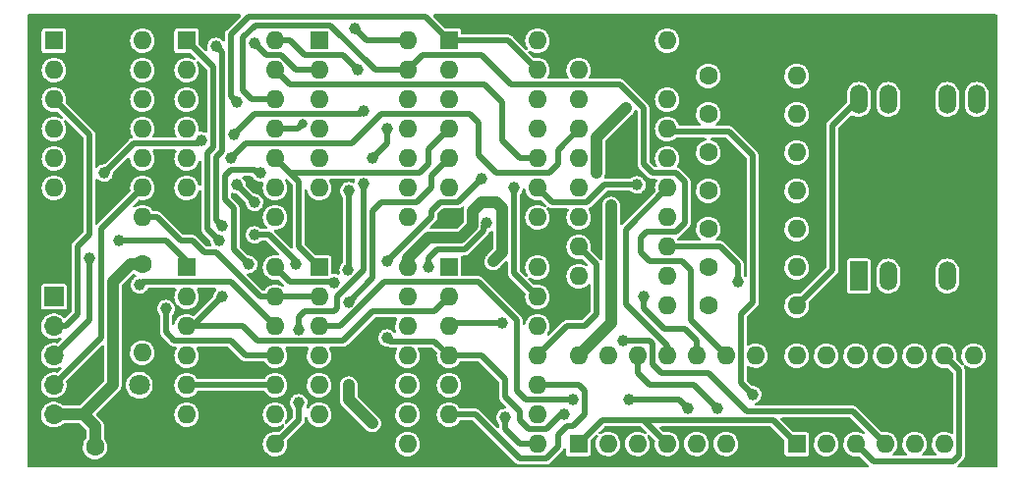
<source format=gbr>
%TF.GenerationSoftware,KiCad,Pcbnew,(6.0.7-1)-1*%
%TF.CreationDate,2022-11-19T17:24:07-05:00*%
%TF.ProjectId,BCDtoLCDLogic,42434474-6f4c-4434-944c-6f6769632e6b,rev?*%
%TF.SameCoordinates,Original*%
%TF.FileFunction,Copper,L2,Bot*%
%TF.FilePolarity,Positive*%
%FSLAX46Y46*%
G04 Gerber Fmt 4.6, Leading zero omitted, Abs format (unit mm)*
G04 Created by KiCad (PCBNEW (6.0.7-1)-1) date 2022-11-19 17:24:07*
%MOMM*%
%LPD*%
G01*
G04 APERTURE LIST*
%TA.AperFunction,ComponentPad*%
%ADD10C,1.600000*%
%TD*%
%TA.AperFunction,ComponentPad*%
%ADD11O,1.600000X1.600000*%
%TD*%
%TA.AperFunction,ComponentPad*%
%ADD12R,1.600000X1.600000*%
%TD*%
%TA.AperFunction,ComponentPad*%
%ADD13R,1.524000X2.524000*%
%TD*%
%TA.AperFunction,ComponentPad*%
%ADD14O,1.524000X2.524000*%
%TD*%
%TA.AperFunction,ComponentPad*%
%ADD15R,1.800000X1.800000*%
%TD*%
%TA.AperFunction,ComponentPad*%
%ADD16C,1.800000*%
%TD*%
%TA.AperFunction,ComponentPad*%
%ADD17R,1.700000X1.700000*%
%TD*%
%TA.AperFunction,ComponentPad*%
%ADD18O,1.700000X1.700000*%
%TD*%
%TA.AperFunction,ViaPad*%
%ADD19C,1.000000*%
%TD*%
%TA.AperFunction,ViaPad*%
%ADD20C,0.800000*%
%TD*%
%TA.AperFunction,Conductor*%
%ADD21C,0.500000*%
%TD*%
%TA.AperFunction,Conductor*%
%ADD22C,1.000000*%
%TD*%
G04 APERTURE END LIST*
D10*
%TO.P,R2,1*%
%TO.N,Net-(R2-Pad1)*%
X156210000Y-104648000D03*
D11*
%TO.P,R2,2*%
%TO.N,Net-(R2-Pad2)*%
X163830000Y-104648000D03*
%TD*%
D12*
%TO.P,U2,1*%
%TO.N,/~{B}*%
X111262000Y-117851000D03*
D11*
%TO.P,U2,2*%
%TO.N,/~{D}*%
X111262000Y-120391000D03*
%TO.P,U2,3*%
%TO.N,/~{B}+~{D}*%
X111262000Y-122931000D03*
%TO.P,U2,4*%
%TO.N,/B*%
X111262000Y-125471000D03*
%TO.P,U2,5*%
%TO.N,/D*%
X111262000Y-128011000D03*
%TO.P,U2,6*%
%TO.N,/B+D*%
X111262000Y-130551000D03*
%TO.P,U2,7,GND*%
%TO.N,GND*%
X111262000Y-133091000D03*
%TO.P,U2,8*%
%TO.N,/C+D*%
X118882000Y-133091000D03*
%TO.P,U2,9*%
%TO.N,/C*%
X118882000Y-130551000D03*
%TO.P,U2,10*%
%TO.N,/D*%
X118882000Y-128011000D03*
%TO.P,U2,11*%
%TO.N,/~{C}+~{D}*%
X118882000Y-125471000D03*
%TO.P,U2,12*%
%TO.N,/~{C}*%
X118882000Y-122931000D03*
%TO.P,U2,13*%
%TO.N,/~{D}*%
X118882000Y-120391000D03*
%TO.P,U2,14,VCC*%
%TO.N,+5V*%
X118882000Y-117851000D03*
%TD*%
D12*
%TO.P,U8,1*%
%TO.N,/B*%
X122682000Y-117856000D03*
D11*
%TO.P,U8,2*%
%TO.N,/~{D}*%
X122682000Y-120396000D03*
%TO.P,U8,3*%
%TO.N,/B+~{D}*%
X122682000Y-122936000D03*
%TO.P,U8,4*%
%TO.N,unconnected-(U8-Pad4)*%
X122682000Y-125476000D03*
%TO.P,U8,5*%
%TO.N,unconnected-(U8-Pad5)*%
X122682000Y-128016000D03*
%TO.P,U8,6*%
%TO.N,unconnected-(U8-Pad6)*%
X122682000Y-130556000D03*
%TO.P,U8,7,GND*%
%TO.N,GND*%
X122682000Y-133096000D03*
%TO.P,U8,8*%
%TO.N,unconnected-(U8-Pad8)*%
X130302000Y-133096000D03*
%TO.P,U8,9*%
%TO.N,unconnected-(U8-Pad9)*%
X130302000Y-130556000D03*
%TO.P,U8,10*%
%TO.N,unconnected-(U8-Pad10)*%
X130302000Y-128016000D03*
%TO.P,U8,11*%
%TO.N,unconnected-(U8-Pad11)*%
X130302000Y-125476000D03*
%TO.P,U8,12*%
%TO.N,unconnected-(U8-Pad12)*%
X130302000Y-122936000D03*
%TO.P,U8,13*%
%TO.N,unconnected-(U8-Pad13)*%
X130302000Y-120396000D03*
%TO.P,U8,14,VCC*%
%TO.N,+5V*%
X130302000Y-117856000D03*
%TD*%
D10*
%TO.P,R8,1*%
%TO.N,+5V*%
X107442000Y-117602000D03*
D11*
%TO.P,R8,2*%
%TO.N,Net-(LED1-Pad2)*%
X107442000Y-125222000D03*
%TD*%
D10*
%TO.P,R7,1*%
%TO.N,Net-(R7-Pad1)*%
X156210000Y-121158000D03*
D11*
%TO.P,R7,2*%
%TO.N,Net-(R7-Pad2)*%
X163830000Y-121158000D03*
%TD*%
D10*
%TO.P,R5,1*%
%TO.N,Net-(R5-Pad1)*%
X156210000Y-114554000D03*
D11*
%TO.P,R5,2*%
%TO.N,Net-(R5-Pad2)*%
X163830000Y-114554000D03*
%TD*%
D13*
%TO.P,U11,1,e*%
%TO.N,Net-(R5-Pad2)*%
X169164000Y-118618000D03*
D14*
%TO.P,U11,2,d*%
%TO.N,Net-(R4-Pad2)*%
X171704000Y-118618000D03*
%TO.P,U11,3,C.K.*%
%TO.N,GND*%
X174244000Y-118618000D03*
%TO.P,U11,4,c*%
%TO.N,Net-(R3-Pad2)*%
X176784000Y-118618000D03*
%TO.P,U11,5,DP*%
%TO.N,GND*%
X179324000Y-118618000D03*
%TO.P,U11,6,b*%
%TO.N,Net-(R2-Pad2)*%
X179324000Y-103378000D03*
%TO.P,U11,7,a*%
%TO.N,Net-(R1-Pad2)*%
X176784000Y-103378000D03*
%TO.P,U11,8,C.K.*%
%TO.N,GND*%
X174244000Y-103378000D03*
%TO.P,U11,9,f*%
%TO.N,Net-(R6-Pad2)*%
X171704000Y-103378000D03*
%TO.P,U11,10,g*%
%TO.N,Net-(R7-Pad2)*%
X169164000Y-103378000D03*
%TD*%
D10*
%TO.P,R6,1*%
%TO.N,Net-(R6-Pad1)*%
X156210000Y-117856000D03*
D11*
%TO.P,R6,2*%
%TO.N,Net-(R6-Pad2)*%
X163830000Y-117856000D03*
%TD*%
D12*
%TO.P,U9,1*%
%TO.N,/A*%
X163830000Y-133096000D03*
D11*
%TO.P,U9,2*%
%TO.N,/C+~{D}*%
X166370000Y-133096000D03*
%TO.P,U9,3*%
%TO.N,Net-(U9-Pad3)*%
X168910000Y-133096000D03*
%TO.P,U9,4*%
%TO.N,/C+~{B}*%
X171450000Y-133096000D03*
%TO.P,U9,5*%
%TO.N,/B+~{C}*%
X173990000Y-133096000D03*
%TO.P,U9,6*%
%TO.N,Net-(U9-Pad10)*%
X176530000Y-133096000D03*
%TO.P,U9,7,GND*%
%TO.N,GND*%
X179070000Y-133096000D03*
%TO.P,U9,8*%
%TO.N,Net-(U10-Pad13)*%
X179070000Y-125476000D03*
%TO.P,U9,9*%
%TO.N,Net-(U9-Pad3)*%
X176530000Y-125476000D03*
%TO.P,U9,10*%
%TO.N,Net-(U9-Pad10)*%
X173990000Y-125476000D03*
%TO.P,U9,11*%
%TO.N,unconnected-(U9-Pad11)*%
X171450000Y-125476000D03*
%TO.P,U9,12*%
%TO.N,unconnected-(U9-Pad12)*%
X168910000Y-125476000D03*
%TO.P,U9,13*%
%TO.N,unconnected-(U9-Pad13)*%
X166370000Y-125476000D03*
%TO.P,U9,14,VCC*%
%TO.N,+5V*%
X163830000Y-125476000D03*
%TD*%
D12*
%TO.P,U1,1*%
%TO.N,unconnected-(U1-Pad1)*%
X99832000Y-98293000D03*
D11*
%TO.P,U1,2*%
%TO.N,unconnected-(U1-Pad2)*%
X99832000Y-100833000D03*
%TO.P,U1,3*%
%TO.N,/B*%
X99832000Y-103373000D03*
%TO.P,U1,4*%
%TO.N,/~{B}*%
X99832000Y-105913000D03*
%TO.P,U1,5*%
%TO.N,/C*%
X99832000Y-108453000D03*
%TO.P,U1,6*%
%TO.N,/~{C}*%
X99832000Y-110993000D03*
%TO.P,U1,7,GND*%
%TO.N,GND*%
X99832000Y-113533000D03*
%TO.P,U1,8*%
%TO.N,/~{D}*%
X107452000Y-113533000D03*
%TO.P,U1,9*%
%TO.N,/D*%
X107452000Y-110993000D03*
%TO.P,U1,10*%
%TO.N,unconnected-(U1-Pad10)*%
X107452000Y-108453000D03*
%TO.P,U1,11*%
%TO.N,unconnected-(U1-Pad11)*%
X107452000Y-105913000D03*
%TO.P,U1,12*%
%TO.N,unconnected-(U1-Pad12)*%
X107452000Y-103373000D03*
%TO.P,U1,13*%
%TO.N,unconnected-(U1-Pad13)*%
X107452000Y-100833000D03*
%TO.P,U1,14,VCC*%
%TO.N,+5V*%
X107452000Y-98293000D03*
%TD*%
D12*
%TO.P,U7,1*%
%TO.N,/A*%
X145029000Y-133086000D03*
D11*
%TO.P,U7,2*%
%TO.N,/C+~{D}*%
X147569000Y-133086000D03*
%TO.P,U7,3*%
%TO.N,Net-(U10-Pad17)*%
X150109000Y-133086000D03*
%TO.P,U7,4*%
%TO.N,/A*%
X152649000Y-133086000D03*
%TO.P,U7,5*%
%TO.N,/B+~{D}*%
X155189000Y-133086000D03*
%TO.P,U7,6*%
%TO.N,Net-(U7-Pad12)*%
X157729000Y-133086000D03*
%TO.P,U7,7,GND*%
%TO.N,GND*%
X160269000Y-133086000D03*
%TO.P,U7,8*%
%TO.N,Net-(U7-Pad13)*%
X160269000Y-125466000D03*
%TO.P,U7,9*%
%TO.N,/~{C}+~{D}*%
X157729000Y-125466000D03*
%TO.P,U7,10*%
%TO.N,/B+~{C}*%
X155189000Y-125466000D03*
%TO.P,U7,11*%
%TO.N,Net-(U10-Pad15)*%
X152649000Y-125466000D03*
%TO.P,U7,12*%
%TO.N,Net-(U7-Pad12)*%
X150109000Y-125466000D03*
%TO.P,U7,13*%
%TO.N,Net-(U7-Pad13)*%
X147569000Y-125466000D03*
%TO.P,U7,14,VCC*%
%TO.N,+5V*%
X145029000Y-125466000D03*
%TD*%
D12*
%TO.P,U3,1*%
%TO.N,/C*%
X133868000Y-98293000D03*
D11*
%TO.P,U3,2*%
%TO.N,/~{D}*%
X133868000Y-100833000D03*
%TO.P,U3,3*%
%TO.N,/C+~{D}*%
X133868000Y-103373000D03*
%TO.P,U3,4*%
%TO.N,/B*%
X133868000Y-105913000D03*
%TO.P,U3,5*%
%TO.N,/~{C}*%
X133868000Y-108453000D03*
%TO.P,U3,6*%
%TO.N,/B+~{C}*%
X133868000Y-110993000D03*
%TO.P,U3,7,GND*%
%TO.N,GND*%
X133868000Y-113533000D03*
%TO.P,U3,8*%
%TO.N,/B+~{C}+D*%
X141488000Y-113533000D03*
%TO.P,U3,9*%
%TO.N,/B+~{C}*%
X141488000Y-110993000D03*
%TO.P,U3,10*%
%TO.N,/D*%
X141488000Y-108453000D03*
%TO.P,U3,11*%
%TO.N,/C+~{B}*%
X141488000Y-105913000D03*
%TO.P,U3,12*%
%TO.N,/~{B}*%
X141488000Y-103373000D03*
%TO.P,U3,13*%
%TO.N,/C*%
X141488000Y-100833000D03*
%TO.P,U3,14,VCC*%
%TO.N,+5V*%
X141488000Y-98293000D03*
%TD*%
D12*
%TO.P,U4,1*%
%TO.N,/A*%
X122692000Y-98293000D03*
D11*
%TO.P,U4,2*%
%TO.N,/~{B}+~{D}*%
X122692000Y-100833000D03*
%TO.P,U4,3*%
%TO.N,Net-(U4-Pad3)*%
X122692000Y-103373000D03*
%TO.P,U4,4*%
%TO.N,/B+D*%
X122692000Y-105913000D03*
%TO.P,U4,5*%
%TO.N,/C*%
X122692000Y-108453000D03*
%TO.P,U4,6*%
%TO.N,Net-(U4-Pad10)*%
X122692000Y-110993000D03*
%TO.P,U4,7,GND*%
%TO.N,GND*%
X122692000Y-113533000D03*
%TO.P,U4,8*%
%TO.N,Net-(U10-Pad2)*%
X130312000Y-113533000D03*
%TO.P,U4,9*%
%TO.N,Net-(U4-Pad3)*%
X130312000Y-110993000D03*
%TO.P,U4,10*%
%TO.N,Net-(U4-Pad10)*%
X130312000Y-108453000D03*
%TO.P,U4,11*%
%TO.N,Net-(U4-Pad11)*%
X130312000Y-105913000D03*
%TO.P,U4,12*%
%TO.N,/C+D*%
X130312000Y-103373000D03*
%TO.P,U4,13*%
%TO.N,/~{C}+~{D}*%
X130312000Y-100833000D03*
%TO.P,U4,14,VCC*%
%TO.N,+5V*%
X130312000Y-98293000D03*
%TD*%
D15*
%TO.P,LED1,1,K*%
%TO.N,GND*%
X107188000Y-130561000D03*
D16*
%TO.P,LED1,2,A*%
%TO.N,Net-(LED1-Pad2)*%
X107188000Y-128021000D03*
%TD*%
D10*
%TO.P,R4,1*%
%TO.N,Net-(R4-Pad1)*%
X156210000Y-111252000D03*
D11*
%TO.P,R4,2*%
%TO.N,Net-(R4-Pad2)*%
X163830000Y-111252000D03*
%TD*%
D12*
%TO.P,U10,1,1OE*%
%TO.N,GND*%
X145044000Y-98303000D03*
D11*
%TO.P,U10,2,1A0*%
%TO.N,Net-(U10-Pad2)*%
X145044000Y-100843000D03*
%TO.P,U10,3,2Y0*%
%TO.N,Net-(R5-Pad1)*%
X145044000Y-103383000D03*
%TO.P,U10,4,1A1*%
%TO.N,Net-(U10-Pad4)*%
X145044000Y-105923000D03*
%TO.P,U10,5,2Y1*%
%TO.N,Net-(R6-Pad1)*%
X145044000Y-108463000D03*
%TO.P,U10,6,1A2*%
%TO.N,Net-(U10-Pad6)*%
X145044000Y-111003000D03*
%TO.P,U10,7,2Y2*%
%TO.N,Net-(R7-Pad1)*%
X145044000Y-113543000D03*
%TO.P,U10,8,1A3*%
%TO.N,Net-(U10-Pad8)*%
X145044000Y-116083000D03*
%TO.P,U10,9,2Y3*%
%TO.N,unconnected-(U10-Pad9)*%
X145044000Y-118623000D03*
%TO.P,U10,10,GND*%
%TO.N,GND*%
X145044000Y-121163000D03*
%TO.P,U10,11,2A3*%
%TO.N,unconnected-(U10-Pad11)*%
X152664000Y-121163000D03*
%TO.P,U10,12,1Y3*%
%TO.N,Net-(R4-Pad1)*%
X152664000Y-118623000D03*
%TO.P,U10,13,2A2*%
%TO.N,Net-(U10-Pad13)*%
X152664000Y-116083000D03*
%TO.P,U10,14,1Y2*%
%TO.N,Net-(R3-Pad1)*%
X152664000Y-113543000D03*
%TO.P,U10,15,2A1*%
%TO.N,Net-(U10-Pad15)*%
X152664000Y-111003000D03*
%TO.P,U10,16,1Y1*%
%TO.N,Net-(R2-Pad1)*%
X152664000Y-108463000D03*
%TO.P,U10,17,2A0*%
%TO.N,Net-(U10-Pad17)*%
X152664000Y-105923000D03*
%TO.P,U10,18,1Y0*%
%TO.N,Net-(R1-Pad1)*%
X152664000Y-103383000D03*
%TO.P,U10,19,2OE*%
%TO.N,GND*%
X152664000Y-100843000D03*
%TO.P,U10,20,VCC*%
%TO.N,+5V*%
X152664000Y-98303000D03*
%TD*%
D12*
%TO.P,U5,1*%
%TO.N,/A*%
X111262000Y-98293000D03*
D11*
%TO.P,U5,2*%
%TO.N,/~{B}*%
X111262000Y-100833000D03*
%TO.P,U5,3*%
%TO.N,Net-(U5-Pad3)*%
X111262000Y-103373000D03*
%TO.P,U5,4*%
X111262000Y-105913000D03*
%TO.P,U5,5*%
%TO.N,Net-(U4-Pad11)*%
X111262000Y-108453000D03*
%TO.P,U5,6*%
%TO.N,Net-(U10-Pad4)*%
X111262000Y-110993000D03*
%TO.P,U5,7,GND*%
%TO.N,GND*%
X111262000Y-113533000D03*
%TO.P,U5,8*%
%TO.N,Net-(U10-Pad6)*%
X118882000Y-113533000D03*
%TO.P,U5,9*%
%TO.N,Net-(U5-Pad11)*%
X118882000Y-110993000D03*
%TO.P,U5,10*%
%TO.N,/B*%
X118882000Y-108453000D03*
%TO.P,U5,11*%
%TO.N,Net-(U5-Pad11)*%
X118882000Y-105913000D03*
%TO.P,U5,12*%
%TO.N,/~{C}+~{D}*%
X118882000Y-103373000D03*
%TO.P,U5,13*%
%TO.N,/D*%
X118882000Y-100833000D03*
%TO.P,U5,14,VCC*%
%TO.N,+5V*%
X118882000Y-98293000D03*
%TD*%
D12*
%TO.P,U6,1*%
%TO.N,/A*%
X133868000Y-117851000D03*
D11*
%TO.P,U6,2*%
%TO.N,/~{B}+~{D}*%
X133868000Y-120391000D03*
%TO.P,U6,3*%
%TO.N,Net-(U6-Pad3)*%
X133868000Y-122931000D03*
%TO.P,U6,4*%
%TO.N,/C+~{D}*%
X133868000Y-125471000D03*
%TO.P,U6,5*%
%TO.N,/B+~{C}+D*%
X133868000Y-128011000D03*
%TO.P,U6,6*%
%TO.N,Net-(U6-Pad10)*%
X133868000Y-130551000D03*
%TO.P,U6,7,GND*%
%TO.N,GND*%
X133868000Y-133091000D03*
%TO.P,U6,8*%
%TO.N,Net-(U6-Pad12)*%
X141488000Y-133091000D03*
%TO.P,U6,9*%
%TO.N,Net-(U6-Pad3)*%
X141488000Y-130551000D03*
%TO.P,U6,10*%
%TO.N,Net-(U6-Pad10)*%
X141488000Y-128011000D03*
%TO.P,U6,11*%
%TO.N,Net-(U10-Pad8)*%
X141488000Y-125471000D03*
%TO.P,U6,12*%
%TO.N,Net-(U6-Pad12)*%
X141488000Y-122931000D03*
%TO.P,U6,13*%
%TO.N,/C+~{B}*%
X141488000Y-120391000D03*
%TO.P,U6,14,VCC*%
%TO.N,+5V*%
X141488000Y-117851000D03*
%TD*%
D10*
%TO.P,C1,1*%
%TO.N,+5V*%
X103378000Y-133350000D03*
%TO.P,C1,2*%
%TO.N,GND*%
X108378000Y-133350000D03*
%TD*%
%TO.P,R1,1*%
%TO.N,Net-(R1-Pad1)*%
X156210000Y-101346000D03*
D11*
%TO.P,R1,2*%
%TO.N,Net-(R1-Pad2)*%
X163830000Y-101346000D03*
%TD*%
D10*
%TO.P,R3,1*%
%TO.N,Net-(R3-Pad1)*%
X156210000Y-107950000D03*
D11*
%TO.P,R3,2*%
%TO.N,Net-(R3-Pad2)*%
X163830000Y-107950000D03*
%TD*%
D17*
%TO.P,PH1,1,Pin_1*%
%TO.N,/A*%
X99822000Y-120396000D03*
D18*
%TO.P,PH1,2,Pin_2*%
%TO.N,/B*%
X99822000Y-122936000D03*
%TO.P,PH1,3,Pin_3*%
%TO.N,/C*%
X99822000Y-125476000D03*
%TO.P,PH1,4,Pin_4*%
%TO.N,/D*%
X99822000Y-128016000D03*
%TO.P,PH1,5,Pin_5*%
%TO.N,+5V*%
X99822000Y-130556000D03*
%TO.P,PH1,6,Pin_6*%
%TO.N,GND*%
X99822000Y-133096000D03*
%TD*%
D19*
%TO.N,/A*%
X114046000Y-115570000D03*
%TO.N,/C*%
X115570000Y-110744000D03*
X117094000Y-112268000D03*
X102870000Y-117094000D03*
X115570000Y-103632000D03*
X104140000Y-109728000D03*
X112522000Y-106934000D03*
%TO.N,/~{B}*%
X105410000Y-115570000D03*
%TO.N,/~{C}*%
X125203800Y-120849402D03*
X107188000Y-119380000D03*
%TO.N,GND*%
X167640000Y-131826000D03*
X165100000Y-128778000D03*
X161036000Y-122174000D03*
X124206000Y-117348000D03*
D20*
X109474000Y-110744000D03*
X109815500Y-104394000D03*
D19*
X116840000Y-113538000D03*
X127762000Y-125730000D03*
%TO.N,+5V*%
X137668000Y-117348000D03*
X127254000Y-131318000D03*
X125984000Y-100838000D03*
X123976622Y-119150622D03*
X125730000Y-97282000D03*
X147828000Y-112522000D03*
X146558000Y-109728000D03*
X149098000Y-104140000D03*
X125222000Y-128016000D03*
%TO.N,/~{B}+~{D}*%
X113792000Y-98806000D03*
X117094000Y-98552000D03*
X114300000Y-120396000D03*
X117094000Y-115062000D03*
X120650000Y-117602000D03*
X114300000Y-114233500D03*
%TO.N,/B+D*%
X125222000Y-111252000D03*
X125185602Y-118073602D03*
%TO.N,/C+D*%
X128524000Y-105918000D03*
X120904000Y-129540000D03*
X120940398Y-123226398D03*
X126492000Y-110652500D03*
X127254000Y-108458000D03*
%TO.N,/~{C}+~{D}*%
X109474000Y-121412000D03*
X117595000Y-109728000D03*
X116586000Y-117602000D03*
%TO.N,/C+~{D}*%
X128524000Y-117348000D03*
X136652000Y-110236000D03*
X143764000Y-130556000D03*
X128524000Y-123952000D03*
%TO.N,/B+~{C}*%
X150622000Y-120396000D03*
X150047500Y-110744000D03*
%TO.N,/B+~{C}+D*%
X137089500Y-114046000D03*
X132080000Y-117856000D03*
%TO.N,/C+~{B}*%
X148844000Y-124206000D03*
X139446000Y-110998000D03*
%TO.N,Net-(U4-Pad11)*%
X115316000Y-106426000D03*
X126492000Y-104394000D03*
%TO.N,Net-(U10-Pad4)*%
X115062000Y-108458000D03*
D20*
%TO.N,Net-(U5-Pad11)*%
X121245500Y-105497500D03*
D19*
%TO.N,Net-(U6-Pad3)*%
X138430000Y-122682000D03*
%TO.N,Net-(U6-Pad12)*%
X138684000Y-130810000D03*
%TO.N,Net-(U10-Pad17)*%
X160020000Y-128844500D03*
%TO.N,/B+~{D}*%
X154432000Y-130048000D03*
X144526000Y-129286000D03*
X149352000Y-129286000D03*
%TO.N,Net-(U7-Pad12)*%
X156972000Y-130048000D03*
%TO.N,Net-(U10-Pad13)*%
X158750000Y-119126000D03*
%TD*%
D21*
%TO.N,/A*%
X145029000Y-133086000D02*
X147051000Y-131064000D01*
X113030000Y-108031876D02*
X113538000Y-107523876D01*
X114046000Y-115570000D02*
X113030000Y-114554000D01*
X150627000Y-131064000D02*
X152649000Y-133086000D01*
X113538000Y-107523876D02*
X113538000Y-100569000D01*
X147051000Y-131064000D02*
X150627000Y-131064000D01*
X150627000Y-131064000D02*
X161798000Y-131064000D01*
X113538000Y-100569000D02*
X111262000Y-98293000D01*
X161798000Y-131064000D02*
X163830000Y-133096000D01*
X113030000Y-114554000D02*
X113030000Y-108031876D01*
%TO.N,/B*%
X132080000Y-107701000D02*
X133868000Y-105913000D01*
X120904000Y-110475000D02*
X118882000Y-108453000D01*
X132080000Y-108966000D02*
X132080000Y-107701000D01*
X101854000Y-116078000D02*
X102870000Y-115062000D01*
X122682000Y-117856000D02*
X120904000Y-116078000D01*
X102870000Y-106411000D02*
X99832000Y-103373000D01*
X101854000Y-121920000D02*
X101854000Y-116078000D01*
X131343000Y-109703000D02*
X132080000Y-108966000D01*
X120904000Y-116078000D02*
X120904000Y-110475000D01*
X100838000Y-122936000D02*
X101854000Y-121920000D01*
X99822000Y-122936000D02*
X100838000Y-122936000D01*
X102870000Y-115062000D02*
X102870000Y-106411000D01*
X120132000Y-109703000D02*
X131343000Y-109703000D01*
X118882000Y-108453000D02*
X120132000Y-109703000D01*
%TO.N,/C*%
X115570000Y-103632000D02*
X115062000Y-103124000D01*
X133868000Y-98293000D02*
X138948000Y-98293000D01*
X115570000Y-110744000D02*
X117094000Y-112268000D01*
X112522000Y-106934000D02*
X112268000Y-107188000D01*
X102870000Y-122428000D02*
X99822000Y-125476000D01*
X102870000Y-117094000D02*
X102870000Y-122428000D01*
X116586000Y-96266000D02*
X131841000Y-96266000D01*
X106680000Y-107188000D02*
X104140000Y-109728000D01*
X138948000Y-98293000D02*
X141488000Y-100833000D01*
X131841000Y-96266000D02*
X133868000Y-98293000D01*
X112268000Y-107188000D02*
X106680000Y-107188000D01*
X115062000Y-97790000D02*
X116586000Y-96266000D01*
X115062000Y-103124000D02*
X115062000Y-97790000D01*
%TO.N,/D*%
X118882000Y-100833000D02*
X120132000Y-102083000D01*
X111262000Y-128011000D02*
X118882000Y-128011000D01*
X136906000Y-102108000D02*
X138430000Y-103632000D01*
X104394000Y-114046000D02*
X104399000Y-114046000D01*
X103886000Y-123952000D02*
X103886000Y-114554000D01*
X138430000Y-103632000D02*
X138430000Y-106934000D01*
X138430000Y-106934000D02*
X139949000Y-108453000D01*
X104399000Y-114046000D02*
X107452000Y-110993000D01*
X99822000Y-128016000D02*
X103886000Y-123952000D01*
X127508000Y-102108000D02*
X136906000Y-102108000D01*
X127483000Y-102083000D02*
X127508000Y-102108000D01*
X103886000Y-114554000D02*
X104394000Y-114046000D01*
X120132000Y-102083000D02*
X127483000Y-102083000D01*
X139949000Y-108453000D02*
X141488000Y-108453000D01*
%TO.N,Net-(R7-Pad2)*%
X166878000Y-105664000D02*
X169164000Y-103378000D01*
X166878000Y-118110000D02*
X166878000Y-105664000D01*
X163830000Y-121158000D02*
X166878000Y-118110000D01*
%TO.N,/~{B}*%
X111262000Y-117851000D02*
X111262000Y-117358000D01*
X111262000Y-117358000D02*
X109728000Y-115824000D01*
X109474000Y-115570000D02*
X105410000Y-115570000D01*
X109728000Y-115824000D02*
X109474000Y-115570000D01*
%TO.N,/~{C}*%
X127254000Y-118799202D02*
X127254000Y-113030000D01*
X131064000Y-112268000D02*
X132334000Y-110998000D01*
X132334000Y-109987000D02*
X133868000Y-108453000D01*
X115077000Y-119126000D02*
X118882000Y-122931000D01*
X128016000Y-112268000D02*
X131064000Y-112268000D01*
X107442000Y-119126000D02*
X115077000Y-119126000D01*
X127254000Y-113030000D02*
X128016000Y-112268000D01*
X125203800Y-120849402D02*
X127254000Y-118799202D01*
X107188000Y-119380000D02*
X107442000Y-119126000D01*
X132334000Y-110998000D02*
X132334000Y-109987000D01*
D22*
%TO.N,GND*%
X107188000Y-132160000D02*
X108378000Y-133350000D01*
X107188000Y-130561000D02*
X107188000Y-132160000D01*
X150373000Y-100843000D02*
X152664000Y-100843000D01*
X99832000Y-113533000D02*
X99827000Y-113533000D01*
X145044000Y-98303000D02*
X147833000Y-98303000D01*
X98044000Y-115316000D02*
X98044000Y-131318000D01*
X174244000Y-100330000D02*
X172212000Y-98298000D01*
D21*
X111262000Y-113533000D02*
X109474000Y-111745000D01*
D22*
X174244000Y-103378000D02*
X174244000Y-100330000D01*
X174244000Y-118618000D02*
X174244000Y-103378000D01*
X98044000Y-131318000D02*
X99822000Y-133096000D01*
D21*
X109474000Y-111745000D02*
X109474000Y-110744000D01*
D22*
X99827000Y-113533000D02*
X98044000Y-115316000D01*
X111003000Y-133350000D02*
X111262000Y-133091000D01*
X147833000Y-98303000D02*
X150373000Y-100843000D01*
X172212000Y-98298000D02*
X155209000Y-98298000D01*
X155209000Y-98298000D02*
X152664000Y-100843000D01*
X108378000Y-133350000D02*
X111003000Y-133350000D01*
D21*
%TO.N,/~{D}*%
X112776000Y-116586000D02*
X111760000Y-115570000D01*
X118882000Y-120391000D02*
X122677000Y-120391000D01*
X118882000Y-120391000D02*
X117597000Y-120391000D01*
X117597000Y-120391000D02*
X113792000Y-116586000D01*
X108707000Y-113533000D02*
X107452000Y-113533000D01*
X113792000Y-116586000D02*
X112776000Y-116586000D01*
X110744000Y-115570000D02*
X108707000Y-113533000D01*
X122677000Y-120391000D02*
X122682000Y-120396000D01*
X111760000Y-115570000D02*
X110744000Y-115570000D01*
%TO.N,+5V*%
X121666000Y-119126000D02*
X123952000Y-119126000D01*
X126741000Y-98293000D02*
X125730000Y-97282000D01*
D22*
X131826000Y-115570000D02*
X132080000Y-115316000D01*
X135890000Y-113030000D02*
X136652000Y-112268000D01*
X147574000Y-105664000D02*
X149098000Y-104140000D01*
X132080000Y-115316000D02*
X133604000Y-115316000D01*
D21*
X130312000Y-98293000D02*
X126741000Y-98293000D01*
D22*
X102362000Y-130556000D02*
X104902000Y-128016000D01*
D21*
X120137000Y-98293000D02*
X121412000Y-99568000D01*
D22*
X145029000Y-125466000D02*
X145044000Y-125466000D01*
D21*
X118882000Y-117866000D02*
X119634000Y-118618000D01*
X120142000Y-119126000D02*
X121666000Y-119126000D01*
D22*
X125222000Y-128016000D02*
X125222000Y-129286000D01*
X135890000Y-113284000D02*
X135890000Y-113030000D01*
X133604000Y-115316000D02*
X134874000Y-115316000D01*
D21*
X118882000Y-117851000D02*
X118882000Y-117866000D01*
D22*
X103378000Y-133350000D02*
X103378000Y-131572000D01*
D21*
X124714000Y-99568000D02*
X125984000Y-100838000D01*
D22*
X138430000Y-116586000D02*
X137668000Y-117348000D01*
X136652000Y-112268000D02*
X137922000Y-112268000D01*
X130302000Y-117094000D02*
X131826000Y-115570000D01*
X125222000Y-129286000D02*
X127254000Y-131318000D01*
X147828000Y-122682000D02*
X147828000Y-112522000D01*
X146558000Y-106680000D02*
X147574000Y-105664000D01*
X130302000Y-117856000D02*
X130302000Y-117094000D01*
X134874000Y-115316000D02*
X135890000Y-114300000D01*
X106426000Y-117602000D02*
X107442000Y-117602000D01*
X145044000Y-125466000D02*
X147828000Y-122682000D01*
D21*
X121412000Y-99568000D02*
X124460000Y-99568000D01*
D22*
X135890000Y-114300000D02*
X135890000Y-113284000D01*
X102362000Y-130556000D02*
X99822000Y-130556000D01*
X104902000Y-119126000D02*
X106426000Y-117602000D01*
D21*
X124460000Y-99568000D02*
X124714000Y-99568000D01*
X123952000Y-119126000D02*
X123976622Y-119150622D01*
D22*
X103378000Y-131572000D02*
X102362000Y-130556000D01*
D21*
X119634000Y-118618000D02*
X120142000Y-119126000D01*
D22*
X104902000Y-128016000D02*
X104902000Y-119126000D01*
X146558000Y-109728000D02*
X146558000Y-106680000D01*
D21*
X118882000Y-98293000D02*
X120137000Y-98293000D01*
D22*
X138430000Y-112776000D02*
X138430000Y-116586000D01*
X137922000Y-112268000D02*
X138430000Y-112776000D01*
D21*
%TO.N,/~{B}+~{D}*%
X120650000Y-117348000D02*
X119888000Y-116586000D01*
X113792000Y-108384497D02*
X114300000Y-107876497D01*
X124714000Y-124206000D02*
X127254000Y-121666000D01*
X120650000Y-117602000D02*
X120650000Y-117348000D01*
X116073000Y-122931000D02*
X117348000Y-124206000D01*
X118364000Y-115062000D02*
X117094000Y-115062000D01*
X119888000Y-116586000D02*
X118364000Y-115062000D01*
X122687000Y-100838000D02*
X120650000Y-100838000D01*
X118110000Y-99568000D02*
X117094000Y-98552000D01*
X122692000Y-100833000D02*
X122687000Y-100838000D01*
X111262000Y-122931000D02*
X116073000Y-122931000D01*
X111262000Y-122931000D02*
X111765000Y-122931000D01*
X120132000Y-100320000D02*
X120132000Y-100315233D01*
X114300000Y-114233500D02*
X113792000Y-113725500D01*
X119384767Y-99568000D02*
X118110000Y-99568000D01*
X120650000Y-100838000D02*
X120132000Y-100320000D01*
X111765000Y-122931000D02*
X114300000Y-120396000D01*
X120132000Y-100315233D02*
X119384767Y-99568000D01*
X113792000Y-113725500D02*
X113792000Y-108384497D01*
X132593000Y-121666000D02*
X133868000Y-120391000D01*
X114300000Y-107876497D02*
X114300000Y-99314000D01*
X114300000Y-99314000D02*
X113792000Y-98806000D01*
X117348000Y-124206000D02*
X124714000Y-124206000D01*
X127254000Y-121666000D02*
X132593000Y-121666000D01*
%TO.N,/B+D*%
X125222000Y-118037204D02*
X125222000Y-111252000D01*
X125185602Y-118073602D02*
X125222000Y-118037204D01*
%TO.N,/C+D*%
X120904000Y-129540000D02*
X120904000Y-131069000D01*
X126492000Y-110652500D02*
X126492000Y-118110000D01*
X124206000Y-120396000D02*
X124206000Y-121412000D01*
X123952000Y-121666000D02*
X121412000Y-121666000D01*
X124206000Y-121412000D02*
X123952000Y-121666000D01*
X128524000Y-107188000D02*
X127254000Y-108458000D01*
X120904000Y-131069000D02*
X118882000Y-133091000D01*
X120940398Y-122137602D02*
X120940398Y-123226398D01*
X121412000Y-121666000D02*
X120940398Y-122137602D01*
X126492000Y-118110000D02*
X124206000Y-120396000D01*
X128524000Y-105918000D02*
X128524000Y-107188000D01*
%TO.N,/~{C}+~{D}*%
X150622000Y-104140000D02*
X148590000Y-102108000D01*
X111506000Y-124181000D02*
X110211000Y-124181000D01*
X115037000Y-124181000D02*
X111506000Y-124181000D01*
X153924000Y-117348000D02*
X151130000Y-117348000D01*
X154178000Y-114046000D02*
X154178000Y-110490000D01*
X123643500Y-96966000D02*
X127510500Y-100833000D01*
X116327000Y-125471000D02*
X115062000Y-124206000D01*
X117094000Y-109474000D02*
X117348000Y-109728000D01*
X150622000Y-108966000D02*
X150622000Y-104140000D01*
X151384000Y-109728000D02*
X150622000Y-108966000D01*
X136652000Y-99568000D02*
X131577000Y-99568000D01*
X115062000Y-109474000D02*
X117094000Y-109474000D01*
X118882000Y-125471000D02*
X116327000Y-125471000D01*
X153416000Y-114808000D02*
X154178000Y-114046000D01*
X115316000Y-116332000D02*
X115316000Y-112776000D01*
X154178000Y-110490000D02*
X153416000Y-109728000D01*
X153416000Y-109728000D02*
X151384000Y-109728000D01*
X115062000Y-124206000D02*
X115037000Y-124181000D01*
X127510500Y-100833000D02*
X130312000Y-100833000D01*
X116835000Y-103373000D02*
X116078000Y-102616000D01*
X154686000Y-118110000D02*
X153924000Y-117348000D01*
X148590000Y-102108000D02*
X139192000Y-102108000D01*
X114554000Y-112014000D02*
X114554000Y-109982000D01*
X117348000Y-109728000D02*
X117595000Y-109728000D01*
X115316000Y-112776000D02*
X114554000Y-112014000D01*
X154686000Y-122423000D02*
X154686000Y-118110000D01*
X150368000Y-116586000D02*
X150368000Y-115316000D01*
X151130000Y-117348000D02*
X150368000Y-116586000D01*
X114554000Y-109982000D02*
X115062000Y-109474000D01*
X150876000Y-114808000D02*
X153416000Y-114808000D01*
X116586000Y-117602000D02*
X115316000Y-116332000D01*
X118882000Y-103373000D02*
X116835000Y-103373000D01*
X117156000Y-96966000D02*
X123643500Y-96966000D01*
X116078000Y-102616000D02*
X116078000Y-98044000D01*
X139192000Y-102108000D02*
X136652000Y-99568000D01*
X109474000Y-123444000D02*
X109474000Y-121412000D01*
X157729000Y-125466000D02*
X154686000Y-122423000D01*
X110211000Y-124181000D02*
X109474000Y-123444000D01*
X131577000Y-99568000D02*
X130312000Y-100833000D01*
X116078000Y-98044000D02*
X117156000Y-96966000D01*
X150368000Y-115316000D02*
X150876000Y-114808000D01*
%TO.N,/C+~{D}*%
X139700000Y-130048000D02*
X139954000Y-130302000D01*
X138684000Y-127508000D02*
X138684000Y-129032000D01*
X141732000Y-131826000D02*
X142240000Y-131826000D01*
X132334000Y-113030000D02*
X132334000Y-113538000D01*
X134620000Y-112268000D02*
X133096000Y-112268000D01*
X138684000Y-129032000D02*
X139700000Y-130048000D01*
X128798000Y-124226000D02*
X132623000Y-124226000D01*
X133868000Y-125471000D02*
X136647000Y-125471000D01*
X128524000Y-123952000D02*
X128798000Y-124226000D01*
X132334000Y-113538000D02*
X128524000Y-117348000D01*
X139954000Y-130302000D02*
X139954000Y-131064000D01*
X136647000Y-125471000D02*
X138176000Y-127000000D01*
X138176000Y-127000000D02*
X138684000Y-127508000D01*
X143002000Y-131064000D02*
X143510000Y-130556000D01*
X139954000Y-131064000D02*
X140716000Y-131826000D01*
X143510000Y-130556000D02*
X143764000Y-130556000D01*
X140716000Y-131826000D02*
X141732000Y-131826000D01*
X136652000Y-110236000D02*
X134620000Y-112268000D01*
X142240000Y-131826000D02*
X143002000Y-131064000D01*
X133096000Y-112268000D02*
X132334000Y-113030000D01*
X132623000Y-124226000D02*
X133868000Y-125471000D01*
%TO.N,/B+~{C}*%
X155189000Y-124201000D02*
X155189000Y-125466000D01*
X150622000Y-121412000D02*
X152400000Y-123190000D01*
X145762750Y-112268000D02*
X142763000Y-112268000D01*
X147286750Y-110744000D02*
X145762750Y-112268000D01*
X150047500Y-110744000D02*
X147286750Y-110744000D01*
X152400000Y-123190000D02*
X154178000Y-123190000D01*
X142763000Y-112268000D02*
X141488000Y-110993000D01*
X150622000Y-120396000D02*
X150622000Y-121412000D01*
X154178000Y-123190000D02*
X155189000Y-124201000D01*
%TO.N,/B+~{C}+D*%
X137089500Y-114046000D02*
X136840000Y-114295500D01*
X135201502Y-116332000D02*
X132842000Y-116332000D01*
X132080000Y-117094000D02*
X132080000Y-117856000D01*
X132842000Y-116332000D02*
X132080000Y-117094000D01*
X136840000Y-114295500D02*
X136840000Y-114693502D01*
X136840000Y-114693502D02*
X135201502Y-116332000D01*
%TO.N,/C+~{B}*%
X151130000Y-124206000D02*
X151384000Y-124460000D01*
X148844000Y-124206000D02*
X151130000Y-124206000D01*
X152146000Y-127000000D02*
X156210000Y-127000000D01*
X139446000Y-110998000D02*
X139446000Y-118349000D01*
X139446000Y-118349000D02*
X141488000Y-120391000D01*
X151384000Y-126238000D02*
X152146000Y-127000000D01*
X156210000Y-127000000D02*
X159512000Y-130302000D01*
X151384000Y-124460000D02*
X151384000Y-126238000D01*
X168656000Y-130302000D02*
X171450000Y-133096000D01*
X159512000Y-130302000D02*
X168656000Y-130302000D01*
%TO.N,Net-(U4-Pad11)*%
X126492000Y-104394000D02*
X126238000Y-104648000D01*
X126238000Y-104648000D02*
X117094000Y-104648000D01*
X117094000Y-104648000D02*
X115316000Y-106426000D01*
%TO.N,Net-(U10-Pad4)*%
X136398000Y-108204000D02*
X137922000Y-109728000D01*
X142494000Y-109728000D02*
X143256000Y-108966000D01*
X136398000Y-105410000D02*
X136398000Y-108204000D01*
X143256000Y-108966000D02*
X143256000Y-107711000D01*
X135636000Y-104648000D02*
X136398000Y-105410000D01*
X128016000Y-104648000D02*
X135636000Y-104648000D01*
X143256000Y-107711000D02*
X145044000Y-105923000D01*
X137922000Y-109728000D02*
X142494000Y-109728000D01*
X116332000Y-107188000D02*
X125476000Y-107188000D01*
X125476000Y-107188000D02*
X128016000Y-104648000D01*
X115062000Y-108458000D02*
X116332000Y-107188000D01*
%TO.N,Net-(U5-Pad11)*%
X121245500Y-105497500D02*
X120830000Y-105913000D01*
X120830000Y-105913000D02*
X118882000Y-105913000D01*
%TO.N,Net-(U6-Pad3)*%
X138430000Y-122682000D02*
X134117000Y-122682000D01*
X134117000Y-122682000D02*
X133868000Y-122931000D01*
%TO.N,Net-(U6-Pad10)*%
X139954000Y-134366000D02*
X142240000Y-134366000D01*
X145542000Y-130556000D02*
X145542000Y-128524000D01*
X133868000Y-130551000D02*
X136139000Y-130551000D01*
X145542000Y-128524000D02*
X145029000Y-128011000D01*
X136139000Y-130551000D02*
X139954000Y-134366000D01*
X143256000Y-132334000D02*
X144018000Y-131572000D01*
X144018000Y-131572000D02*
X144526000Y-131572000D01*
X145029000Y-128011000D02*
X141488000Y-128011000D01*
X142240000Y-134366000D02*
X143256000Y-133350000D01*
X144526000Y-131572000D02*
X145542000Y-130556000D01*
X143256000Y-133350000D02*
X143256000Y-132334000D01*
%TO.N,Net-(U6-Pad12)*%
X139949000Y-133091000D02*
X141488000Y-133091000D01*
X138684000Y-131826000D02*
X139949000Y-133091000D01*
X138684000Y-130810000D02*
X138684000Y-131826000D01*
%TO.N,Net-(U10-Pad8)*%
X145542000Y-122936000D02*
X146558000Y-121920000D01*
X146558000Y-117597000D02*
X145044000Y-116083000D01*
X144023000Y-122936000D02*
X145542000Y-122936000D01*
X141488000Y-125471000D02*
X144023000Y-122936000D01*
X146558000Y-121920000D02*
X146558000Y-117597000D01*
%TO.N,Net-(U10-Pad17)*%
X152913000Y-106172000D02*
X152664000Y-105923000D01*
X159004000Y-127828500D02*
X159004000Y-121920000D01*
X159004000Y-121920000D02*
X160020000Y-120904000D01*
X160020000Y-128844500D02*
X159004000Y-127828500D01*
X160020000Y-120904000D02*
X160020000Y-108204000D01*
X160020000Y-108204000D02*
X157988000Y-106172000D01*
X157988000Y-106172000D02*
X152913000Y-106172000D01*
%TO.N,/B+~{D}*%
X140462000Y-129286000D02*
X144526000Y-129286000D01*
X136398000Y-119126000D02*
X139700000Y-122428000D01*
X153670000Y-129286000D02*
X149352000Y-129286000D01*
X139700000Y-128524000D02*
X140462000Y-129286000D01*
X154432000Y-130048000D02*
X153670000Y-129286000D01*
X124460000Y-122936000D02*
X128270000Y-119126000D01*
X139700000Y-122428000D02*
X139700000Y-128524000D01*
X122682000Y-122936000D02*
X124460000Y-122936000D01*
X128270000Y-119126000D02*
X136398000Y-119126000D01*
%TO.N,Net-(U7-Pad12)*%
X150109000Y-126995000D02*
X150109000Y-125466000D01*
X156972000Y-130048000D02*
X154940000Y-128016000D01*
X151130000Y-128016000D02*
X150109000Y-126995000D01*
X154940000Y-128016000D02*
X151130000Y-128016000D01*
%TO.N,Net-(U10-Pad15)*%
X152649000Y-124582000D02*
X149098000Y-121031000D01*
X149098000Y-121031000D02*
X149098000Y-114569000D01*
X152649000Y-125466000D02*
X152649000Y-124582000D01*
X149098000Y-114569000D02*
X152664000Y-111003000D01*
%TO.N,Net-(U10-Pad13)*%
X158750000Y-117602000D02*
X157231000Y-116083000D01*
X157231000Y-116083000D02*
X152664000Y-116083000D01*
X158750000Y-119126000D02*
X158750000Y-117602000D01*
%TO.N,Net-(U9-Pad3)*%
X177800000Y-134112000D02*
X177800000Y-126746000D01*
X177292000Y-134620000D02*
X177800000Y-134112000D01*
X170434000Y-134620000D02*
X177292000Y-134620000D01*
X168910000Y-133096000D02*
X170434000Y-134620000D01*
X177800000Y-126746000D02*
X176530000Y-125476000D01*
%TD*%
%TA.AperFunction,Conductor*%
%TO.N,GND*%
G36*
X181043621Y-96032502D02*
G01*
X181090114Y-96086158D01*
X181101500Y-96138500D01*
X181101500Y-135001500D01*
X181081498Y-135069621D01*
X181027842Y-135116114D01*
X180975500Y-135127500D01*
X177802161Y-135127500D01*
X177734040Y-135107498D01*
X177687547Y-135053842D01*
X177677443Y-134983568D01*
X177706937Y-134918988D01*
X177713066Y-134912405D01*
X178106794Y-134518677D01*
X178116234Y-134511135D01*
X178115911Y-134510755D01*
X178122747Y-134504937D01*
X178130339Y-134500147D01*
X178165672Y-134460140D01*
X178171017Y-134454454D01*
X178182351Y-134443120D01*
X178185038Y-134439534D01*
X178185043Y-134439529D01*
X178188557Y-134434841D01*
X178194938Y-134427003D01*
X178220060Y-134398557D01*
X178226001Y-134391830D01*
X178229815Y-134383707D01*
X178231661Y-134380896D01*
X178240072Y-134366897D01*
X178241686Y-134363948D01*
X178247070Y-134356765D01*
X178263542Y-134312826D01*
X178267469Y-134303506D01*
X178283602Y-134269144D01*
X178283602Y-134269143D01*
X178287417Y-134261018D01*
X178288798Y-134252147D01*
X178289783Y-134248925D01*
X178293920Y-134233154D01*
X178294644Y-134229860D01*
X178297798Y-134221448D01*
X178301276Y-134174650D01*
X178302426Y-134164626D01*
X178304500Y-134151303D01*
X178304500Y-134135938D01*
X178304846Y-134126601D01*
X178307842Y-134086282D01*
X178308507Y-134077334D01*
X178306634Y-134068559D01*
X178306041Y-134059863D01*
X178304500Y-134045263D01*
X178304500Y-126816624D01*
X178305841Y-126804619D01*
X178305345Y-126804579D01*
X178306065Y-126795632D01*
X178308046Y-126786876D01*
X178304742Y-126733618D01*
X178304500Y-126725816D01*
X178304500Y-126709774D01*
X178303035Y-126699543D01*
X178302003Y-126689477D01*
X178299654Y-126651600D01*
X178299654Y-126651598D01*
X178299098Y-126642641D01*
X178296051Y-126634201D01*
X178295370Y-126630911D01*
X178291418Y-126615062D01*
X178290473Y-126611832D01*
X178289201Y-126602948D01*
X178269774Y-126560218D01*
X178265964Y-126550860D01*
X178253075Y-126515158D01*
X178253074Y-126515157D01*
X178250027Y-126506716D01*
X178244731Y-126499467D01*
X178243146Y-126496486D01*
X178234920Y-126482407D01*
X178233103Y-126479566D01*
X178229388Y-126471395D01*
X178223526Y-126464592D01*
X178222738Y-126463360D01*
X178202887Y-126395195D01*
X178223040Y-126327119D01*
X178276799Y-126280745D01*
X178347095Y-126270797D01*
X178410550Y-126299520D01*
X178456695Y-126338792D01*
X178465271Y-126346091D01*
X178645789Y-126446980D01*
X178842466Y-126510884D01*
X179047809Y-126535370D01*
X179053944Y-126534898D01*
X179053946Y-126534898D01*
X179247856Y-126519977D01*
X179247860Y-126519976D01*
X179253998Y-126519504D01*
X179453178Y-126463892D01*
X179458682Y-126461112D01*
X179458684Y-126461111D01*
X179632262Y-126373431D01*
X179632264Y-126373430D01*
X179637763Y-126370652D01*
X179800722Y-126243334D01*
X179804748Y-126238670D01*
X179804751Y-126238667D01*
X179931819Y-126091457D01*
X179931820Y-126091455D01*
X179935848Y-126086789D01*
X179998873Y-125975846D01*
X180034950Y-125912340D01*
X180034952Y-125912336D01*
X180037995Y-125906979D01*
X180077657Y-125787750D01*
X180101325Y-125716601D01*
X180101326Y-125716598D01*
X180103270Y-125710753D01*
X180129189Y-125505586D01*
X180129602Y-125476000D01*
X180109422Y-125270189D01*
X180049651Y-125072217D01*
X179994541Y-124968570D01*
X179955459Y-124895067D01*
X179955457Y-124895064D01*
X179952565Y-124889625D01*
X179948674Y-124884855D01*
X179948672Y-124884851D01*
X179825758Y-124734143D01*
X179825755Y-124734140D01*
X179821863Y-124729368D01*
X179815547Y-124724143D01*
X179667271Y-124601478D01*
X179667266Y-124601475D01*
X179662522Y-124597550D01*
X179657103Y-124594620D01*
X179657100Y-124594618D01*
X179486032Y-124502122D01*
X179486027Y-124502120D01*
X179480612Y-124499192D01*
X179283063Y-124438040D01*
X179276938Y-124437396D01*
X179276937Y-124437396D01*
X179083526Y-124417068D01*
X179083524Y-124417068D01*
X179077397Y-124416424D01*
X178962215Y-124426906D01*
X178877591Y-124434607D01*
X178877590Y-124434607D01*
X178871450Y-124435166D01*
X178673066Y-124493554D01*
X178667601Y-124496411D01*
X178495261Y-124586508D01*
X178495257Y-124586511D01*
X178489801Y-124589363D01*
X178485001Y-124593223D01*
X178485000Y-124593223D01*
X178475253Y-124601060D01*
X178328635Y-124718943D01*
X178195708Y-124877360D01*
X178096082Y-125058578D01*
X178033553Y-125255696D01*
X178032867Y-125261813D01*
X178032866Y-125261817D01*
X178011749Y-125450081D01*
X178010501Y-125461206D01*
X178011618Y-125474505D01*
X178026285Y-125649160D01*
X178027806Y-125667278D01*
X178084807Y-125866066D01*
X178087625Y-125871548D01*
X178087626Y-125871552D01*
X178176514Y-126044509D01*
X178176517Y-126044513D01*
X178179334Y-126049995D01*
X178183164Y-126054827D01*
X178204815Y-126082144D01*
X178231453Y-126147954D01*
X178218282Y-126217719D01*
X178169485Y-126269287D01*
X178100554Y-126286288D01*
X178033374Y-126263323D01*
X178016975Y-126249504D01*
X177596206Y-125828735D01*
X177562180Y-125766423D01*
X177562425Y-125713294D01*
X177563270Y-125710753D01*
X177564534Y-125700753D01*
X177578201Y-125592563D01*
X177589189Y-125505586D01*
X177589602Y-125476000D01*
X177569422Y-125270189D01*
X177509651Y-125072217D01*
X177454541Y-124968570D01*
X177415459Y-124895067D01*
X177415457Y-124895064D01*
X177412565Y-124889625D01*
X177408674Y-124884855D01*
X177408672Y-124884851D01*
X177285758Y-124734143D01*
X177285755Y-124734140D01*
X177281863Y-124729368D01*
X177275547Y-124724143D01*
X177127271Y-124601478D01*
X177127266Y-124601475D01*
X177122522Y-124597550D01*
X177117103Y-124594620D01*
X177117100Y-124594618D01*
X176946032Y-124502122D01*
X176946027Y-124502120D01*
X176940612Y-124499192D01*
X176743063Y-124438040D01*
X176736938Y-124437396D01*
X176736937Y-124437396D01*
X176543526Y-124417068D01*
X176543524Y-124417068D01*
X176537397Y-124416424D01*
X176422215Y-124426906D01*
X176337591Y-124434607D01*
X176337590Y-124434607D01*
X176331450Y-124435166D01*
X176133066Y-124493554D01*
X176127601Y-124496411D01*
X175955261Y-124586508D01*
X175955257Y-124586511D01*
X175949801Y-124589363D01*
X175945001Y-124593223D01*
X175945000Y-124593223D01*
X175935253Y-124601060D01*
X175788635Y-124718943D01*
X175655708Y-124877360D01*
X175556082Y-125058578D01*
X175493553Y-125255696D01*
X175492867Y-125261813D01*
X175492866Y-125261817D01*
X175471749Y-125450081D01*
X175470501Y-125461206D01*
X175471618Y-125474505D01*
X175486285Y-125649160D01*
X175487806Y-125667278D01*
X175544807Y-125866066D01*
X175547625Y-125871548D01*
X175547626Y-125871552D01*
X175636514Y-126044509D01*
X175636517Y-126044513D01*
X175639334Y-126049995D01*
X175767786Y-126212061D01*
X175772479Y-126216055D01*
X175772480Y-126216056D01*
X175916695Y-126338792D01*
X175925271Y-126346091D01*
X176105789Y-126446980D01*
X176302466Y-126510884D01*
X176507809Y-126535370D01*
X176513944Y-126534898D01*
X176513946Y-126534898D01*
X176707857Y-126519977D01*
X176707862Y-126519976D01*
X176713998Y-126519504D01*
X176719933Y-126517847D01*
X176757245Y-126507430D01*
X176828236Y-126508377D01*
X176880223Y-126539694D01*
X177258595Y-126918066D01*
X177292621Y-126980378D01*
X177295500Y-127007161D01*
X177295500Y-132099712D01*
X177275498Y-132167833D01*
X177221842Y-132214326D01*
X177151568Y-132224430D01*
X177109572Y-132210548D01*
X176946032Y-132122122D01*
X176946027Y-132122120D01*
X176940612Y-132119192D01*
X176743063Y-132058040D01*
X176736938Y-132057396D01*
X176736937Y-132057396D01*
X176543526Y-132037068D01*
X176543524Y-132037068D01*
X176537397Y-132036424D01*
X176422215Y-132046906D01*
X176337591Y-132054607D01*
X176337590Y-132054607D01*
X176331450Y-132055166D01*
X176133066Y-132113554D01*
X176127601Y-132116411D01*
X175955261Y-132206508D01*
X175955257Y-132206511D01*
X175949801Y-132209363D01*
X175945001Y-132213223D01*
X175945000Y-132213223D01*
X175935346Y-132220985D01*
X175788635Y-132338943D01*
X175655708Y-132497360D01*
X175556082Y-132678578D01*
X175493553Y-132875696D01*
X175492867Y-132881813D01*
X175492866Y-132881817D01*
X175484981Y-132952116D01*
X175470501Y-133081206D01*
X175487806Y-133287278D01*
X175544807Y-133486066D01*
X175547625Y-133491548D01*
X175547626Y-133491552D01*
X175636514Y-133664509D01*
X175636517Y-133664513D01*
X175639334Y-133669995D01*
X175767786Y-133832061D01*
X175772479Y-133836055D01*
X175772480Y-133836056D01*
X175840031Y-133893546D01*
X175878944Y-133952929D01*
X175879575Y-134023922D01*
X175841724Y-134083987D01*
X175777407Y-134114053D01*
X175758368Y-134115500D01*
X174763895Y-134115500D01*
X174695774Y-134095498D01*
X174649281Y-134041842D01*
X174639177Y-133971568D01*
X174668671Y-133906988D01*
X174686322Y-133890211D01*
X174715861Y-133867133D01*
X174715868Y-133867127D01*
X174720722Y-133863334D01*
X174724748Y-133858670D01*
X174724751Y-133858667D01*
X174851819Y-133711457D01*
X174851820Y-133711455D01*
X174855848Y-133706789D01*
X174918887Y-133595821D01*
X174954950Y-133532340D01*
X174954952Y-133532336D01*
X174957995Y-133526979D01*
X175010462Y-133369257D01*
X175021325Y-133336601D01*
X175021326Y-133336598D01*
X175023270Y-133330753D01*
X175049189Y-133125586D01*
X175049602Y-133096000D01*
X175029422Y-132890189D01*
X174969651Y-132692217D01*
X174900805Y-132562737D01*
X174875459Y-132515067D01*
X174875457Y-132515064D01*
X174872565Y-132509625D01*
X174868674Y-132504855D01*
X174868672Y-132504851D01*
X174745758Y-132354143D01*
X174745755Y-132354140D01*
X174741863Y-132349368D01*
X174729775Y-132339368D01*
X174587271Y-132221478D01*
X174587266Y-132221475D01*
X174582522Y-132217550D01*
X174577103Y-132214620D01*
X174577100Y-132214618D01*
X174406032Y-132122122D01*
X174406027Y-132122120D01*
X174400612Y-132119192D01*
X174203063Y-132058040D01*
X174196938Y-132057396D01*
X174196937Y-132057396D01*
X174003526Y-132037068D01*
X174003524Y-132037068D01*
X173997397Y-132036424D01*
X173882215Y-132046906D01*
X173797591Y-132054607D01*
X173797590Y-132054607D01*
X173791450Y-132055166D01*
X173593066Y-132113554D01*
X173587601Y-132116411D01*
X173415261Y-132206508D01*
X173415257Y-132206511D01*
X173409801Y-132209363D01*
X173405001Y-132213223D01*
X173405000Y-132213223D01*
X173395346Y-132220985D01*
X173248635Y-132338943D01*
X173115708Y-132497360D01*
X173016082Y-132678578D01*
X172953553Y-132875696D01*
X172952867Y-132881813D01*
X172952866Y-132881817D01*
X172944981Y-132952116D01*
X172930501Y-133081206D01*
X172947806Y-133287278D01*
X173004807Y-133486066D01*
X173007625Y-133491548D01*
X173007626Y-133491552D01*
X173096514Y-133664509D01*
X173096517Y-133664513D01*
X173099334Y-133669995D01*
X173227786Y-133832061D01*
X173232479Y-133836055D01*
X173232480Y-133836056D01*
X173300031Y-133893546D01*
X173338944Y-133952929D01*
X173339575Y-134023922D01*
X173301724Y-134083987D01*
X173237407Y-134114053D01*
X173218368Y-134115500D01*
X172223895Y-134115500D01*
X172155774Y-134095498D01*
X172109281Y-134041842D01*
X172099177Y-133971568D01*
X172128671Y-133906988D01*
X172146322Y-133890211D01*
X172175861Y-133867133D01*
X172175868Y-133867127D01*
X172180722Y-133863334D01*
X172184748Y-133858670D01*
X172184751Y-133858667D01*
X172311819Y-133711457D01*
X172311820Y-133711455D01*
X172315848Y-133706789D01*
X172378887Y-133595821D01*
X172414950Y-133532340D01*
X172414952Y-133532336D01*
X172417995Y-133526979D01*
X172470462Y-133369257D01*
X172481325Y-133336601D01*
X172481326Y-133336598D01*
X172483270Y-133330753D01*
X172509189Y-133125586D01*
X172509602Y-133096000D01*
X172489422Y-132890189D01*
X172429651Y-132692217D01*
X172360805Y-132562737D01*
X172335459Y-132515067D01*
X172335457Y-132515064D01*
X172332565Y-132509625D01*
X172328674Y-132504855D01*
X172328672Y-132504851D01*
X172205758Y-132354143D01*
X172205755Y-132354140D01*
X172201863Y-132349368D01*
X172189775Y-132339368D01*
X172047271Y-132221478D01*
X172047266Y-132221475D01*
X172042522Y-132217550D01*
X172037103Y-132214620D01*
X172037100Y-132214618D01*
X171866032Y-132122122D01*
X171866027Y-132122120D01*
X171860612Y-132119192D01*
X171663063Y-132058040D01*
X171656938Y-132057396D01*
X171656937Y-132057396D01*
X171463526Y-132037068D01*
X171463524Y-132037068D01*
X171457397Y-132036424D01*
X171383697Y-132043131D01*
X171257588Y-132054607D01*
X171257584Y-132054608D01*
X171251450Y-132055166D01*
X171245544Y-132056904D01*
X171245535Y-132056906D01*
X171223694Y-132063334D01*
X171152698Y-132063378D01*
X171099026Y-132031555D01*
X169062677Y-129995206D01*
X169055135Y-129985766D01*
X169054755Y-129986089D01*
X169048937Y-129979253D01*
X169044147Y-129971661D01*
X169030782Y-129959857D01*
X169004141Y-129936329D01*
X168998454Y-129930983D01*
X168987120Y-129919649D01*
X168978845Y-129913447D01*
X168971000Y-129907060D01*
X168942557Y-129881940D01*
X168935830Y-129875999D01*
X168927708Y-129872186D01*
X168924907Y-129870346D01*
X168910912Y-129861937D01*
X168907949Y-129860315D01*
X168900764Y-129854930D01*
X168892354Y-129851777D01*
X168892352Y-129851776D01*
X168856818Y-129838454D01*
X168847502Y-129834529D01*
X168805018Y-129814583D01*
X168796144Y-129813201D01*
X168792917Y-129812215D01*
X168777134Y-129808075D01*
X168773856Y-129807354D01*
X168765448Y-129804202D01*
X168751691Y-129803180D01*
X168718643Y-129800724D01*
X168708596Y-129799570D01*
X168700114Y-129798249D01*
X168700111Y-129798249D01*
X168695303Y-129797500D01*
X168679938Y-129797500D01*
X168670601Y-129797154D01*
X168654519Y-129795959D01*
X168621333Y-129793493D01*
X168612558Y-129795366D01*
X168603862Y-129795959D01*
X168589262Y-129797500D01*
X160324248Y-129797500D01*
X160256127Y-129777498D01*
X160209634Y-129723842D01*
X160199530Y-129653568D01*
X160229024Y-129588988D01*
X160285312Y-129551667D01*
X160326959Y-129538135D01*
X160333659Y-129535958D01*
X160423199Y-129482582D01*
X160473004Y-129452892D01*
X160473006Y-129452891D01*
X160479056Y-129449284D01*
X160601638Y-129332552D01*
X160605539Y-129326681D01*
X160691410Y-129197435D01*
X160691411Y-129197433D01*
X160695311Y-129191563D01*
X160755420Y-129033324D01*
X160771166Y-128921286D01*
X160778427Y-128869623D01*
X160778427Y-128869618D01*
X160778978Y-128865700D01*
X160779137Y-128854346D01*
X160779219Y-128848462D01*
X160779219Y-128848457D01*
X160779274Y-128844500D01*
X160771329Y-128773667D01*
X160761191Y-128683280D01*
X160761190Y-128683277D01*
X160760406Y-128676284D01*
X160704738Y-128516429D01*
X160615038Y-128372879D01*
X160594584Y-128352281D01*
X160523588Y-128280788D01*
X160495764Y-128252769D01*
X160489219Y-128248615D01*
X160433418Y-128213203D01*
X160352844Y-128162069D01*
X160287084Y-128138653D01*
X160200016Y-128107649D01*
X160200011Y-128107648D01*
X160193381Y-128105287D01*
X160186395Y-128104454D01*
X160186391Y-128104453D01*
X160082907Y-128092114D01*
X160025301Y-128085245D01*
X160024107Y-128085370D01*
X159958341Y-128065559D01*
X159938106Y-128049135D01*
X159545405Y-127656434D01*
X159511379Y-127594122D01*
X159508500Y-127567339D01*
X159508500Y-126463796D01*
X159528502Y-126395675D01*
X159582158Y-126349182D01*
X159652432Y-126339078D01*
X159695971Y-126353808D01*
X159760992Y-126390147D01*
X159844789Y-126436980D01*
X160041466Y-126500884D01*
X160246809Y-126525370D01*
X160252944Y-126524898D01*
X160252946Y-126524898D01*
X160446856Y-126509977D01*
X160446860Y-126509976D01*
X160452998Y-126509504D01*
X160652178Y-126453892D01*
X160657682Y-126451112D01*
X160657684Y-126451111D01*
X160831262Y-126363431D01*
X160831265Y-126363429D01*
X160836763Y-126360652D01*
X160999722Y-126233334D01*
X161003748Y-126228670D01*
X161003751Y-126228667D01*
X161130819Y-126081457D01*
X161130820Y-126081455D01*
X161134848Y-126076789D01*
X161192814Y-125974751D01*
X161233950Y-125902340D01*
X161233952Y-125902336D01*
X161236995Y-125896979D01*
X161270588Y-125795995D01*
X161300325Y-125706601D01*
X161300326Y-125706598D01*
X161302270Y-125700753D01*
X161328189Y-125495586D01*
X161328602Y-125466000D01*
X161328132Y-125461206D01*
X162770501Y-125461206D01*
X162771618Y-125474505D01*
X162786285Y-125649160D01*
X162787806Y-125667278D01*
X162844807Y-125866066D01*
X162847625Y-125871548D01*
X162847626Y-125871552D01*
X162936514Y-126044509D01*
X162936517Y-126044513D01*
X162939334Y-126049995D01*
X163067786Y-126212061D01*
X163072479Y-126216055D01*
X163072480Y-126216056D01*
X163216695Y-126338792D01*
X163225271Y-126346091D01*
X163405789Y-126446980D01*
X163602466Y-126510884D01*
X163807809Y-126535370D01*
X163813944Y-126534898D01*
X163813946Y-126534898D01*
X164007856Y-126519977D01*
X164007860Y-126519976D01*
X164013998Y-126519504D01*
X164213178Y-126463892D01*
X164218682Y-126461112D01*
X164218684Y-126461111D01*
X164392262Y-126373431D01*
X164392264Y-126373430D01*
X164397763Y-126370652D01*
X164560722Y-126243334D01*
X164564748Y-126238670D01*
X164564751Y-126238667D01*
X164691819Y-126091457D01*
X164691820Y-126091455D01*
X164695848Y-126086789D01*
X164758873Y-125975846D01*
X164794950Y-125912340D01*
X164794952Y-125912336D01*
X164797995Y-125906979D01*
X164837657Y-125787750D01*
X164861325Y-125716601D01*
X164861326Y-125716598D01*
X164863270Y-125710753D01*
X164889189Y-125505586D01*
X164889602Y-125476000D01*
X164888151Y-125461206D01*
X165310501Y-125461206D01*
X165311618Y-125474505D01*
X165326285Y-125649160D01*
X165327806Y-125667278D01*
X165384807Y-125866066D01*
X165387625Y-125871548D01*
X165387626Y-125871552D01*
X165476514Y-126044509D01*
X165476517Y-126044513D01*
X165479334Y-126049995D01*
X165607786Y-126212061D01*
X165612479Y-126216055D01*
X165612480Y-126216056D01*
X165756695Y-126338792D01*
X165765271Y-126346091D01*
X165945789Y-126446980D01*
X166142466Y-126510884D01*
X166347809Y-126535370D01*
X166353944Y-126534898D01*
X166353946Y-126534898D01*
X166547856Y-126519977D01*
X166547860Y-126519976D01*
X166553998Y-126519504D01*
X166753178Y-126463892D01*
X166758682Y-126461112D01*
X166758684Y-126461111D01*
X166932262Y-126373431D01*
X166932264Y-126373430D01*
X166937763Y-126370652D01*
X167100722Y-126243334D01*
X167104748Y-126238670D01*
X167104751Y-126238667D01*
X167231819Y-126091457D01*
X167231820Y-126091455D01*
X167235848Y-126086789D01*
X167298873Y-125975846D01*
X167334950Y-125912340D01*
X167334952Y-125912336D01*
X167337995Y-125906979D01*
X167377657Y-125787750D01*
X167401325Y-125716601D01*
X167401326Y-125716598D01*
X167403270Y-125710753D01*
X167429189Y-125505586D01*
X167429602Y-125476000D01*
X167428151Y-125461206D01*
X167850501Y-125461206D01*
X167851618Y-125474505D01*
X167866285Y-125649160D01*
X167867806Y-125667278D01*
X167924807Y-125866066D01*
X167927625Y-125871548D01*
X167927626Y-125871552D01*
X168016514Y-126044509D01*
X168016517Y-126044513D01*
X168019334Y-126049995D01*
X168147786Y-126212061D01*
X168152479Y-126216055D01*
X168152480Y-126216056D01*
X168296695Y-126338792D01*
X168305271Y-126346091D01*
X168485789Y-126446980D01*
X168682466Y-126510884D01*
X168887809Y-126535370D01*
X168893944Y-126534898D01*
X168893946Y-126534898D01*
X169087856Y-126519977D01*
X169087860Y-126519976D01*
X169093998Y-126519504D01*
X169293178Y-126463892D01*
X169298682Y-126461112D01*
X169298684Y-126461111D01*
X169472262Y-126373431D01*
X169472264Y-126373430D01*
X169477763Y-126370652D01*
X169640722Y-126243334D01*
X169644748Y-126238670D01*
X169644751Y-126238667D01*
X169771819Y-126091457D01*
X169771820Y-126091455D01*
X169775848Y-126086789D01*
X169838873Y-125975846D01*
X169874950Y-125912340D01*
X169874952Y-125912336D01*
X169877995Y-125906979D01*
X169917657Y-125787750D01*
X169941325Y-125716601D01*
X169941326Y-125716598D01*
X169943270Y-125710753D01*
X169969189Y-125505586D01*
X169969602Y-125476000D01*
X169968151Y-125461206D01*
X170390501Y-125461206D01*
X170391618Y-125474505D01*
X170406285Y-125649160D01*
X170407806Y-125667278D01*
X170464807Y-125866066D01*
X170467625Y-125871548D01*
X170467626Y-125871552D01*
X170556514Y-126044509D01*
X170556517Y-126044513D01*
X170559334Y-126049995D01*
X170687786Y-126212061D01*
X170692479Y-126216055D01*
X170692480Y-126216056D01*
X170836695Y-126338792D01*
X170845271Y-126346091D01*
X171025789Y-126446980D01*
X171222466Y-126510884D01*
X171427809Y-126535370D01*
X171433944Y-126534898D01*
X171433946Y-126534898D01*
X171627856Y-126519977D01*
X171627860Y-126519976D01*
X171633998Y-126519504D01*
X171833178Y-126463892D01*
X171838682Y-126461112D01*
X171838684Y-126461111D01*
X172012262Y-126373431D01*
X172012264Y-126373430D01*
X172017763Y-126370652D01*
X172180722Y-126243334D01*
X172184748Y-126238670D01*
X172184751Y-126238667D01*
X172311819Y-126091457D01*
X172311820Y-126091455D01*
X172315848Y-126086789D01*
X172378873Y-125975846D01*
X172414950Y-125912340D01*
X172414952Y-125912336D01*
X172417995Y-125906979D01*
X172457657Y-125787750D01*
X172481325Y-125716601D01*
X172481326Y-125716598D01*
X172483270Y-125710753D01*
X172509189Y-125505586D01*
X172509602Y-125476000D01*
X172508151Y-125461206D01*
X172930501Y-125461206D01*
X172931618Y-125474505D01*
X172946285Y-125649160D01*
X172947806Y-125667278D01*
X173004807Y-125866066D01*
X173007625Y-125871548D01*
X173007626Y-125871552D01*
X173096514Y-126044509D01*
X173096517Y-126044513D01*
X173099334Y-126049995D01*
X173227786Y-126212061D01*
X173232479Y-126216055D01*
X173232480Y-126216056D01*
X173376695Y-126338792D01*
X173385271Y-126346091D01*
X173565789Y-126446980D01*
X173762466Y-126510884D01*
X173967809Y-126535370D01*
X173973944Y-126534898D01*
X173973946Y-126534898D01*
X174167856Y-126519977D01*
X174167860Y-126519976D01*
X174173998Y-126519504D01*
X174373178Y-126463892D01*
X174378682Y-126461112D01*
X174378684Y-126461111D01*
X174552262Y-126373431D01*
X174552264Y-126373430D01*
X174557763Y-126370652D01*
X174720722Y-126243334D01*
X174724748Y-126238670D01*
X174724751Y-126238667D01*
X174851819Y-126091457D01*
X174851820Y-126091455D01*
X174855848Y-126086789D01*
X174918873Y-125975846D01*
X174954950Y-125912340D01*
X174954952Y-125912336D01*
X174957995Y-125906979D01*
X174997657Y-125787750D01*
X175021325Y-125716601D01*
X175021326Y-125716598D01*
X175023270Y-125710753D01*
X175049189Y-125505586D01*
X175049602Y-125476000D01*
X175029422Y-125270189D01*
X174969651Y-125072217D01*
X174914541Y-124968570D01*
X174875459Y-124895067D01*
X174875457Y-124895064D01*
X174872565Y-124889625D01*
X174868674Y-124884855D01*
X174868672Y-124884851D01*
X174745758Y-124734143D01*
X174745755Y-124734140D01*
X174741863Y-124729368D01*
X174735547Y-124724143D01*
X174587271Y-124601478D01*
X174587266Y-124601475D01*
X174582522Y-124597550D01*
X174577103Y-124594620D01*
X174577100Y-124594618D01*
X174406032Y-124502122D01*
X174406027Y-124502120D01*
X174400612Y-124499192D01*
X174203063Y-124438040D01*
X174196938Y-124437396D01*
X174196937Y-124437396D01*
X174003526Y-124417068D01*
X174003524Y-124417068D01*
X173997397Y-124416424D01*
X173882215Y-124426906D01*
X173797591Y-124434607D01*
X173797590Y-124434607D01*
X173791450Y-124435166D01*
X173593066Y-124493554D01*
X173587601Y-124496411D01*
X173415261Y-124586508D01*
X173415257Y-124586511D01*
X173409801Y-124589363D01*
X173405001Y-124593223D01*
X173405000Y-124593223D01*
X173395253Y-124601060D01*
X173248635Y-124718943D01*
X173115708Y-124877360D01*
X173016082Y-125058578D01*
X172953553Y-125255696D01*
X172952867Y-125261813D01*
X172952866Y-125261817D01*
X172931749Y-125450081D01*
X172930501Y-125461206D01*
X172508151Y-125461206D01*
X172489422Y-125270189D01*
X172429651Y-125072217D01*
X172374541Y-124968570D01*
X172335459Y-124895067D01*
X172335457Y-124895064D01*
X172332565Y-124889625D01*
X172328674Y-124884855D01*
X172328672Y-124884851D01*
X172205758Y-124734143D01*
X172205755Y-124734140D01*
X172201863Y-124729368D01*
X172195547Y-124724143D01*
X172047271Y-124601478D01*
X172047266Y-124601475D01*
X172042522Y-124597550D01*
X172037103Y-124594620D01*
X172037100Y-124594618D01*
X171866032Y-124502122D01*
X171866027Y-124502120D01*
X171860612Y-124499192D01*
X171663063Y-124438040D01*
X171656938Y-124437396D01*
X171656937Y-124437396D01*
X171463526Y-124417068D01*
X171463524Y-124417068D01*
X171457397Y-124416424D01*
X171342215Y-124426906D01*
X171257591Y-124434607D01*
X171257590Y-124434607D01*
X171251450Y-124435166D01*
X171053066Y-124493554D01*
X171047601Y-124496411D01*
X170875261Y-124586508D01*
X170875257Y-124586511D01*
X170869801Y-124589363D01*
X170865001Y-124593223D01*
X170865000Y-124593223D01*
X170855253Y-124601060D01*
X170708635Y-124718943D01*
X170575708Y-124877360D01*
X170476082Y-125058578D01*
X170413553Y-125255696D01*
X170412867Y-125261813D01*
X170412866Y-125261817D01*
X170391749Y-125450081D01*
X170390501Y-125461206D01*
X169968151Y-125461206D01*
X169949422Y-125270189D01*
X169889651Y-125072217D01*
X169834541Y-124968570D01*
X169795459Y-124895067D01*
X169795457Y-124895064D01*
X169792565Y-124889625D01*
X169788674Y-124884855D01*
X169788672Y-124884851D01*
X169665758Y-124734143D01*
X169665755Y-124734140D01*
X169661863Y-124729368D01*
X169655547Y-124724143D01*
X169507271Y-124601478D01*
X169507266Y-124601475D01*
X169502522Y-124597550D01*
X169497103Y-124594620D01*
X169497100Y-124594618D01*
X169326032Y-124502122D01*
X169326027Y-124502120D01*
X169320612Y-124499192D01*
X169123063Y-124438040D01*
X169116938Y-124437396D01*
X169116937Y-124437396D01*
X168923526Y-124417068D01*
X168923524Y-124417068D01*
X168917397Y-124416424D01*
X168802215Y-124426906D01*
X168717591Y-124434607D01*
X168717590Y-124434607D01*
X168711450Y-124435166D01*
X168513066Y-124493554D01*
X168507601Y-124496411D01*
X168335261Y-124586508D01*
X168335257Y-124586511D01*
X168329801Y-124589363D01*
X168325001Y-124593223D01*
X168325000Y-124593223D01*
X168315253Y-124601060D01*
X168168635Y-124718943D01*
X168035708Y-124877360D01*
X167936082Y-125058578D01*
X167873553Y-125255696D01*
X167872867Y-125261813D01*
X167872866Y-125261817D01*
X167851749Y-125450081D01*
X167850501Y-125461206D01*
X167428151Y-125461206D01*
X167409422Y-125270189D01*
X167349651Y-125072217D01*
X167294541Y-124968570D01*
X167255459Y-124895067D01*
X167255457Y-124895064D01*
X167252565Y-124889625D01*
X167248674Y-124884855D01*
X167248672Y-124884851D01*
X167125758Y-124734143D01*
X167125755Y-124734140D01*
X167121863Y-124729368D01*
X167115547Y-124724143D01*
X166967271Y-124601478D01*
X166967266Y-124601475D01*
X166962522Y-124597550D01*
X166957103Y-124594620D01*
X166957100Y-124594618D01*
X166786032Y-124502122D01*
X166786027Y-124502120D01*
X166780612Y-124499192D01*
X166583063Y-124438040D01*
X166576938Y-124437396D01*
X166576937Y-124437396D01*
X166383526Y-124417068D01*
X166383524Y-124417068D01*
X166377397Y-124416424D01*
X166262215Y-124426906D01*
X166177591Y-124434607D01*
X166177590Y-124434607D01*
X166171450Y-124435166D01*
X165973066Y-124493554D01*
X165967601Y-124496411D01*
X165795261Y-124586508D01*
X165795257Y-124586511D01*
X165789801Y-124589363D01*
X165785001Y-124593223D01*
X165785000Y-124593223D01*
X165775253Y-124601060D01*
X165628635Y-124718943D01*
X165495708Y-124877360D01*
X165396082Y-125058578D01*
X165333553Y-125255696D01*
X165332867Y-125261813D01*
X165332866Y-125261817D01*
X165311749Y-125450081D01*
X165310501Y-125461206D01*
X164888151Y-125461206D01*
X164869422Y-125270189D01*
X164809651Y-125072217D01*
X164754541Y-124968570D01*
X164715459Y-124895067D01*
X164715457Y-124895064D01*
X164712565Y-124889625D01*
X164708674Y-124884855D01*
X164708672Y-124884851D01*
X164585758Y-124734143D01*
X164585755Y-124734140D01*
X164581863Y-124729368D01*
X164575547Y-124724143D01*
X164427271Y-124601478D01*
X164427266Y-124601475D01*
X164422522Y-124597550D01*
X164417103Y-124594620D01*
X164417100Y-124594618D01*
X164246032Y-124502122D01*
X164246027Y-124502120D01*
X164240612Y-124499192D01*
X164043063Y-124438040D01*
X164036938Y-124437396D01*
X164036937Y-124437396D01*
X163843526Y-124417068D01*
X163843524Y-124417068D01*
X163837397Y-124416424D01*
X163722215Y-124426906D01*
X163637591Y-124434607D01*
X163637590Y-124434607D01*
X163631450Y-124435166D01*
X163433066Y-124493554D01*
X163427601Y-124496411D01*
X163255261Y-124586508D01*
X163255257Y-124586511D01*
X163249801Y-124589363D01*
X163245001Y-124593223D01*
X163245000Y-124593223D01*
X163235253Y-124601060D01*
X163088635Y-124718943D01*
X162955708Y-124877360D01*
X162856082Y-125058578D01*
X162793553Y-125255696D01*
X162792867Y-125261813D01*
X162792866Y-125261817D01*
X162771749Y-125450081D01*
X162770501Y-125461206D01*
X161328132Y-125461206D01*
X161308422Y-125260189D01*
X161248651Y-125062217D01*
X161170722Y-124915654D01*
X161154459Y-124885067D01*
X161154457Y-124885064D01*
X161151565Y-124879625D01*
X161147674Y-124874855D01*
X161147672Y-124874851D01*
X161024758Y-124724143D01*
X161024755Y-124724140D01*
X161020863Y-124719368D01*
X161014430Y-124714046D01*
X160866271Y-124591478D01*
X160866266Y-124591475D01*
X160861522Y-124587550D01*
X160856101Y-124584619D01*
X160856100Y-124584618D01*
X160685032Y-124492122D01*
X160685027Y-124492120D01*
X160679612Y-124489192D01*
X160482063Y-124428040D01*
X160475938Y-124427396D01*
X160475937Y-124427396D01*
X160282526Y-124407068D01*
X160282524Y-124407068D01*
X160276397Y-124406424D01*
X160166512Y-124416424D01*
X160076591Y-124424607D01*
X160076590Y-124424607D01*
X160070450Y-124425166D01*
X159872066Y-124483554D01*
X159866601Y-124486411D01*
X159692875Y-124577233D01*
X159623240Y-124591067D01*
X159557179Y-124565057D01*
X159515667Y-124507461D01*
X159508500Y-124465571D01*
X159508500Y-122181161D01*
X159528502Y-122113040D01*
X159545405Y-122092066D01*
X160326794Y-121310677D01*
X160336234Y-121303135D01*
X160335911Y-121302755D01*
X160342747Y-121296937D01*
X160350339Y-121292147D01*
X160385672Y-121252140D01*
X160391017Y-121246454D01*
X160402351Y-121235120D01*
X160407611Y-121228102D01*
X160408553Y-121226845D01*
X160414940Y-121219000D01*
X160440060Y-121190557D01*
X160446001Y-121183830D01*
X160449814Y-121175708D01*
X160451654Y-121172907D01*
X160460063Y-121158912D01*
X160461685Y-121155949D01*
X160467070Y-121148764D01*
X160469154Y-121143206D01*
X162770501Y-121143206D01*
X162771820Y-121158912D01*
X162786450Y-121333126D01*
X162787806Y-121349278D01*
X162844807Y-121548066D01*
X162847625Y-121553548D01*
X162847626Y-121553552D01*
X162936514Y-121726509D01*
X162936517Y-121726513D01*
X162939334Y-121731995D01*
X163067786Y-121894061D01*
X163072479Y-121898055D01*
X163072480Y-121898056D01*
X163183707Y-121992717D01*
X163225271Y-122028091D01*
X163405789Y-122128980D01*
X163602466Y-122192884D01*
X163807809Y-122217370D01*
X163813944Y-122216898D01*
X163813946Y-122216898D01*
X164007856Y-122201977D01*
X164007860Y-122201976D01*
X164013998Y-122201504D01*
X164213178Y-122145892D01*
X164218682Y-122143112D01*
X164218684Y-122143111D01*
X164392262Y-122055431D01*
X164392264Y-122055430D01*
X164397763Y-122052652D01*
X164560722Y-121925334D01*
X164564748Y-121920670D01*
X164564751Y-121920667D01*
X164691819Y-121773457D01*
X164691820Y-121773455D01*
X164695848Y-121768789D01*
X164758340Y-121658784D01*
X164794950Y-121594340D01*
X164794952Y-121594336D01*
X164797995Y-121588979D01*
X164847779Y-121439321D01*
X164861325Y-121398601D01*
X164861326Y-121398598D01*
X164863270Y-121392753D01*
X164889189Y-121187586D01*
X164889602Y-121158000D01*
X164869422Y-120952189D01*
X164863356Y-120932098D01*
X164862816Y-120861104D01*
X164894884Y-120806587D01*
X167184794Y-118516677D01*
X167194234Y-118509135D01*
X167193911Y-118508755D01*
X167200747Y-118502937D01*
X167208339Y-118498147D01*
X167243672Y-118458140D01*
X167249017Y-118452454D01*
X167260351Y-118441120D01*
X167264713Y-118435300D01*
X167266553Y-118432845D01*
X167272940Y-118425000D01*
X167272945Y-118424995D01*
X167304001Y-118389830D01*
X167307814Y-118381708D01*
X167309654Y-118378907D01*
X167318063Y-118364912D01*
X167319685Y-118361949D01*
X167325070Y-118354764D01*
X167328224Y-118346352D01*
X167341546Y-118310818D01*
X167345471Y-118301502D01*
X167347656Y-118296848D01*
X167365417Y-118259018D01*
X167366799Y-118250144D01*
X167367785Y-118246917D01*
X167371925Y-118231134D01*
X167372646Y-118227856D01*
X167375798Y-118219448D01*
X167378957Y-118176934D01*
X167379276Y-118172643D01*
X167380430Y-118162596D01*
X167381751Y-118154114D01*
X167381751Y-118154111D01*
X167382500Y-118149303D01*
X167382500Y-118133938D01*
X167382846Y-118124601D01*
X167383407Y-118117048D01*
X167386507Y-118075333D01*
X167384634Y-118066558D01*
X167384041Y-118057862D01*
X167382500Y-118043262D01*
X167382500Y-117330933D01*
X168147500Y-117330933D01*
X168147501Y-119905066D01*
X168153831Y-119936890D01*
X168159428Y-119965031D01*
X168162266Y-119979301D01*
X168218516Y-120063484D01*
X168302699Y-120119734D01*
X168376933Y-120134500D01*
X169163872Y-120134500D01*
X169951066Y-120134499D01*
X169990484Y-120126659D01*
X170013126Y-120122156D01*
X170013128Y-120122155D01*
X170025301Y-120119734D01*
X170035621Y-120112839D01*
X170035622Y-120112838D01*
X170099168Y-120070377D01*
X170109484Y-120063484D01*
X170165734Y-119979301D01*
X170180500Y-119905067D01*
X170180500Y-119168157D01*
X170687500Y-119168157D01*
X170687800Y-119171213D01*
X170687800Y-119171220D01*
X170690766Y-119201463D01*
X170702035Y-119316394D01*
X170703816Y-119322293D01*
X170703817Y-119322298D01*
X170745051Y-119458872D01*
X170759652Y-119507232D01*
X170783456Y-119552001D01*
X170844590Y-119666977D01*
X170853239Y-119683244D01*
X170857129Y-119688014D01*
X170857132Y-119688018D01*
X170975337Y-119832951D01*
X170975340Y-119832954D01*
X170979232Y-119837726D01*
X170983980Y-119841654D01*
X170983981Y-119841655D01*
X171017961Y-119869766D01*
X171132830Y-119964794D01*
X171308185Y-120059608D01*
X171498615Y-120118556D01*
X171504740Y-120119200D01*
X171504741Y-120119200D01*
X171690740Y-120138749D01*
X171690742Y-120138749D01*
X171696869Y-120139393D01*
X171834564Y-120126862D01*
X171889254Y-120121885D01*
X171889255Y-120121885D01*
X171895395Y-120121326D01*
X171901309Y-120119585D01*
X171901311Y-120119585D01*
X172080711Y-120066784D01*
X172080710Y-120066784D01*
X172086630Y-120065042D01*
X172263291Y-119972686D01*
X172269463Y-119967724D01*
X172339774Y-119911192D01*
X172418649Y-119847775D01*
X172546786Y-119695067D01*
X172642821Y-119520379D01*
X172647902Y-119504363D01*
X172701234Y-119336242D01*
X172701235Y-119336239D01*
X172703098Y-119330365D01*
X172720500Y-119175216D01*
X172720500Y-119168157D01*
X175767500Y-119168157D01*
X175767800Y-119171213D01*
X175767800Y-119171220D01*
X175770766Y-119201463D01*
X175782035Y-119316394D01*
X175783816Y-119322293D01*
X175783817Y-119322298D01*
X175825051Y-119458872D01*
X175839652Y-119507232D01*
X175863456Y-119552001D01*
X175924590Y-119666977D01*
X175933239Y-119683244D01*
X175937129Y-119688014D01*
X175937132Y-119688018D01*
X176055337Y-119832951D01*
X176055340Y-119832954D01*
X176059232Y-119837726D01*
X176063980Y-119841654D01*
X176063981Y-119841655D01*
X176097961Y-119869766D01*
X176212830Y-119964794D01*
X176388185Y-120059608D01*
X176578615Y-120118556D01*
X176584740Y-120119200D01*
X176584741Y-120119200D01*
X176770740Y-120138749D01*
X176770742Y-120138749D01*
X176776869Y-120139393D01*
X176914564Y-120126862D01*
X176969254Y-120121885D01*
X176969255Y-120121885D01*
X176975395Y-120121326D01*
X176981309Y-120119585D01*
X176981311Y-120119585D01*
X177160711Y-120066784D01*
X177160710Y-120066784D01*
X177166630Y-120065042D01*
X177343291Y-119972686D01*
X177349463Y-119967724D01*
X177419774Y-119911192D01*
X177498649Y-119847775D01*
X177626786Y-119695067D01*
X177722821Y-119520379D01*
X177727902Y-119504363D01*
X177781234Y-119336242D01*
X177781235Y-119336239D01*
X177783098Y-119330365D01*
X177800500Y-119175216D01*
X177800500Y-118067843D01*
X177800154Y-118064309D01*
X177793449Y-117995928D01*
X177785965Y-117919606D01*
X177784184Y-117913707D01*
X177784183Y-117913702D01*
X177730129Y-117734667D01*
X177728348Y-117728768D01*
X177670111Y-117619239D01*
X177637655Y-117558198D01*
X177637653Y-117558195D01*
X177634761Y-117552756D01*
X177630871Y-117547986D01*
X177630868Y-117547982D01*
X177512663Y-117403049D01*
X177512660Y-117403046D01*
X177508768Y-117398274D01*
X177499849Y-117390895D01*
X177417288Y-117322595D01*
X177355170Y-117271206D01*
X177179815Y-117176392D01*
X176989385Y-117117444D01*
X176983260Y-117116800D01*
X176983259Y-117116800D01*
X176797260Y-117097251D01*
X176797258Y-117097251D01*
X176791131Y-117096607D01*
X176668252Y-117107790D01*
X176598746Y-117114115D01*
X176598745Y-117114115D01*
X176592605Y-117114674D01*
X176586691Y-117116415D01*
X176586689Y-117116415D01*
X176483811Y-117146694D01*
X176401370Y-117170958D01*
X176224709Y-117263314D01*
X176219909Y-117267174D01*
X176219908Y-117267174D01*
X176203229Y-117280584D01*
X176069351Y-117388225D01*
X175941214Y-117540933D01*
X175845179Y-117715621D01*
X175843318Y-117721488D01*
X175843317Y-117721490D01*
X175789753Y-117890344D01*
X175784902Y-117905635D01*
X175767500Y-118060784D01*
X175767500Y-119168157D01*
X172720500Y-119168157D01*
X172720500Y-118067843D01*
X172720154Y-118064309D01*
X172713449Y-117995928D01*
X172705965Y-117919606D01*
X172704184Y-117913707D01*
X172704183Y-117913702D01*
X172650129Y-117734667D01*
X172648348Y-117728768D01*
X172590111Y-117619239D01*
X172557655Y-117558198D01*
X172557653Y-117558195D01*
X172554761Y-117552756D01*
X172550871Y-117547986D01*
X172550868Y-117547982D01*
X172432663Y-117403049D01*
X172432660Y-117403046D01*
X172428768Y-117398274D01*
X172419849Y-117390895D01*
X172337288Y-117322595D01*
X172275170Y-117271206D01*
X172099815Y-117176392D01*
X171909385Y-117117444D01*
X171903260Y-117116800D01*
X171903259Y-117116800D01*
X171717260Y-117097251D01*
X171717258Y-117097251D01*
X171711131Y-117096607D01*
X171588252Y-117107790D01*
X171518746Y-117114115D01*
X171518745Y-117114115D01*
X171512605Y-117114674D01*
X171506691Y-117116415D01*
X171506689Y-117116415D01*
X171403811Y-117146694D01*
X171321370Y-117170958D01*
X171144709Y-117263314D01*
X171139909Y-117267174D01*
X171139908Y-117267174D01*
X171123229Y-117280584D01*
X170989351Y-117388225D01*
X170861214Y-117540933D01*
X170765179Y-117715621D01*
X170763318Y-117721488D01*
X170763317Y-117721490D01*
X170709753Y-117890344D01*
X170704902Y-117905635D01*
X170687500Y-118060784D01*
X170687500Y-119168157D01*
X170180500Y-119168157D01*
X170180499Y-117330934D01*
X170170463Y-117280473D01*
X170168156Y-117268874D01*
X170168155Y-117268872D01*
X170165734Y-117256699D01*
X170147095Y-117228803D01*
X170116377Y-117182832D01*
X170109484Y-117172516D01*
X170043860Y-117128667D01*
X170035620Y-117123161D01*
X170025301Y-117116266D01*
X169951067Y-117101500D01*
X169164128Y-117101500D01*
X168376934Y-117101501D01*
X168341182Y-117108612D01*
X168314874Y-117113844D01*
X168314872Y-117113845D01*
X168302699Y-117116266D01*
X168292379Y-117123161D01*
X168292378Y-117123162D01*
X168264723Y-117141641D01*
X168218516Y-117172516D01*
X168162266Y-117256699D01*
X168147500Y-117330933D01*
X167382500Y-117330933D01*
X167382500Y-105925161D01*
X167402502Y-105857040D01*
X167419405Y-105836066D01*
X168486079Y-104769392D01*
X168548391Y-104735366D01*
X168619206Y-104740431D01*
X168635103Y-104747651D01*
X168768185Y-104819608D01*
X168958615Y-104878556D01*
X168964740Y-104879200D01*
X168964741Y-104879200D01*
X169150740Y-104898749D01*
X169150742Y-104898749D01*
X169156869Y-104899393D01*
X169294564Y-104886862D01*
X169349254Y-104881885D01*
X169349255Y-104881885D01*
X169355395Y-104881326D01*
X169361309Y-104879585D01*
X169361311Y-104879585D01*
X169540711Y-104826784D01*
X169540710Y-104826784D01*
X169546630Y-104825042D01*
X169723291Y-104732686D01*
X169729463Y-104727724D01*
X169787266Y-104681249D01*
X169878649Y-104607775D01*
X170006786Y-104455067D01*
X170102821Y-104280379D01*
X170104728Y-104274369D01*
X170161234Y-104096242D01*
X170161235Y-104096239D01*
X170163098Y-104090365D01*
X170180500Y-103935216D01*
X170180500Y-103928157D01*
X170687500Y-103928157D01*
X170687800Y-103931213D01*
X170687800Y-103931220D01*
X170690801Y-103961827D01*
X170702035Y-104076394D01*
X170703816Y-104082293D01*
X170703817Y-104082298D01*
X170749250Y-104232780D01*
X170759652Y-104267232D01*
X170798861Y-104340974D01*
X170849540Y-104436287D01*
X170853239Y-104443244D01*
X170857129Y-104448014D01*
X170857132Y-104448018D01*
X170975337Y-104592951D01*
X170975340Y-104592954D01*
X170979232Y-104597726D01*
X170983980Y-104601654D01*
X170983981Y-104601655D01*
X171022120Y-104633206D01*
X171132830Y-104724794D01*
X171308185Y-104819608D01*
X171498615Y-104878556D01*
X171504740Y-104879200D01*
X171504741Y-104879200D01*
X171690740Y-104898749D01*
X171690742Y-104898749D01*
X171696869Y-104899393D01*
X171834564Y-104886862D01*
X171889254Y-104881885D01*
X171889255Y-104881885D01*
X171895395Y-104881326D01*
X171901309Y-104879585D01*
X171901311Y-104879585D01*
X172080711Y-104826784D01*
X172080710Y-104826784D01*
X172086630Y-104825042D01*
X172263291Y-104732686D01*
X172269463Y-104727724D01*
X172327266Y-104681249D01*
X172418649Y-104607775D01*
X172546786Y-104455067D01*
X172642821Y-104280379D01*
X172644728Y-104274369D01*
X172701234Y-104096242D01*
X172701235Y-104096239D01*
X172703098Y-104090365D01*
X172720500Y-103935216D01*
X172720500Y-103928157D01*
X175767500Y-103928157D01*
X175767800Y-103931213D01*
X175767800Y-103931220D01*
X175770801Y-103961827D01*
X175782035Y-104076394D01*
X175783816Y-104082293D01*
X175783817Y-104082298D01*
X175829250Y-104232780D01*
X175839652Y-104267232D01*
X175878861Y-104340974D01*
X175929540Y-104436287D01*
X175933239Y-104443244D01*
X175937129Y-104448014D01*
X175937132Y-104448018D01*
X176055337Y-104592951D01*
X176055340Y-104592954D01*
X176059232Y-104597726D01*
X176063980Y-104601654D01*
X176063981Y-104601655D01*
X176102120Y-104633206D01*
X176212830Y-104724794D01*
X176388185Y-104819608D01*
X176578615Y-104878556D01*
X176584740Y-104879200D01*
X176584741Y-104879200D01*
X176770740Y-104898749D01*
X176770742Y-104898749D01*
X176776869Y-104899393D01*
X176914564Y-104886862D01*
X176969254Y-104881885D01*
X176969255Y-104881885D01*
X176975395Y-104881326D01*
X176981309Y-104879585D01*
X176981311Y-104879585D01*
X177160711Y-104826784D01*
X177160710Y-104826784D01*
X177166630Y-104825042D01*
X177343291Y-104732686D01*
X177349463Y-104727724D01*
X177407266Y-104681249D01*
X177498649Y-104607775D01*
X177626786Y-104455067D01*
X177722821Y-104280379D01*
X177724728Y-104274369D01*
X177781234Y-104096242D01*
X177781235Y-104096239D01*
X177783098Y-104090365D01*
X177800500Y-103935216D01*
X177800500Y-103928157D01*
X178307500Y-103928157D01*
X178307800Y-103931213D01*
X178307800Y-103931220D01*
X178310801Y-103961827D01*
X178322035Y-104076394D01*
X178323816Y-104082293D01*
X178323817Y-104082298D01*
X178369250Y-104232780D01*
X178379652Y-104267232D01*
X178418861Y-104340974D01*
X178469540Y-104436287D01*
X178473239Y-104443244D01*
X178477129Y-104448014D01*
X178477132Y-104448018D01*
X178595337Y-104592951D01*
X178595340Y-104592954D01*
X178599232Y-104597726D01*
X178603980Y-104601654D01*
X178603981Y-104601655D01*
X178642120Y-104633206D01*
X178752830Y-104724794D01*
X178928185Y-104819608D01*
X179118615Y-104878556D01*
X179124740Y-104879200D01*
X179124741Y-104879200D01*
X179310740Y-104898749D01*
X179310742Y-104898749D01*
X179316869Y-104899393D01*
X179454564Y-104886862D01*
X179509254Y-104881885D01*
X179509255Y-104881885D01*
X179515395Y-104881326D01*
X179521309Y-104879585D01*
X179521311Y-104879585D01*
X179700711Y-104826784D01*
X179700710Y-104826784D01*
X179706630Y-104825042D01*
X179883291Y-104732686D01*
X179889463Y-104727724D01*
X179947266Y-104681249D01*
X180038649Y-104607775D01*
X180166786Y-104455067D01*
X180262821Y-104280379D01*
X180264728Y-104274369D01*
X180321234Y-104096242D01*
X180321235Y-104096239D01*
X180323098Y-104090365D01*
X180340500Y-103935216D01*
X180340500Y-102827843D01*
X180340154Y-102824309D01*
X180331759Y-102738700D01*
X180325965Y-102679606D01*
X180324184Y-102673707D01*
X180324183Y-102673702D01*
X180270129Y-102494667D01*
X180268348Y-102488768D01*
X180221016Y-102399750D01*
X180177655Y-102318198D01*
X180177653Y-102318195D01*
X180174761Y-102312756D01*
X180170871Y-102307986D01*
X180170868Y-102307982D01*
X180052663Y-102163049D01*
X180052660Y-102163046D01*
X180048768Y-102158274D01*
X179895170Y-102031206D01*
X179719815Y-101936392D01*
X179529385Y-101877444D01*
X179523260Y-101876800D01*
X179523259Y-101876800D01*
X179337260Y-101857251D01*
X179337258Y-101857251D01*
X179331131Y-101856607D01*
X179208252Y-101867790D01*
X179138746Y-101874115D01*
X179138745Y-101874115D01*
X179132605Y-101874674D01*
X179126691Y-101876415D01*
X179126689Y-101876415D01*
X179057788Y-101896694D01*
X178941370Y-101930958D01*
X178764709Y-102023314D01*
X178759909Y-102027174D01*
X178759908Y-102027174D01*
X178754893Y-102031206D01*
X178609351Y-102148225D01*
X178481214Y-102300933D01*
X178385179Y-102475621D01*
X178383318Y-102481488D01*
X178383317Y-102481490D01*
X178329156Y-102652226D01*
X178324902Y-102665635D01*
X178307500Y-102820784D01*
X178307500Y-103928157D01*
X177800500Y-103928157D01*
X177800500Y-102827843D01*
X177800154Y-102824309D01*
X177791759Y-102738700D01*
X177785965Y-102679606D01*
X177784184Y-102673707D01*
X177784183Y-102673702D01*
X177730129Y-102494667D01*
X177728348Y-102488768D01*
X177681016Y-102399750D01*
X177637655Y-102318198D01*
X177637653Y-102318195D01*
X177634761Y-102312756D01*
X177630871Y-102307986D01*
X177630868Y-102307982D01*
X177512663Y-102163049D01*
X177512660Y-102163046D01*
X177508768Y-102158274D01*
X177355170Y-102031206D01*
X177179815Y-101936392D01*
X176989385Y-101877444D01*
X176983260Y-101876800D01*
X176983259Y-101876800D01*
X176797260Y-101857251D01*
X176797258Y-101857251D01*
X176791131Y-101856607D01*
X176668252Y-101867790D01*
X176598746Y-101874115D01*
X176598745Y-101874115D01*
X176592605Y-101874674D01*
X176586691Y-101876415D01*
X176586689Y-101876415D01*
X176517788Y-101896694D01*
X176401370Y-101930958D01*
X176224709Y-102023314D01*
X176219909Y-102027174D01*
X176219908Y-102027174D01*
X176214893Y-102031206D01*
X176069351Y-102148225D01*
X175941214Y-102300933D01*
X175845179Y-102475621D01*
X175843318Y-102481488D01*
X175843317Y-102481490D01*
X175789156Y-102652226D01*
X175784902Y-102665635D01*
X175767500Y-102820784D01*
X175767500Y-103928157D01*
X172720500Y-103928157D01*
X172720500Y-102827843D01*
X172720154Y-102824309D01*
X172711759Y-102738700D01*
X172705965Y-102679606D01*
X172704184Y-102673707D01*
X172704183Y-102673702D01*
X172650129Y-102494667D01*
X172648348Y-102488768D01*
X172601016Y-102399750D01*
X172557655Y-102318198D01*
X172557653Y-102318195D01*
X172554761Y-102312756D01*
X172550871Y-102307986D01*
X172550868Y-102307982D01*
X172432663Y-102163049D01*
X172432660Y-102163046D01*
X172428768Y-102158274D01*
X172275170Y-102031206D01*
X172099815Y-101936392D01*
X171909385Y-101877444D01*
X171903260Y-101876800D01*
X171903259Y-101876800D01*
X171717260Y-101857251D01*
X171717258Y-101857251D01*
X171711131Y-101856607D01*
X171588252Y-101867790D01*
X171518746Y-101874115D01*
X171518745Y-101874115D01*
X171512605Y-101874674D01*
X171506691Y-101876415D01*
X171506689Y-101876415D01*
X171437788Y-101896694D01*
X171321370Y-101930958D01*
X171144709Y-102023314D01*
X171139909Y-102027174D01*
X171139908Y-102027174D01*
X171134893Y-102031206D01*
X170989351Y-102148225D01*
X170861214Y-102300933D01*
X170765179Y-102475621D01*
X170763318Y-102481488D01*
X170763317Y-102481490D01*
X170709156Y-102652226D01*
X170704902Y-102665635D01*
X170687500Y-102820784D01*
X170687500Y-103928157D01*
X170180500Y-103928157D01*
X170180500Y-102827843D01*
X170180154Y-102824309D01*
X170171759Y-102738700D01*
X170165965Y-102679606D01*
X170164184Y-102673707D01*
X170164183Y-102673702D01*
X170110129Y-102494667D01*
X170108348Y-102488768D01*
X170061016Y-102399750D01*
X170017655Y-102318198D01*
X170017653Y-102318195D01*
X170014761Y-102312756D01*
X170010871Y-102307986D01*
X170010868Y-102307982D01*
X169892663Y-102163049D01*
X169892660Y-102163046D01*
X169888768Y-102158274D01*
X169735170Y-102031206D01*
X169559815Y-101936392D01*
X169369385Y-101877444D01*
X169363260Y-101876800D01*
X169363259Y-101876800D01*
X169177260Y-101857251D01*
X169177258Y-101857251D01*
X169171131Y-101856607D01*
X169048252Y-101867790D01*
X168978746Y-101874115D01*
X168978745Y-101874115D01*
X168972605Y-101874674D01*
X168966691Y-101876415D01*
X168966689Y-101876415D01*
X168897788Y-101896694D01*
X168781370Y-101930958D01*
X168604709Y-102023314D01*
X168599909Y-102027174D01*
X168599908Y-102027174D01*
X168594893Y-102031206D01*
X168449351Y-102148225D01*
X168321214Y-102300933D01*
X168225179Y-102475621D01*
X168223318Y-102481488D01*
X168223317Y-102481490D01*
X168169156Y-102652226D01*
X168164902Y-102665635D01*
X168147500Y-102820784D01*
X168147500Y-103628839D01*
X168127498Y-103696960D01*
X168110595Y-103717934D01*
X166571206Y-105257323D01*
X166561766Y-105264865D01*
X166562089Y-105265245D01*
X166555253Y-105271063D01*
X166547661Y-105275853D01*
X166541719Y-105282581D01*
X166512329Y-105315859D01*
X166506983Y-105321546D01*
X166495649Y-105332880D01*
X166492964Y-105336463D01*
X166492962Y-105336465D01*
X166489447Y-105341155D01*
X166483062Y-105348998D01*
X166451999Y-105384170D01*
X166448186Y-105392292D01*
X166446346Y-105395093D01*
X166437937Y-105409088D01*
X166436315Y-105412051D01*
X166430930Y-105419236D01*
X166427777Y-105427646D01*
X166427776Y-105427648D01*
X166414454Y-105463182D01*
X166410530Y-105472495D01*
X166390583Y-105514982D01*
X166389201Y-105523856D01*
X166388215Y-105527083D01*
X166384075Y-105542866D01*
X166383354Y-105546144D01*
X166380202Y-105554552D01*
X166379537Y-105563503D01*
X166376724Y-105601357D01*
X166375570Y-105611404D01*
X166373500Y-105624697D01*
X166373500Y-105640062D01*
X166373154Y-105649399D01*
X166369493Y-105698667D01*
X166371366Y-105707442D01*
X166371959Y-105716138D01*
X166373500Y-105730738D01*
X166373500Y-117848839D01*
X166353498Y-117916960D01*
X166336595Y-117937934D01*
X164181896Y-120092633D01*
X164119584Y-120126659D01*
X164055542Y-120123903D01*
X164043063Y-120120040D01*
X164036938Y-120119396D01*
X164036937Y-120119396D01*
X163843526Y-120099068D01*
X163843524Y-120099068D01*
X163837397Y-120098424D01*
X163711229Y-120109906D01*
X163637591Y-120116607D01*
X163637590Y-120116607D01*
X163631450Y-120117166D01*
X163433066Y-120175554D01*
X163427601Y-120178411D01*
X163255261Y-120268508D01*
X163255257Y-120268511D01*
X163249801Y-120271363D01*
X163088635Y-120400943D01*
X162955708Y-120559360D01*
X162856082Y-120740578D01*
X162793553Y-120937696D01*
X162792867Y-120943813D01*
X162792866Y-120943817D01*
X162778883Y-121068476D01*
X162770501Y-121143206D01*
X160469154Y-121143206D01*
X160470224Y-121140352D01*
X160483546Y-121104818D01*
X160487471Y-121095502D01*
X160488351Y-121093627D01*
X160507417Y-121053018D01*
X160508799Y-121044144D01*
X160509785Y-121040917D01*
X160513925Y-121025134D01*
X160514646Y-121021856D01*
X160517798Y-121013448D01*
X160520494Y-120977165D01*
X160521276Y-120966643D01*
X160522430Y-120956596D01*
X160523751Y-120948114D01*
X160523751Y-120948111D01*
X160524500Y-120943303D01*
X160524500Y-120927938D01*
X160524846Y-120918601D01*
X160527842Y-120878281D01*
X160528507Y-120869333D01*
X160526634Y-120860558D01*
X160526041Y-120851862D01*
X160524500Y-120837262D01*
X160524500Y-117841206D01*
X162770501Y-117841206D01*
X162774228Y-117885586D01*
X162787085Y-118038688D01*
X162787806Y-118047278D01*
X162844807Y-118246066D01*
X162847625Y-118251548D01*
X162847626Y-118251552D01*
X162936514Y-118424509D01*
X162936517Y-118424513D01*
X162939334Y-118429995D01*
X163067786Y-118592061D01*
X163072479Y-118596055D01*
X163072480Y-118596056D01*
X163201594Y-118705940D01*
X163225271Y-118726091D01*
X163405789Y-118826980D01*
X163602466Y-118890884D01*
X163807809Y-118915370D01*
X163813944Y-118914898D01*
X163813946Y-118914898D01*
X164007856Y-118899977D01*
X164007860Y-118899976D01*
X164013998Y-118899504D01*
X164213178Y-118843892D01*
X164218682Y-118841112D01*
X164218684Y-118841111D01*
X164392262Y-118753431D01*
X164392264Y-118753430D01*
X164397763Y-118750652D01*
X164560722Y-118623334D01*
X164564748Y-118618670D01*
X164564751Y-118618667D01*
X164691819Y-118471457D01*
X164691820Y-118471455D01*
X164695848Y-118466789D01*
X164759137Y-118355381D01*
X164794950Y-118292340D01*
X164794952Y-118292336D01*
X164797995Y-118286979D01*
X164848400Y-118135455D01*
X164861325Y-118096601D01*
X164861326Y-118096598D01*
X164863270Y-118090753D01*
X164889189Y-117885586D01*
X164889602Y-117856000D01*
X164889186Y-117851751D01*
X164880864Y-117766882D01*
X164869422Y-117650189D01*
X164809651Y-117452217D01*
X164754238Y-117348000D01*
X164715459Y-117275067D01*
X164715457Y-117275064D01*
X164712565Y-117269625D01*
X164708674Y-117264855D01*
X164708672Y-117264851D01*
X164585758Y-117114143D01*
X164585755Y-117114140D01*
X164581863Y-117109368D01*
X164573814Y-117102709D01*
X164427271Y-116981478D01*
X164427266Y-116981475D01*
X164422522Y-116977550D01*
X164417103Y-116974620D01*
X164417100Y-116974618D01*
X164246032Y-116882122D01*
X164246027Y-116882120D01*
X164240612Y-116879192D01*
X164043063Y-116818040D01*
X164036938Y-116817396D01*
X164036937Y-116817396D01*
X163843526Y-116797068D01*
X163843524Y-116797068D01*
X163837397Y-116796424D01*
X163725633Y-116806595D01*
X163637591Y-116814607D01*
X163637590Y-116814607D01*
X163631450Y-116815166D01*
X163433066Y-116873554D01*
X163427601Y-116876411D01*
X163255261Y-116966508D01*
X163255257Y-116966511D01*
X163249801Y-116969363D01*
X163245001Y-116973223D01*
X163245000Y-116973223D01*
X163239618Y-116977550D01*
X163088635Y-117098943D01*
X162955708Y-117257360D01*
X162856082Y-117438578D01*
X162793553Y-117635696D01*
X162792867Y-117641813D01*
X162792866Y-117641817D01*
X162775322Y-117798223D01*
X162770501Y-117841206D01*
X160524500Y-117841206D01*
X160524500Y-114539206D01*
X162770501Y-114539206D01*
X162775644Y-114600453D01*
X162786663Y-114731661D01*
X162787806Y-114745278D01*
X162844807Y-114944066D01*
X162847625Y-114949548D01*
X162847626Y-114949552D01*
X162936514Y-115122509D01*
X162936517Y-115122513D01*
X162939334Y-115127995D01*
X163067786Y-115290061D01*
X163072479Y-115294055D01*
X163072480Y-115294056D01*
X163215681Y-115415929D01*
X163225271Y-115424091D01*
X163405789Y-115524980D01*
X163602466Y-115588884D01*
X163807809Y-115613370D01*
X163813944Y-115612898D01*
X163813946Y-115612898D01*
X164007856Y-115597977D01*
X164007860Y-115597976D01*
X164013998Y-115597504D01*
X164213178Y-115541892D01*
X164218682Y-115539112D01*
X164218684Y-115539111D01*
X164392262Y-115451431D01*
X164392264Y-115451430D01*
X164397763Y-115448652D01*
X164560722Y-115321334D01*
X164564748Y-115316670D01*
X164564751Y-115316667D01*
X164691819Y-115169457D01*
X164691820Y-115169455D01*
X164695848Y-115164789D01*
X164750919Y-115067847D01*
X164794950Y-114990340D01*
X164794952Y-114990336D01*
X164797995Y-114984979D01*
X164832678Y-114880717D01*
X164861325Y-114794601D01*
X164861326Y-114794598D01*
X164863270Y-114788753D01*
X164889189Y-114583586D01*
X164889602Y-114554000D01*
X164869422Y-114348189D01*
X164809651Y-114150217D01*
X164742742Y-114024379D01*
X164715459Y-113973067D01*
X164715457Y-113973064D01*
X164712565Y-113967625D01*
X164708674Y-113962855D01*
X164708672Y-113962851D01*
X164585758Y-113812143D01*
X164585755Y-113812140D01*
X164581863Y-113807368D01*
X164574966Y-113801662D01*
X164427271Y-113679478D01*
X164427266Y-113679475D01*
X164422522Y-113675550D01*
X164417103Y-113672620D01*
X164417100Y-113672618D01*
X164246032Y-113580122D01*
X164246027Y-113580120D01*
X164240612Y-113577192D01*
X164043063Y-113516040D01*
X164036938Y-113515396D01*
X164036937Y-113515396D01*
X163843526Y-113495068D01*
X163843524Y-113495068D01*
X163837397Y-113494424D01*
X163715051Y-113505558D01*
X163637591Y-113512607D01*
X163637590Y-113512607D01*
X163631450Y-113513166D01*
X163433066Y-113571554D01*
X163427601Y-113574411D01*
X163255261Y-113664508D01*
X163255257Y-113664511D01*
X163249801Y-113667363D01*
X163245001Y-113671223D01*
X163245000Y-113671223D01*
X163243265Y-113672618D01*
X163088635Y-113796943D01*
X162955708Y-113955360D01*
X162856082Y-114136578D01*
X162846387Y-114167142D01*
X162804257Y-114299954D01*
X162793553Y-114333696D01*
X162792867Y-114339813D01*
X162792866Y-114339817D01*
X162771568Y-114529697D01*
X162770501Y-114539206D01*
X160524500Y-114539206D01*
X160524500Y-111237206D01*
X162770501Y-111237206D01*
X162776597Y-111309793D01*
X162786636Y-111429340D01*
X162787806Y-111443278D01*
X162844807Y-111642066D01*
X162847625Y-111647548D01*
X162847626Y-111647552D01*
X162936514Y-111820509D01*
X162936517Y-111820513D01*
X162939334Y-111825995D01*
X163067786Y-111988061D01*
X163072479Y-111992055D01*
X163072480Y-111992056D01*
X163207583Y-112107037D01*
X163225271Y-112122091D01*
X163405789Y-112222980D01*
X163602466Y-112286884D01*
X163807809Y-112311370D01*
X163813944Y-112310898D01*
X163813946Y-112310898D01*
X164007856Y-112295977D01*
X164007860Y-112295976D01*
X164013998Y-112295504D01*
X164213178Y-112239892D01*
X164218682Y-112237112D01*
X164218684Y-112237111D01*
X164392262Y-112149431D01*
X164392264Y-112149430D01*
X164397763Y-112146652D01*
X164560722Y-112019334D01*
X164564748Y-112014670D01*
X164564751Y-112014667D01*
X164691819Y-111867457D01*
X164691820Y-111867455D01*
X164695848Y-111862789D01*
X164771817Y-111729061D01*
X164794950Y-111688340D01*
X164794952Y-111688336D01*
X164797995Y-111682979D01*
X164837173Y-111565204D01*
X164861325Y-111492601D01*
X164861326Y-111492598D01*
X164863270Y-111486753D01*
X164889189Y-111281586D01*
X164889602Y-111252000D01*
X164888697Y-111242764D01*
X164880831Y-111162547D01*
X164869422Y-111046189D01*
X164809651Y-110848217D01*
X164757851Y-110750796D01*
X164715459Y-110671067D01*
X164715457Y-110671064D01*
X164712565Y-110665625D01*
X164708674Y-110660855D01*
X164708672Y-110660851D01*
X164585758Y-110510143D01*
X164585755Y-110510140D01*
X164581863Y-110505368D01*
X164574966Y-110499662D01*
X164427271Y-110377478D01*
X164427266Y-110377475D01*
X164422522Y-110373550D01*
X164417103Y-110370620D01*
X164417100Y-110370618D01*
X164246032Y-110278122D01*
X164246027Y-110278120D01*
X164240612Y-110275192D01*
X164043063Y-110214040D01*
X164036938Y-110213396D01*
X164036937Y-110213396D01*
X163843526Y-110193068D01*
X163843524Y-110193068D01*
X163837397Y-110192424D01*
X163715435Y-110203523D01*
X163637591Y-110210607D01*
X163637590Y-110210607D01*
X163631450Y-110211166D01*
X163433066Y-110269554D01*
X163427601Y-110272411D01*
X163255261Y-110362508D01*
X163255257Y-110362511D01*
X163249801Y-110365363D01*
X163088635Y-110494943D01*
X162955708Y-110653360D01*
X162856082Y-110834578D01*
X162793553Y-111031696D01*
X162792867Y-111037813D01*
X162792866Y-111037817D01*
X162774652Y-111200203D01*
X162770501Y-111237206D01*
X160524500Y-111237206D01*
X160524500Y-108274624D01*
X160525841Y-108262619D01*
X160525345Y-108262579D01*
X160526065Y-108253632D01*
X160528046Y-108244876D01*
X160524742Y-108191619D01*
X160524500Y-108183817D01*
X160524500Y-108167774D01*
X160523034Y-108157536D01*
X160522004Y-108147481D01*
X160519654Y-108109601D01*
X160519654Y-108109599D01*
X160519098Y-108100642D01*
X160516051Y-108092201D01*
X160515372Y-108088923D01*
X160511416Y-108073055D01*
X160510473Y-108069831D01*
X160509201Y-108060948D01*
X160505487Y-108052779D01*
X160505485Y-108052773D01*
X160489775Y-108018221D01*
X160485961Y-108008852D01*
X160480084Y-107992573D01*
X160470028Y-107964716D01*
X160464731Y-107957466D01*
X160463154Y-107954499D01*
X160454907Y-107940386D01*
X160453102Y-107937563D01*
X160452030Y-107935206D01*
X162770501Y-107935206D01*
X162774202Y-107979280D01*
X162784394Y-108100642D01*
X162787806Y-108141278D01*
X162844807Y-108340066D01*
X162847625Y-108345548D01*
X162847626Y-108345552D01*
X162936514Y-108518509D01*
X162936517Y-108518513D01*
X162939334Y-108523995D01*
X163067786Y-108686061D01*
X163072479Y-108690055D01*
X163072480Y-108690056D01*
X163214513Y-108810935D01*
X163225271Y-108820091D01*
X163405789Y-108920980D01*
X163602466Y-108984884D01*
X163807809Y-109009370D01*
X163813944Y-109008898D01*
X163813946Y-109008898D01*
X164007856Y-108993977D01*
X164007860Y-108993976D01*
X164013998Y-108993504D01*
X164213178Y-108937892D01*
X164218682Y-108935112D01*
X164218684Y-108935111D01*
X164392262Y-108847431D01*
X164392264Y-108847430D01*
X164397763Y-108844652D01*
X164560722Y-108717334D01*
X164564748Y-108712670D01*
X164564751Y-108712667D01*
X164691819Y-108565457D01*
X164691820Y-108565455D01*
X164695848Y-108560789D01*
X164759063Y-108449512D01*
X164794950Y-108386340D01*
X164794952Y-108386336D01*
X164797995Y-108380979D01*
X164837381Y-108262579D01*
X164861325Y-108190601D01*
X164861326Y-108190598D01*
X164863270Y-108184753D01*
X164889189Y-107979586D01*
X164889602Y-107950000D01*
X164869422Y-107744189D01*
X164809651Y-107546217D01*
X164739903Y-107415040D01*
X164715459Y-107369067D01*
X164715457Y-107369064D01*
X164712565Y-107363625D01*
X164708674Y-107358855D01*
X164708672Y-107358851D01*
X164585758Y-107208143D01*
X164585755Y-107208140D01*
X164581863Y-107203368D01*
X164574908Y-107197614D01*
X164427271Y-107075478D01*
X164427266Y-107075475D01*
X164422522Y-107071550D01*
X164417103Y-107068620D01*
X164417100Y-107068618D01*
X164246032Y-106976122D01*
X164246027Y-106976120D01*
X164240612Y-106973192D01*
X164043063Y-106912040D01*
X164036938Y-106911396D01*
X164036937Y-106911396D01*
X163843526Y-106891068D01*
X163843524Y-106891068D01*
X163837397Y-106890424D01*
X163746742Y-106898674D01*
X163637591Y-106908607D01*
X163637590Y-106908607D01*
X163631450Y-106909166D01*
X163433066Y-106967554D01*
X163427601Y-106970411D01*
X163255261Y-107060508D01*
X163255257Y-107060511D01*
X163249801Y-107063363D01*
X163088635Y-107192943D01*
X162955708Y-107351360D01*
X162856082Y-107532578D01*
X162836527Y-107594225D01*
X162807288Y-107686399D01*
X162793553Y-107729696D01*
X162792867Y-107735813D01*
X162792866Y-107735817D01*
X162775015Y-107894959D01*
X162770501Y-107935206D01*
X160452030Y-107935206D01*
X160449388Y-107929395D01*
X160418753Y-107893842D01*
X160412475Y-107885936D01*
X160404527Y-107875056D01*
X160393665Y-107864194D01*
X160387307Y-107857347D01*
X160382036Y-107851230D01*
X160355056Y-107819918D01*
X160347521Y-107815034D01*
X160340949Y-107809301D01*
X160329545Y-107800074D01*
X158394677Y-105865206D01*
X158387135Y-105855766D01*
X158386755Y-105856089D01*
X158380937Y-105849253D01*
X158376147Y-105841661D01*
X158336140Y-105806328D01*
X158330454Y-105800983D01*
X158319120Y-105789649D01*
X158310845Y-105783447D01*
X158303000Y-105777060D01*
X158274557Y-105751940D01*
X158267830Y-105745999D01*
X158259708Y-105742186D01*
X158256907Y-105740346D01*
X158242912Y-105731937D01*
X158239949Y-105730315D01*
X158232764Y-105724930D01*
X158224354Y-105721777D01*
X158224352Y-105721776D01*
X158188818Y-105708454D01*
X158179502Y-105704529D01*
X158172597Y-105701287D01*
X158137018Y-105684583D01*
X158128144Y-105683201D01*
X158124917Y-105682215D01*
X158109134Y-105678075D01*
X158105856Y-105677354D01*
X158097448Y-105674202D01*
X158083691Y-105673180D01*
X158050643Y-105670724D01*
X158040596Y-105669570D01*
X158032114Y-105668249D01*
X158032111Y-105668249D01*
X158027303Y-105667500D01*
X158011938Y-105667500D01*
X158002601Y-105667154D01*
X157986519Y-105665959D01*
X157953333Y-105663493D01*
X157944558Y-105665366D01*
X157935862Y-105665959D01*
X157921262Y-105667500D01*
X156983895Y-105667500D01*
X156915774Y-105647498D01*
X156869281Y-105593842D01*
X156859177Y-105523568D01*
X156888671Y-105458988D01*
X156906322Y-105442211D01*
X156935861Y-105419133D01*
X156935868Y-105419127D01*
X156940722Y-105415334D01*
X156944748Y-105410670D01*
X156944751Y-105410667D01*
X157071819Y-105263457D01*
X157071820Y-105263455D01*
X157075848Y-105258789D01*
X157130583Y-105162439D01*
X157174950Y-105084340D01*
X157174952Y-105084336D01*
X157177995Y-105078979D01*
X157223092Y-104943411D01*
X157241325Y-104888601D01*
X157241326Y-104888598D01*
X157243270Y-104882753D01*
X157269189Y-104677586D01*
X157269602Y-104648000D01*
X157268151Y-104633206D01*
X162770501Y-104633206D01*
X162771743Y-104648000D01*
X162786611Y-104825042D01*
X162787806Y-104839278D01*
X162844807Y-105038066D01*
X162847625Y-105043548D01*
X162847626Y-105043552D01*
X162936514Y-105216509D01*
X162936517Y-105216513D01*
X162939334Y-105221995D01*
X163067786Y-105384061D01*
X163072479Y-105388055D01*
X163072480Y-105388056D01*
X163220200Y-105513775D01*
X163225271Y-105518091D01*
X163405789Y-105618980D01*
X163602466Y-105682884D01*
X163807809Y-105707370D01*
X163813944Y-105706898D01*
X163813946Y-105706898D01*
X164007856Y-105691977D01*
X164007860Y-105691976D01*
X164013998Y-105691504D01*
X164213178Y-105635892D01*
X164218682Y-105633112D01*
X164218684Y-105633111D01*
X164392262Y-105545431D01*
X164392264Y-105545430D01*
X164397763Y-105542652D01*
X164560722Y-105415334D01*
X164564748Y-105410670D01*
X164564751Y-105410667D01*
X164691819Y-105263457D01*
X164691820Y-105263455D01*
X164695848Y-105258789D01*
X164750583Y-105162439D01*
X164794950Y-105084340D01*
X164794952Y-105084336D01*
X164797995Y-105078979D01*
X164843092Y-104943411D01*
X164861325Y-104888601D01*
X164861326Y-104888598D01*
X164863270Y-104882753D01*
X164889189Y-104677586D01*
X164889602Y-104648000D01*
X164869422Y-104442189D01*
X164809651Y-104244217D01*
X164757426Y-104145996D01*
X164715459Y-104067067D01*
X164715457Y-104067064D01*
X164712565Y-104061625D01*
X164708674Y-104056855D01*
X164708672Y-104056851D01*
X164585758Y-103906143D01*
X164585755Y-103906140D01*
X164581863Y-103901368D01*
X164574966Y-103895662D01*
X164427271Y-103773478D01*
X164427266Y-103773475D01*
X164422522Y-103769550D01*
X164417103Y-103766620D01*
X164417100Y-103766618D01*
X164246032Y-103674122D01*
X164246027Y-103674120D01*
X164240612Y-103671192D01*
X164043063Y-103610040D01*
X164036938Y-103609396D01*
X164036937Y-103609396D01*
X163843526Y-103589068D01*
X163843524Y-103589068D01*
X163837397Y-103588424D01*
X163711229Y-103599906D01*
X163637591Y-103606607D01*
X163637590Y-103606607D01*
X163631450Y-103607166D01*
X163433066Y-103665554D01*
X163427601Y-103668411D01*
X163255261Y-103758508D01*
X163255257Y-103758511D01*
X163249801Y-103761363D01*
X163245001Y-103765223D01*
X163245000Y-103765223D01*
X163240860Y-103768552D01*
X163088635Y-103890943D01*
X162955708Y-104049360D01*
X162856082Y-104230578D01*
X162854219Y-104236451D01*
X162797270Y-104415980D01*
X162793553Y-104427696D01*
X162792867Y-104433813D01*
X162792866Y-104433817D01*
X162775016Y-104592951D01*
X162770501Y-104633206D01*
X157268151Y-104633206D01*
X157249422Y-104442189D01*
X157189651Y-104244217D01*
X157137426Y-104145996D01*
X157095459Y-104067067D01*
X157095457Y-104067064D01*
X157092565Y-104061625D01*
X157088674Y-104056855D01*
X157088672Y-104056851D01*
X156965758Y-103906143D01*
X156965755Y-103906140D01*
X156961863Y-103901368D01*
X156954966Y-103895662D01*
X156807271Y-103773478D01*
X156807266Y-103773475D01*
X156802522Y-103769550D01*
X156797103Y-103766620D01*
X156797100Y-103766618D01*
X156626032Y-103674122D01*
X156626027Y-103674120D01*
X156620612Y-103671192D01*
X156423063Y-103610040D01*
X156416938Y-103609396D01*
X156416937Y-103609396D01*
X156223526Y-103589068D01*
X156223524Y-103589068D01*
X156217397Y-103588424D01*
X156091229Y-103599906D01*
X156017591Y-103606607D01*
X156017590Y-103606607D01*
X156011450Y-103607166D01*
X155813066Y-103665554D01*
X155807601Y-103668411D01*
X155635261Y-103758508D01*
X155635257Y-103758511D01*
X155629801Y-103761363D01*
X155625001Y-103765223D01*
X155625000Y-103765223D01*
X155620860Y-103768552D01*
X155468635Y-103890943D01*
X155335708Y-104049360D01*
X155236082Y-104230578D01*
X155234219Y-104236451D01*
X155177270Y-104415980D01*
X155173553Y-104427696D01*
X155172867Y-104433813D01*
X155172866Y-104433817D01*
X155155016Y-104592951D01*
X155150501Y-104633206D01*
X155151743Y-104648000D01*
X155166611Y-104825042D01*
X155167806Y-104839278D01*
X155224807Y-105038066D01*
X155227625Y-105043548D01*
X155227626Y-105043552D01*
X155316514Y-105216509D01*
X155316517Y-105216513D01*
X155319334Y-105221995D01*
X155447786Y-105384061D01*
X155452479Y-105388055D01*
X155452480Y-105388056D01*
X155520031Y-105445546D01*
X155558944Y-105504929D01*
X155559575Y-105575922D01*
X155521724Y-105635987D01*
X155457407Y-105666053D01*
X155438368Y-105667500D01*
X153781996Y-105667500D01*
X153713875Y-105647498D01*
X153667382Y-105593842D01*
X153661374Y-105577918D01*
X153645432Y-105525117D01*
X153645432Y-105525116D01*
X153643651Y-105519217D01*
X153584782Y-105408500D01*
X153549459Y-105342067D01*
X153549457Y-105342064D01*
X153546565Y-105336625D01*
X153542674Y-105331855D01*
X153542672Y-105331851D01*
X153419758Y-105181143D01*
X153419755Y-105181140D01*
X153415863Y-105176368D01*
X153403607Y-105166229D01*
X153261271Y-105048478D01*
X153261266Y-105048475D01*
X153256522Y-105044550D01*
X153251103Y-105041620D01*
X153251100Y-105041618D01*
X153080032Y-104949122D01*
X153080027Y-104949120D01*
X153074612Y-104946192D01*
X152877063Y-104885040D01*
X152870938Y-104884396D01*
X152870937Y-104884396D01*
X152677526Y-104864068D01*
X152677524Y-104864068D01*
X152671397Y-104863424D01*
X152556204Y-104873907D01*
X152471591Y-104881607D01*
X152471590Y-104881607D01*
X152465450Y-104882166D01*
X152267066Y-104940554D01*
X152261601Y-104943411D01*
X152089261Y-105033508D01*
X152089257Y-105033511D01*
X152083801Y-105036363D01*
X151922635Y-105165943D01*
X151789708Y-105324360D01*
X151690082Y-105505578D01*
X151627553Y-105702696D01*
X151626867Y-105708813D01*
X151626866Y-105708817D01*
X151613597Y-105827116D01*
X151604501Y-105908206D01*
X151605017Y-105914349D01*
X151620013Y-106092922D01*
X151621806Y-106114278D01*
X151678807Y-106313066D01*
X151681625Y-106318548D01*
X151681626Y-106318552D01*
X151770514Y-106491509D01*
X151770517Y-106491513D01*
X151773334Y-106496995D01*
X151901786Y-106659061D01*
X151906479Y-106663055D01*
X151906480Y-106663056D01*
X152022662Y-106761934D01*
X152059271Y-106793091D01*
X152239789Y-106893980D01*
X152436466Y-106957884D01*
X152641809Y-106982370D01*
X152647944Y-106981898D01*
X152647946Y-106981898D01*
X152841856Y-106966977D01*
X152841860Y-106966976D01*
X152847998Y-106966504D01*
X153047178Y-106910892D01*
X153052682Y-106908112D01*
X153052684Y-106908111D01*
X153226262Y-106820431D01*
X153226264Y-106820430D01*
X153231763Y-106817652D01*
X153378241Y-106703211D01*
X153444235Y-106677033D01*
X153455814Y-106676500D01*
X155927604Y-106676500D01*
X155995725Y-106696502D01*
X156042218Y-106750158D01*
X156052322Y-106820432D01*
X156022828Y-106885012D01*
X155963179Y-106923373D01*
X155813066Y-106967554D01*
X155807601Y-106970411D01*
X155635261Y-107060508D01*
X155635257Y-107060511D01*
X155629801Y-107063363D01*
X155468635Y-107192943D01*
X155335708Y-107351360D01*
X155236082Y-107532578D01*
X155216527Y-107594225D01*
X155187288Y-107686399D01*
X155173553Y-107729696D01*
X155172867Y-107735813D01*
X155172866Y-107735817D01*
X155155015Y-107894959D01*
X155150501Y-107935206D01*
X155154202Y-107979280D01*
X155164394Y-108100642D01*
X155167806Y-108141278D01*
X155224807Y-108340066D01*
X155227625Y-108345548D01*
X155227626Y-108345552D01*
X155316514Y-108518509D01*
X155316517Y-108518513D01*
X155319334Y-108523995D01*
X155447786Y-108686061D01*
X155452479Y-108690055D01*
X155452480Y-108690056D01*
X155594513Y-108810935D01*
X155605271Y-108820091D01*
X155785789Y-108920980D01*
X155982466Y-108984884D01*
X156187809Y-109009370D01*
X156193944Y-109008898D01*
X156193946Y-109008898D01*
X156387856Y-108993977D01*
X156387860Y-108993976D01*
X156393998Y-108993504D01*
X156593178Y-108937892D01*
X156598682Y-108935112D01*
X156598684Y-108935111D01*
X156772262Y-108847431D01*
X156772264Y-108847430D01*
X156777763Y-108844652D01*
X156940722Y-108717334D01*
X156944748Y-108712670D01*
X156944751Y-108712667D01*
X157071819Y-108565457D01*
X157071820Y-108565455D01*
X157075848Y-108560789D01*
X157139063Y-108449512D01*
X157174950Y-108386340D01*
X157174952Y-108386336D01*
X157177995Y-108380979D01*
X157217381Y-108262579D01*
X157241325Y-108190601D01*
X157241326Y-108190598D01*
X157243270Y-108184753D01*
X157269189Y-107979586D01*
X157269602Y-107950000D01*
X157249422Y-107744189D01*
X157189651Y-107546217D01*
X157119903Y-107415040D01*
X157095459Y-107369067D01*
X157095457Y-107369064D01*
X157092565Y-107363625D01*
X157088674Y-107358855D01*
X157088672Y-107358851D01*
X156965758Y-107208143D01*
X156965755Y-107208140D01*
X156961863Y-107203368D01*
X156954908Y-107197614D01*
X156807271Y-107075478D01*
X156807266Y-107075475D01*
X156802522Y-107071550D01*
X156797103Y-107068620D01*
X156797100Y-107068618D01*
X156626032Y-106976122D01*
X156626027Y-106976120D01*
X156620612Y-106973192D01*
X156458033Y-106922865D01*
X156398873Y-106883613D01*
X156370326Y-106818609D01*
X156381455Y-106748490D01*
X156428726Y-106695519D01*
X156495292Y-106676500D01*
X157726839Y-106676500D01*
X157794960Y-106696502D01*
X157815934Y-106713405D01*
X159478595Y-108376066D01*
X159512621Y-108438378D01*
X159515500Y-108465161D01*
X159515500Y-118520336D01*
X159495498Y-118588457D01*
X159441842Y-118634950D01*
X159371568Y-118645054D01*
X159306988Y-118615560D01*
X159300094Y-118609120D01*
X159291094Y-118600056D01*
X159257287Y-118537627D01*
X159254500Y-118511273D01*
X159254500Y-117672624D01*
X159255841Y-117660619D01*
X159255345Y-117660579D01*
X159256065Y-117651632D01*
X159258046Y-117642876D01*
X159254742Y-117589618D01*
X159254500Y-117581816D01*
X159254500Y-117565774D01*
X159253035Y-117555543D01*
X159252003Y-117545477D01*
X159251467Y-117536824D01*
X159250111Y-117514971D01*
X159249654Y-117507600D01*
X159249654Y-117507598D01*
X159249098Y-117498641D01*
X159246051Y-117490201D01*
X159245370Y-117486911D01*
X159241416Y-117471054D01*
X159240473Y-117467829D01*
X159239201Y-117458948D01*
X159233868Y-117447217D01*
X159219773Y-117416218D01*
X159215969Y-117406875D01*
X159200027Y-117362715D01*
X159194730Y-117355464D01*
X159193143Y-117352480D01*
X159184933Y-117338430D01*
X159183106Y-117335573D01*
X159179388Y-117327395D01*
X159148753Y-117291842D01*
X159142475Y-117283936D01*
X159134527Y-117273056D01*
X159123665Y-117262194D01*
X159117307Y-117255347D01*
X159110667Y-117247641D01*
X159085056Y-117217918D01*
X159077521Y-117213034D01*
X159070949Y-117207301D01*
X159059545Y-117198074D01*
X157637677Y-115776206D01*
X157630135Y-115766766D01*
X157629755Y-115767089D01*
X157623937Y-115760253D01*
X157619147Y-115752661D01*
X157579140Y-115717328D01*
X157573454Y-115711983D01*
X157562120Y-115700649D01*
X157553845Y-115694447D01*
X157546000Y-115688060D01*
X157517557Y-115662940D01*
X157510830Y-115656999D01*
X157502708Y-115653186D01*
X157499907Y-115651346D01*
X157485912Y-115642937D01*
X157482949Y-115641315D01*
X157475764Y-115635930D01*
X157467354Y-115632777D01*
X157467352Y-115632776D01*
X157431818Y-115619454D01*
X157422502Y-115615529D01*
X157380018Y-115595583D01*
X157371144Y-115594201D01*
X157367917Y-115593215D01*
X157352134Y-115589075D01*
X157348856Y-115588354D01*
X157340448Y-115585202D01*
X157326691Y-115584180D01*
X157293643Y-115581724D01*
X157283596Y-115580570D01*
X157275114Y-115579249D01*
X157275111Y-115579249D01*
X157270303Y-115578500D01*
X157254938Y-115578500D01*
X157245601Y-115578154D01*
X157229519Y-115576959D01*
X157196333Y-115574493D01*
X157187558Y-115576366D01*
X157178862Y-115576959D01*
X157164262Y-115578500D01*
X156977495Y-115578500D01*
X156909374Y-115558498D01*
X156862881Y-115504842D01*
X156852777Y-115434568D01*
X156882271Y-115369988D01*
X156899919Y-115353213D01*
X156940722Y-115321334D01*
X156944748Y-115316670D01*
X156944751Y-115316667D01*
X157071819Y-115169457D01*
X157071820Y-115169455D01*
X157075848Y-115164789D01*
X157130919Y-115067847D01*
X157174950Y-114990340D01*
X157174952Y-114990336D01*
X157177995Y-114984979D01*
X157212678Y-114880717D01*
X157241325Y-114794601D01*
X157241326Y-114794598D01*
X157243270Y-114788753D01*
X157269189Y-114583586D01*
X157269602Y-114554000D01*
X157249422Y-114348189D01*
X157189651Y-114150217D01*
X157122742Y-114024379D01*
X157095459Y-113973067D01*
X157095457Y-113973064D01*
X157092565Y-113967625D01*
X157088674Y-113962855D01*
X157088672Y-113962851D01*
X156965758Y-113812143D01*
X156965755Y-113812140D01*
X156961863Y-113807368D01*
X156954966Y-113801662D01*
X156807271Y-113679478D01*
X156807266Y-113679475D01*
X156802522Y-113675550D01*
X156797103Y-113672620D01*
X156797100Y-113672618D01*
X156626032Y-113580122D01*
X156626027Y-113580120D01*
X156620612Y-113577192D01*
X156423063Y-113516040D01*
X156416938Y-113515396D01*
X156416937Y-113515396D01*
X156223526Y-113495068D01*
X156223524Y-113495068D01*
X156217397Y-113494424D01*
X156095051Y-113505558D01*
X156017591Y-113512607D01*
X156017590Y-113512607D01*
X156011450Y-113513166D01*
X155813066Y-113571554D01*
X155807601Y-113574411D01*
X155635261Y-113664508D01*
X155635257Y-113664511D01*
X155629801Y-113667363D01*
X155625001Y-113671223D01*
X155625000Y-113671223D01*
X155623265Y-113672618D01*
X155468635Y-113796943D01*
X155335708Y-113955360D01*
X155236082Y-114136578D01*
X155226387Y-114167142D01*
X155184257Y-114299954D01*
X155173553Y-114333696D01*
X155172867Y-114339813D01*
X155172866Y-114339817D01*
X155151568Y-114529697D01*
X155150501Y-114539206D01*
X155155644Y-114600453D01*
X155166663Y-114731661D01*
X155167806Y-114745278D01*
X155224807Y-114944066D01*
X155227625Y-114949548D01*
X155227626Y-114949552D01*
X155316514Y-115122509D01*
X155316517Y-115122513D01*
X155319334Y-115127995D01*
X155447786Y-115290061D01*
X155514214Y-115346595D01*
X155525906Y-115356546D01*
X155564819Y-115415929D01*
X155565450Y-115486922D01*
X155527599Y-115546987D01*
X155463282Y-115577053D01*
X155444243Y-115578500D01*
X153665807Y-115578500D01*
X153597686Y-115558498D01*
X153554556Y-115511654D01*
X153546565Y-115496625D01*
X153539585Y-115488066D01*
X153534611Y-115481968D01*
X153507056Y-115416536D01*
X153519251Y-115346595D01*
X153567323Y-115294349D01*
X153580103Y-115287630D01*
X153601763Y-115277782D01*
X153611128Y-115273970D01*
X153646837Y-115261078D01*
X153646840Y-115261076D01*
X153655284Y-115258028D01*
X153662533Y-115252732D01*
X153665490Y-115251160D01*
X153679614Y-115242907D01*
X153682437Y-115241102D01*
X153690605Y-115237388D01*
X153697402Y-115231531D01*
X153697404Y-115231530D01*
X153726153Y-115206757D01*
X153734064Y-115200475D01*
X153744944Y-115192527D01*
X153755806Y-115181665D01*
X153762653Y-115175307D01*
X153781746Y-115158855D01*
X153800082Y-115143056D01*
X153804966Y-115135521D01*
X153810699Y-115128949D01*
X153819926Y-115117545D01*
X154484794Y-114452677D01*
X154494234Y-114445135D01*
X154493911Y-114444755D01*
X154500747Y-114438937D01*
X154508339Y-114434147D01*
X154514580Y-114427081D01*
X154543671Y-114394141D01*
X154549017Y-114388454D01*
X154560351Y-114377120D01*
X154563038Y-114373534D01*
X154563043Y-114373529D01*
X154566557Y-114368841D01*
X154572938Y-114361003D01*
X154598058Y-114332559D01*
X154604001Y-114325830D01*
X154607816Y-114317705D01*
X154609669Y-114314884D01*
X154618077Y-114300888D01*
X154619686Y-114297950D01*
X154625071Y-114290764D01*
X154629459Y-114279061D01*
X154641544Y-114246822D01*
X154645471Y-114237501D01*
X154661602Y-114203144D01*
X154661602Y-114203143D01*
X154665417Y-114195018D01*
X154666798Y-114186147D01*
X154667783Y-114182925D01*
X154671923Y-114167142D01*
X154672645Y-114163858D01*
X154675798Y-114155448D01*
X154679276Y-114108643D01*
X154680430Y-114098595D01*
X154681751Y-114090114D01*
X154681751Y-114090113D01*
X154682500Y-114085303D01*
X154682500Y-114069934D01*
X154682847Y-114060596D01*
X154685843Y-114020284D01*
X154685843Y-114020283D01*
X154686508Y-114011333D01*
X154684635Y-114002558D01*
X154684043Y-113993874D01*
X154682500Y-113979258D01*
X154682500Y-111237206D01*
X155150501Y-111237206D01*
X155156597Y-111309793D01*
X155166636Y-111429340D01*
X155167806Y-111443278D01*
X155224807Y-111642066D01*
X155227625Y-111647548D01*
X155227626Y-111647552D01*
X155316514Y-111820509D01*
X155316517Y-111820513D01*
X155319334Y-111825995D01*
X155447786Y-111988061D01*
X155452479Y-111992055D01*
X155452480Y-111992056D01*
X155587583Y-112107037D01*
X155605271Y-112122091D01*
X155785789Y-112222980D01*
X155982466Y-112286884D01*
X156187809Y-112311370D01*
X156193944Y-112310898D01*
X156193946Y-112310898D01*
X156387856Y-112295977D01*
X156387860Y-112295976D01*
X156393998Y-112295504D01*
X156593178Y-112239892D01*
X156598682Y-112237112D01*
X156598684Y-112237111D01*
X156772262Y-112149431D01*
X156772264Y-112149430D01*
X156777763Y-112146652D01*
X156940722Y-112019334D01*
X156944748Y-112014670D01*
X156944751Y-112014667D01*
X157071819Y-111867457D01*
X157071820Y-111867455D01*
X157075848Y-111862789D01*
X157151817Y-111729061D01*
X157174950Y-111688340D01*
X157174952Y-111688336D01*
X157177995Y-111682979D01*
X157217173Y-111565204D01*
X157241325Y-111492601D01*
X157241326Y-111492598D01*
X157243270Y-111486753D01*
X157269189Y-111281586D01*
X157269602Y-111252000D01*
X157268697Y-111242764D01*
X157260831Y-111162547D01*
X157249422Y-111046189D01*
X157189651Y-110848217D01*
X157137851Y-110750796D01*
X157095459Y-110671067D01*
X157095457Y-110671064D01*
X157092565Y-110665625D01*
X157088674Y-110660855D01*
X157088672Y-110660851D01*
X156965758Y-110510143D01*
X156965755Y-110510140D01*
X156961863Y-110505368D01*
X156954966Y-110499662D01*
X156807271Y-110377478D01*
X156807266Y-110377475D01*
X156802522Y-110373550D01*
X156797103Y-110370620D01*
X156797100Y-110370618D01*
X156626032Y-110278122D01*
X156626027Y-110278120D01*
X156620612Y-110275192D01*
X156423063Y-110214040D01*
X156416938Y-110213396D01*
X156416937Y-110213396D01*
X156223526Y-110193068D01*
X156223524Y-110193068D01*
X156217397Y-110192424D01*
X156095435Y-110203523D01*
X156017591Y-110210607D01*
X156017590Y-110210607D01*
X156011450Y-110211166D01*
X155813066Y-110269554D01*
X155807601Y-110272411D01*
X155635261Y-110362508D01*
X155635257Y-110362511D01*
X155629801Y-110365363D01*
X155468635Y-110494943D01*
X155335708Y-110653360D01*
X155236082Y-110834578D01*
X155173553Y-111031696D01*
X155172867Y-111037813D01*
X155172866Y-111037817D01*
X155154652Y-111200203D01*
X155150501Y-111237206D01*
X154682500Y-111237206D01*
X154682500Y-110560630D01*
X154683842Y-110548622D01*
X154683346Y-110548582D01*
X154684066Y-110539631D01*
X154686047Y-110530877D01*
X154682742Y-110477607D01*
X154682500Y-110469805D01*
X154682500Y-110453774D01*
X154681035Y-110443541D01*
X154680004Y-110433481D01*
X154679698Y-110428536D01*
X154677098Y-110386642D01*
X154674050Y-110378199D01*
X154673371Y-110374920D01*
X154669414Y-110359050D01*
X154668474Y-110355834D01*
X154667201Y-110346948D01*
X154663487Y-110338779D01*
X154663485Y-110338773D01*
X154647775Y-110304221D01*
X154643961Y-110294852D01*
X154640268Y-110284622D01*
X154628028Y-110250716D01*
X154622731Y-110243466D01*
X154621154Y-110240499D01*
X154612907Y-110226386D01*
X154611102Y-110223563D01*
X154607388Y-110215395D01*
X154600790Y-110207737D01*
X154581408Y-110185244D01*
X154576753Y-110179842D01*
X154570475Y-110171936D01*
X154562527Y-110161056D01*
X154551665Y-110150194D01*
X154545307Y-110143347D01*
X154513056Y-110105918D01*
X154505521Y-110101034D01*
X154498949Y-110095301D01*
X154487545Y-110086074D01*
X153822677Y-109421206D01*
X153815135Y-109411766D01*
X153814755Y-109412089D01*
X153808937Y-109405253D01*
X153804147Y-109397661D01*
X153795926Y-109390400D01*
X153764141Y-109362329D01*
X153758454Y-109356983D01*
X153747120Y-109345649D01*
X153743535Y-109342962D01*
X153738845Y-109339447D01*
X153731000Y-109333060D01*
X153702557Y-109307940D01*
X153695830Y-109301999D01*
X153687708Y-109298186D01*
X153684907Y-109296346D01*
X153670912Y-109287937D01*
X153667949Y-109286315D01*
X153660764Y-109280930D01*
X153652354Y-109277777D01*
X153652352Y-109277776D01*
X153616818Y-109264454D01*
X153607501Y-109260528D01*
X153585705Y-109250295D01*
X153532543Y-109203239D01*
X153513260Y-109134911D01*
X153532519Y-109075306D01*
X153529848Y-109073789D01*
X153628950Y-108899340D01*
X153628952Y-108899336D01*
X153631995Y-108893979D01*
X153685268Y-108733834D01*
X153695325Y-108703601D01*
X153695326Y-108703598D01*
X153697270Y-108697753D01*
X153723189Y-108492586D01*
X153723602Y-108463000D01*
X153703422Y-108257189D01*
X153643651Y-108059217D01*
X153581772Y-107942839D01*
X153549459Y-107882067D01*
X153549457Y-107882064D01*
X153546565Y-107876625D01*
X153542674Y-107871855D01*
X153542672Y-107871851D01*
X153419758Y-107721143D01*
X153419755Y-107721140D01*
X153415863Y-107716368D01*
X153411114Y-107712439D01*
X153261271Y-107588478D01*
X153261266Y-107588475D01*
X153256522Y-107584550D01*
X153251103Y-107581620D01*
X153251100Y-107581618D01*
X153080032Y-107489122D01*
X153080027Y-107489120D01*
X153074612Y-107486192D01*
X152877063Y-107425040D01*
X152870938Y-107424396D01*
X152870937Y-107424396D01*
X152677526Y-107404068D01*
X152677524Y-107404068D01*
X152671397Y-107403424D01*
X152545229Y-107414906D01*
X152471591Y-107421607D01*
X152471590Y-107421607D01*
X152465450Y-107422166D01*
X152267066Y-107480554D01*
X152261601Y-107483411D01*
X152089261Y-107573508D01*
X152089257Y-107573511D01*
X152083801Y-107576363D01*
X152079001Y-107580223D01*
X152079000Y-107580223D01*
X152064910Y-107591552D01*
X151922635Y-107705943D01*
X151789708Y-107864360D01*
X151690082Y-108045578D01*
X151627553Y-108242696D01*
X151626867Y-108248813D01*
X151626866Y-108248817D01*
X151610539Y-108394377D01*
X151604501Y-108448206D01*
X151607092Y-108479062D01*
X151617914Y-108607926D01*
X151621806Y-108654278D01*
X151678807Y-108853066D01*
X151681625Y-108858548D01*
X151681626Y-108858552D01*
X151773334Y-109036995D01*
X151771604Y-109037884D01*
X151789144Y-109097340D01*
X151769228Y-109165486D01*
X151715631Y-109212047D01*
X151663144Y-109223500D01*
X151645161Y-109223500D01*
X151577040Y-109203498D01*
X151556066Y-109186595D01*
X151163405Y-108793934D01*
X151129379Y-108731622D01*
X151126500Y-108704839D01*
X151126500Y-104210624D01*
X151127841Y-104198619D01*
X151127345Y-104198579D01*
X151128065Y-104189632D01*
X151130046Y-104180876D01*
X151126742Y-104127619D01*
X151126500Y-104119817D01*
X151126500Y-104103774D01*
X151125422Y-104096242D01*
X151125034Y-104093536D01*
X151124004Y-104083481D01*
X151121654Y-104045601D01*
X151121654Y-104045599D01*
X151121098Y-104036642D01*
X151118051Y-104028201D01*
X151117372Y-104024923D01*
X151113416Y-104009055D01*
X151112473Y-104005831D01*
X151111201Y-103996948D01*
X151107487Y-103988779D01*
X151107485Y-103988773D01*
X151091775Y-103954221D01*
X151087961Y-103944852D01*
X151081934Y-103928157D01*
X151072028Y-103900716D01*
X151066731Y-103893466D01*
X151065154Y-103890499D01*
X151056907Y-103876386D01*
X151055102Y-103873563D01*
X151051388Y-103865395D01*
X151043812Y-103856602D01*
X151020757Y-103829847D01*
X151014475Y-103821936D01*
X151006527Y-103811056D01*
X150995665Y-103800194D01*
X150989307Y-103793347D01*
X150967412Y-103767937D01*
X150957056Y-103755918D01*
X150949521Y-103751034D01*
X150942949Y-103745301D01*
X150931545Y-103736074D01*
X150563677Y-103368206D01*
X151604501Y-103368206D01*
X151605554Y-103380745D01*
X151618977Y-103540584D01*
X151621806Y-103574278D01*
X151678807Y-103773066D01*
X151681625Y-103778548D01*
X151681626Y-103778552D01*
X151770514Y-103951509D01*
X151770517Y-103951513D01*
X151773334Y-103956995D01*
X151901786Y-104119061D01*
X151906479Y-104123055D01*
X151906480Y-104123056D01*
X152044350Y-104240392D01*
X152059271Y-104253091D01*
X152239789Y-104353980D01*
X152436466Y-104417884D01*
X152641809Y-104442370D01*
X152647944Y-104441898D01*
X152647946Y-104441898D01*
X152841856Y-104426977D01*
X152841860Y-104426976D01*
X152847998Y-104426504D01*
X153047178Y-104370892D01*
X153052682Y-104368112D01*
X153052684Y-104368111D01*
X153226262Y-104280431D01*
X153226264Y-104280430D01*
X153231763Y-104277652D01*
X153394722Y-104150334D01*
X153398748Y-104145670D01*
X153398751Y-104145667D01*
X153525819Y-103998457D01*
X153525820Y-103998455D01*
X153529848Y-103993789D01*
X153597741Y-103874276D01*
X153628950Y-103819340D01*
X153628952Y-103819336D01*
X153631995Y-103813979D01*
X153668800Y-103703339D01*
X153695325Y-103623601D01*
X153695326Y-103623598D01*
X153697270Y-103617753D01*
X153723189Y-103412586D01*
X153723602Y-103383000D01*
X153703422Y-103177189D01*
X153643651Y-102979217D01*
X153577755Y-102855284D01*
X153549459Y-102802067D01*
X153549457Y-102802064D01*
X153546565Y-102796625D01*
X153542674Y-102791855D01*
X153542672Y-102791851D01*
X153419758Y-102641143D01*
X153419755Y-102641140D01*
X153415863Y-102636368D01*
X153408966Y-102630662D01*
X153261271Y-102508478D01*
X153261266Y-102508475D01*
X153256522Y-102504550D01*
X153251103Y-102501620D01*
X153251100Y-102501618D01*
X153080032Y-102409122D01*
X153080027Y-102409120D01*
X153074612Y-102406192D01*
X152877063Y-102345040D01*
X152870938Y-102344396D01*
X152870937Y-102344396D01*
X152677526Y-102324068D01*
X152677524Y-102324068D01*
X152671397Y-102323424D01*
X152556369Y-102333892D01*
X152471591Y-102341607D01*
X152471590Y-102341607D01*
X152465450Y-102342166D01*
X152267066Y-102400554D01*
X152261601Y-102403411D01*
X152089261Y-102493508D01*
X152089257Y-102493511D01*
X152083801Y-102496363D01*
X151922635Y-102625943D01*
X151789708Y-102784360D01*
X151690082Y-102965578D01*
X151627553Y-103162696D01*
X151626867Y-103168813D01*
X151626866Y-103168817D01*
X151610132Y-103318004D01*
X151604501Y-103368206D01*
X150563677Y-103368206D01*
X148996677Y-101801206D01*
X148989135Y-101791766D01*
X148988755Y-101792089D01*
X148982937Y-101785253D01*
X148978147Y-101777661D01*
X148938140Y-101742328D01*
X148932454Y-101736983D01*
X148921120Y-101725649D01*
X148912845Y-101719447D01*
X148905000Y-101713060D01*
X148876557Y-101687940D01*
X148869830Y-101681999D01*
X148861708Y-101678186D01*
X148858907Y-101676346D01*
X148844912Y-101667937D01*
X148841949Y-101666315D01*
X148834764Y-101660930D01*
X148826354Y-101657777D01*
X148826352Y-101657776D01*
X148790818Y-101644454D01*
X148781502Y-101640529D01*
X148739018Y-101620583D01*
X148730144Y-101619201D01*
X148726917Y-101618215D01*
X148711134Y-101614075D01*
X148707856Y-101613354D01*
X148699448Y-101610202D01*
X148685691Y-101609180D01*
X148652643Y-101606724D01*
X148642596Y-101605570D01*
X148634114Y-101604249D01*
X148634111Y-101604249D01*
X148629303Y-101603500D01*
X148613938Y-101603500D01*
X148604601Y-101603154D01*
X148588519Y-101601959D01*
X148555333Y-101599493D01*
X148546558Y-101601366D01*
X148537862Y-101601959D01*
X148523262Y-101603500D01*
X146041290Y-101603500D01*
X145973169Y-101583498D01*
X145926676Y-101529842D01*
X145916572Y-101459568D01*
X145931734Y-101415263D01*
X145979486Y-101331206D01*
X155150501Y-101331206D01*
X155151743Y-101346000D01*
X155167182Y-101529842D01*
X155167806Y-101537278D01*
X155224807Y-101736066D01*
X155227625Y-101741548D01*
X155227626Y-101741552D01*
X155316514Y-101914509D01*
X155316517Y-101914513D01*
X155319334Y-101919995D01*
X155447786Y-102082061D01*
X155452479Y-102086055D01*
X155452480Y-102086056D01*
X155532720Y-102154345D01*
X155605271Y-102216091D01*
X155785789Y-102316980D01*
X155982466Y-102380884D01*
X156187809Y-102405370D01*
X156193944Y-102404898D01*
X156193946Y-102404898D01*
X156387856Y-102389977D01*
X156387860Y-102389976D01*
X156393998Y-102389504D01*
X156593178Y-102333892D01*
X156598682Y-102331112D01*
X156598684Y-102331111D01*
X156772262Y-102243431D01*
X156772264Y-102243430D01*
X156777763Y-102240652D01*
X156940722Y-102113334D01*
X156944748Y-102108670D01*
X156944751Y-102108667D01*
X157071819Y-101961457D01*
X157071820Y-101961455D01*
X157075848Y-101956789D01*
X157139564Y-101844630D01*
X157174950Y-101782340D01*
X157174952Y-101782336D01*
X157177995Y-101776979D01*
X157222670Y-101642681D01*
X157241325Y-101586601D01*
X157241326Y-101586598D01*
X157243270Y-101580753D01*
X157269189Y-101375586D01*
X157269602Y-101346000D01*
X157268151Y-101331206D01*
X162770501Y-101331206D01*
X162771743Y-101346000D01*
X162787182Y-101529842D01*
X162787806Y-101537278D01*
X162844807Y-101736066D01*
X162847625Y-101741548D01*
X162847626Y-101741552D01*
X162936514Y-101914509D01*
X162936517Y-101914513D01*
X162939334Y-101919995D01*
X163067786Y-102082061D01*
X163072479Y-102086055D01*
X163072480Y-102086056D01*
X163152720Y-102154345D01*
X163225271Y-102216091D01*
X163405789Y-102316980D01*
X163602466Y-102380884D01*
X163807809Y-102405370D01*
X163813944Y-102404898D01*
X163813946Y-102404898D01*
X164007856Y-102389977D01*
X164007860Y-102389976D01*
X164013998Y-102389504D01*
X164213178Y-102333892D01*
X164218682Y-102331112D01*
X164218684Y-102331111D01*
X164392262Y-102243431D01*
X164392264Y-102243430D01*
X164397763Y-102240652D01*
X164560722Y-102113334D01*
X164564748Y-102108670D01*
X164564751Y-102108667D01*
X164691819Y-101961457D01*
X164691820Y-101961455D01*
X164695848Y-101956789D01*
X164759564Y-101844630D01*
X164794950Y-101782340D01*
X164794952Y-101782336D01*
X164797995Y-101776979D01*
X164842670Y-101642681D01*
X164861325Y-101586601D01*
X164861326Y-101586598D01*
X164863270Y-101580753D01*
X164889189Y-101375586D01*
X164889602Y-101346000D01*
X164869422Y-101140189D01*
X164809651Y-100942217D01*
X164748601Y-100827399D01*
X164715459Y-100765067D01*
X164715457Y-100765064D01*
X164712565Y-100759625D01*
X164708674Y-100754855D01*
X164708672Y-100754851D01*
X164585758Y-100604143D01*
X164585755Y-100604140D01*
X164581863Y-100599368D01*
X164574966Y-100593662D01*
X164427271Y-100471478D01*
X164427266Y-100471475D01*
X164422522Y-100467550D01*
X164417103Y-100464620D01*
X164417100Y-100464618D01*
X164246032Y-100372122D01*
X164246027Y-100372120D01*
X164240612Y-100369192D01*
X164043063Y-100308040D01*
X164036938Y-100307396D01*
X164036937Y-100307396D01*
X163843526Y-100287068D01*
X163843524Y-100287068D01*
X163837397Y-100286424D01*
X163725633Y-100296595D01*
X163637591Y-100304607D01*
X163637590Y-100304607D01*
X163631450Y-100305166D01*
X163433066Y-100363554D01*
X163427601Y-100366411D01*
X163255261Y-100456508D01*
X163255257Y-100456511D01*
X163249801Y-100459363D01*
X163088635Y-100588943D01*
X162955708Y-100747360D01*
X162856082Y-100928578D01*
X162793553Y-101125696D01*
X162792867Y-101131813D01*
X162792866Y-101131817D01*
X162773859Y-101301267D01*
X162770501Y-101331206D01*
X157268151Y-101331206D01*
X157249422Y-101140189D01*
X157189651Y-100942217D01*
X157128601Y-100827399D01*
X157095459Y-100765067D01*
X157095457Y-100765064D01*
X157092565Y-100759625D01*
X157088674Y-100754855D01*
X157088672Y-100754851D01*
X156965758Y-100604143D01*
X156965755Y-100604140D01*
X156961863Y-100599368D01*
X156954966Y-100593662D01*
X156807271Y-100471478D01*
X156807266Y-100471475D01*
X156802522Y-100467550D01*
X156797103Y-100464620D01*
X156797100Y-100464618D01*
X156626032Y-100372122D01*
X156626027Y-100372120D01*
X156620612Y-100369192D01*
X156423063Y-100308040D01*
X156416938Y-100307396D01*
X156416937Y-100307396D01*
X156223526Y-100287068D01*
X156223524Y-100287068D01*
X156217397Y-100286424D01*
X156105633Y-100296595D01*
X156017591Y-100304607D01*
X156017590Y-100304607D01*
X156011450Y-100305166D01*
X155813066Y-100363554D01*
X155807601Y-100366411D01*
X155635261Y-100456508D01*
X155635257Y-100456511D01*
X155629801Y-100459363D01*
X155468635Y-100588943D01*
X155335708Y-100747360D01*
X155236082Y-100928578D01*
X155173553Y-101125696D01*
X155172867Y-101131813D01*
X155172866Y-101131817D01*
X155153859Y-101301267D01*
X155150501Y-101331206D01*
X145979486Y-101331206D01*
X146008950Y-101279340D01*
X146008952Y-101279336D01*
X146011995Y-101273979D01*
X146058464Y-101134287D01*
X146075325Y-101083601D01*
X146075326Y-101083598D01*
X146077270Y-101077753D01*
X146103189Y-100872586D01*
X146103602Y-100843000D01*
X146083422Y-100637189D01*
X146023651Y-100439217D01*
X145956805Y-100313498D01*
X145929459Y-100262067D01*
X145929457Y-100262064D01*
X145926565Y-100256625D01*
X145922674Y-100251855D01*
X145922672Y-100251851D01*
X145799758Y-100101143D01*
X145799755Y-100101140D01*
X145795863Y-100096368D01*
X145783311Y-100085984D01*
X145641271Y-99968478D01*
X145641266Y-99968475D01*
X145636522Y-99964550D01*
X145631103Y-99961620D01*
X145631100Y-99961618D01*
X145460032Y-99869122D01*
X145460027Y-99869120D01*
X145454612Y-99866192D01*
X145257063Y-99805040D01*
X145250938Y-99804396D01*
X145250937Y-99804396D01*
X145057526Y-99784068D01*
X145057524Y-99784068D01*
X145051397Y-99783424D01*
X144936215Y-99793906D01*
X144851591Y-99801607D01*
X144851590Y-99801607D01*
X144845450Y-99802166D01*
X144647066Y-99860554D01*
X144641601Y-99863411D01*
X144469261Y-99953508D01*
X144469257Y-99953511D01*
X144463801Y-99956363D01*
X144302635Y-100085943D01*
X144169708Y-100244360D01*
X144070082Y-100425578D01*
X144007553Y-100622696D01*
X144006867Y-100628813D01*
X144006866Y-100628817D01*
X143990136Y-100777971D01*
X143984501Y-100828206D01*
X143985738Y-100842934D01*
X143994571Y-100948116D01*
X144001806Y-101034278D01*
X144058807Y-101233066D01*
X144061625Y-101238548D01*
X144061626Y-101238552D01*
X144153334Y-101416995D01*
X144151604Y-101417884D01*
X144169144Y-101477340D01*
X144149228Y-101545486D01*
X144095631Y-101592047D01*
X144043144Y-101603500D01*
X142479609Y-101603500D01*
X142411488Y-101583498D01*
X142364995Y-101529842D01*
X142354891Y-101459568D01*
X142370053Y-101415263D01*
X142377867Y-101401509D01*
X142399399Y-101363605D01*
X142452950Y-101269340D01*
X142452952Y-101269336D01*
X142455995Y-101263979D01*
X142497174Y-101140189D01*
X142519325Y-101073601D01*
X142519326Y-101073598D01*
X142521270Y-101067753D01*
X142547189Y-100862586D01*
X142547602Y-100833000D01*
X142527422Y-100627189D01*
X142467651Y-100429217D01*
X142406122Y-100313498D01*
X142373459Y-100252067D01*
X142373457Y-100252064D01*
X142370565Y-100246625D01*
X142366674Y-100241855D01*
X142366672Y-100241851D01*
X142243758Y-100091143D01*
X142243755Y-100091140D01*
X142239863Y-100086368D01*
X142232121Y-100079963D01*
X142085271Y-99958478D01*
X142085266Y-99958475D01*
X142080522Y-99954550D01*
X142075103Y-99951620D01*
X142075100Y-99951618D01*
X141904032Y-99859122D01*
X141904027Y-99859120D01*
X141898612Y-99856192D01*
X141701063Y-99795040D01*
X141694938Y-99794396D01*
X141694937Y-99794396D01*
X141501526Y-99774068D01*
X141501524Y-99774068D01*
X141495397Y-99773424D01*
X141419415Y-99780339D01*
X141295588Y-99791607D01*
X141295584Y-99791608D01*
X141289450Y-99792166D01*
X141283544Y-99793904D01*
X141283535Y-99793906D01*
X141261694Y-99800334D01*
X141190698Y-99800378D01*
X141137026Y-99768555D01*
X140725950Y-99357479D01*
X140691924Y-99295167D01*
X140696989Y-99224352D01*
X140739536Y-99167516D01*
X140806056Y-99142705D01*
X140875430Y-99157796D01*
X140881345Y-99161452D01*
X140883271Y-99163091D01*
X140888647Y-99166095D01*
X140888649Y-99166097D01*
X140953999Y-99202620D01*
X141063789Y-99263980D01*
X141260466Y-99327884D01*
X141465809Y-99352370D01*
X141471944Y-99351898D01*
X141471946Y-99351898D01*
X141665856Y-99336977D01*
X141665860Y-99336976D01*
X141671998Y-99336504D01*
X141871178Y-99280892D01*
X141876682Y-99278112D01*
X141876684Y-99278111D01*
X142050262Y-99190431D01*
X142050264Y-99190430D01*
X142055763Y-99187652D01*
X142218722Y-99060334D01*
X142222748Y-99055670D01*
X142222751Y-99055667D01*
X142349819Y-98908457D01*
X142349820Y-98908455D01*
X142353848Y-98903789D01*
X142411953Y-98801507D01*
X142452950Y-98729340D01*
X142452952Y-98729336D01*
X142455995Y-98723979D01*
X142494369Y-98608622D01*
X142519325Y-98533601D01*
X142519326Y-98533598D01*
X142521270Y-98527753D01*
X142547189Y-98322586D01*
X142547602Y-98293000D01*
X142547132Y-98288206D01*
X151604501Y-98288206D01*
X151621806Y-98494278D01*
X151678807Y-98693066D01*
X151681625Y-98698548D01*
X151681626Y-98698552D01*
X151770514Y-98871509D01*
X151770517Y-98871513D01*
X151773334Y-98876995D01*
X151901786Y-99039061D01*
X151906479Y-99043055D01*
X151906480Y-99043056D01*
X152029719Y-99147940D01*
X152059271Y-99173091D01*
X152239789Y-99273980D01*
X152436466Y-99337884D01*
X152641809Y-99362370D01*
X152647944Y-99361898D01*
X152647946Y-99361898D01*
X152841856Y-99346977D01*
X152841860Y-99346976D01*
X152847998Y-99346504D01*
X153047178Y-99290892D01*
X153052682Y-99288112D01*
X153052684Y-99288111D01*
X153226262Y-99200431D01*
X153226264Y-99200430D01*
X153231763Y-99197652D01*
X153394722Y-99070334D01*
X153398748Y-99065670D01*
X153398751Y-99065667D01*
X153525819Y-98918457D01*
X153525820Y-98918455D01*
X153529848Y-98913789D01*
X153593558Y-98801640D01*
X153628950Y-98739340D01*
X153628952Y-98739336D01*
X153631995Y-98733979D01*
X153667428Y-98627463D01*
X153695325Y-98543601D01*
X153695326Y-98543598D01*
X153697270Y-98537753D01*
X153723189Y-98332586D01*
X153723602Y-98303000D01*
X153703422Y-98097189D01*
X153643651Y-97899217D01*
X153590571Y-97799389D01*
X153549459Y-97722067D01*
X153549457Y-97722064D01*
X153546565Y-97716625D01*
X153542674Y-97711855D01*
X153542672Y-97711851D01*
X153419758Y-97561143D01*
X153419755Y-97561140D01*
X153415863Y-97556368D01*
X153403775Y-97546368D01*
X153261271Y-97428478D01*
X153261266Y-97428475D01*
X153256522Y-97424550D01*
X153251103Y-97421620D01*
X153251100Y-97421618D01*
X153080032Y-97329122D01*
X153080027Y-97329120D01*
X153074612Y-97326192D01*
X152877063Y-97265040D01*
X152870938Y-97264396D01*
X152870937Y-97264396D01*
X152677526Y-97244068D01*
X152677524Y-97244068D01*
X152671397Y-97243424D01*
X152563248Y-97253266D01*
X152471591Y-97261607D01*
X152471590Y-97261607D01*
X152465450Y-97262166D01*
X152267066Y-97320554D01*
X152261601Y-97323411D01*
X152089261Y-97413508D01*
X152089257Y-97413511D01*
X152083801Y-97416363D01*
X151922635Y-97545943D01*
X151789708Y-97704360D01*
X151690082Y-97885578D01*
X151627553Y-98082696D01*
X151626867Y-98088813D01*
X151626866Y-98088817D01*
X151623068Y-98122679D01*
X151604501Y-98288206D01*
X142547132Y-98288206D01*
X142527422Y-98087189D01*
X142467651Y-97889217D01*
X142406229Y-97773699D01*
X142373459Y-97712067D01*
X142373457Y-97712064D01*
X142370565Y-97706625D01*
X142366674Y-97701855D01*
X142366672Y-97701851D01*
X142243758Y-97551143D01*
X142243755Y-97551140D01*
X142239863Y-97546368D01*
X142234685Y-97542084D01*
X142085271Y-97418478D01*
X142085266Y-97418475D01*
X142080522Y-97414550D01*
X142075103Y-97411620D01*
X142075100Y-97411618D01*
X141904032Y-97319122D01*
X141904027Y-97319120D01*
X141898612Y-97316192D01*
X141701063Y-97255040D01*
X141694938Y-97254396D01*
X141694937Y-97254396D01*
X141501526Y-97234068D01*
X141501524Y-97234068D01*
X141495397Y-97233424D01*
X141385512Y-97243424D01*
X141295591Y-97251607D01*
X141295590Y-97251607D01*
X141289450Y-97252166D01*
X141091066Y-97310554D01*
X141085601Y-97313411D01*
X140913261Y-97403508D01*
X140913257Y-97403511D01*
X140907801Y-97406363D01*
X140903001Y-97410223D01*
X140903000Y-97410223D01*
X140888827Y-97421618D01*
X140746635Y-97535943D01*
X140613708Y-97694360D01*
X140514082Y-97875578D01*
X140451553Y-98072696D01*
X140450867Y-98078813D01*
X140450866Y-98078817D01*
X140429188Y-98272081D01*
X140428501Y-98278206D01*
X140431587Y-98314950D01*
X140444473Y-98468400D01*
X140445806Y-98484278D01*
X140502807Y-98683066D01*
X140505625Y-98688548D01*
X140505626Y-98688552D01*
X140594514Y-98861509D01*
X140594517Y-98861513D01*
X140597334Y-98866995D01*
X140601163Y-98871826D01*
X140601164Y-98871827D01*
X140622815Y-98899144D01*
X140649453Y-98964954D01*
X140636282Y-99034719D01*
X140587485Y-99086287D01*
X140518554Y-99103288D01*
X140451374Y-99080323D01*
X140434975Y-99066504D01*
X139354677Y-97986206D01*
X139347135Y-97976766D01*
X139346755Y-97977089D01*
X139340937Y-97970253D01*
X139336147Y-97962661D01*
X139296140Y-97927328D01*
X139290454Y-97921983D01*
X139279120Y-97910649D01*
X139275535Y-97907962D01*
X139270845Y-97904447D01*
X139263000Y-97898060D01*
X139244191Y-97881448D01*
X139227830Y-97866999D01*
X139219708Y-97863186D01*
X139216907Y-97861346D01*
X139202912Y-97852937D01*
X139199949Y-97851315D01*
X139192764Y-97845930D01*
X139184354Y-97842777D01*
X139184352Y-97842776D01*
X139148818Y-97829454D01*
X139139502Y-97825529D01*
X139118607Y-97815719D01*
X139097018Y-97805583D01*
X139088144Y-97804201D01*
X139084917Y-97803215D01*
X139069134Y-97799075D01*
X139065856Y-97798354D01*
X139057448Y-97795202D01*
X139043691Y-97794180D01*
X139010643Y-97791724D01*
X139000596Y-97790570D01*
X138992114Y-97789249D01*
X138992111Y-97789249D01*
X138987303Y-97788500D01*
X138971938Y-97788500D01*
X138962601Y-97788154D01*
X138946519Y-97786959D01*
X138913333Y-97784493D01*
X138904558Y-97786366D01*
X138895862Y-97786959D01*
X138881262Y-97788500D01*
X135048499Y-97788500D01*
X134980378Y-97768498D01*
X134933885Y-97714842D01*
X134922499Y-97662500D01*
X134922499Y-97467934D01*
X134913010Y-97420223D01*
X134910156Y-97405874D01*
X134910155Y-97405872D01*
X134907734Y-97393699D01*
X134888851Y-97365438D01*
X134858377Y-97319832D01*
X134851484Y-97309516D01*
X134767301Y-97253266D01*
X134693067Y-97238500D01*
X134569480Y-97238500D01*
X133579162Y-97238501D01*
X133511041Y-97218499D01*
X133490067Y-97201596D01*
X132516066Y-96227595D01*
X132482040Y-96165283D01*
X132487105Y-96094468D01*
X132529652Y-96037632D01*
X132596172Y-96012821D01*
X132605161Y-96012500D01*
X180975500Y-96012500D01*
X181043621Y-96032502D01*
G37*
%TD.AperFunction*%
%TA.AperFunction,Conductor*%
G36*
X115889961Y-96032502D02*
G01*
X115936454Y-96086158D01*
X115946558Y-96156432D01*
X115917064Y-96221012D01*
X115910937Y-96227593D01*
X115331124Y-96807405D01*
X114755206Y-97383323D01*
X114745766Y-97390865D01*
X114746089Y-97391245D01*
X114739253Y-97397063D01*
X114731661Y-97401853D01*
X114725719Y-97408581D01*
X114696329Y-97441859D01*
X114690983Y-97447546D01*
X114679649Y-97458880D01*
X114676964Y-97462463D01*
X114676962Y-97462465D01*
X114673447Y-97467155D01*
X114667062Y-97474998D01*
X114635999Y-97510170D01*
X114632186Y-97518292D01*
X114630346Y-97521093D01*
X114621937Y-97535088D01*
X114620315Y-97538051D01*
X114614930Y-97545236D01*
X114611777Y-97553646D01*
X114611776Y-97553648D01*
X114598454Y-97589182D01*
X114594530Y-97598495D01*
X114574583Y-97640982D01*
X114573201Y-97649856D01*
X114572215Y-97653083D01*
X114568075Y-97668866D01*
X114567354Y-97672144D01*
X114564202Y-97680552D01*
X114563537Y-97689503D01*
X114560724Y-97727357D01*
X114559570Y-97737404D01*
X114557500Y-97750697D01*
X114557500Y-97766062D01*
X114557154Y-97775399D01*
X114553493Y-97824667D01*
X114555366Y-97833442D01*
X114555959Y-97842138D01*
X114557500Y-97856738D01*
X114557500Y-98200336D01*
X114537498Y-98268457D01*
X114483842Y-98314950D01*
X114413568Y-98325054D01*
X114348988Y-98295560D01*
X114342094Y-98289120D01*
X114272726Y-98219266D01*
X114267764Y-98214269D01*
X114124844Y-98123569D01*
X114067984Y-98103322D01*
X113972016Y-98069149D01*
X113972011Y-98069148D01*
X113965381Y-98066787D01*
X113958395Y-98065954D01*
X113958391Y-98065953D01*
X113827492Y-98050345D01*
X113797301Y-98046745D01*
X113790298Y-98047481D01*
X113790297Y-98047481D01*
X113635965Y-98063701D01*
X113635961Y-98063702D01*
X113628957Y-98064438D01*
X113622286Y-98066709D01*
X113475387Y-98116717D01*
X113475384Y-98116718D01*
X113468717Y-98118988D01*
X113462719Y-98122678D01*
X113462717Y-98122679D01*
X113330543Y-98203993D01*
X113330541Y-98203995D01*
X113324544Y-98207684D01*
X113262485Y-98268457D01*
X113233844Y-98296505D01*
X113203605Y-98326117D01*
X113199794Y-98332031D01*
X113199792Y-98332033D01*
X113173852Y-98372284D01*
X113111909Y-98468400D01*
X113102490Y-98494278D01*
X113056425Y-98620840D01*
X113056424Y-98620845D01*
X113054015Y-98627463D01*
X113032800Y-98795399D01*
X113049318Y-98963862D01*
X113081951Y-99061959D01*
X113081951Y-99061960D01*
X113084474Y-99132912D01*
X113048237Y-99193964D01*
X112984745Y-99225734D01*
X112914157Y-99218133D01*
X112873298Y-99190827D01*
X112353405Y-98670934D01*
X112319379Y-98608622D01*
X112316500Y-98581839D01*
X112316499Y-97474123D01*
X112316499Y-97467934D01*
X112307010Y-97420223D01*
X112304156Y-97405874D01*
X112304155Y-97405872D01*
X112301734Y-97393699D01*
X112282851Y-97365438D01*
X112252377Y-97319832D01*
X112245484Y-97309516D01*
X112161301Y-97253266D01*
X112087067Y-97238500D01*
X111262134Y-97238500D01*
X110436934Y-97238501D01*
X110401182Y-97245612D01*
X110374874Y-97250844D01*
X110374872Y-97250845D01*
X110362699Y-97253266D01*
X110352379Y-97260161D01*
X110352378Y-97260162D01*
X110325525Y-97278105D01*
X110278516Y-97309516D01*
X110222266Y-97393699D01*
X110207500Y-97467933D01*
X110207501Y-99118066D01*
X110222266Y-99192301D01*
X110229161Y-99202620D01*
X110229162Y-99202622D01*
X110249423Y-99232944D01*
X110278516Y-99276484D01*
X110362699Y-99332734D01*
X110436933Y-99347500D01*
X110560520Y-99347500D01*
X111550838Y-99347499D01*
X111618959Y-99367501D01*
X111639933Y-99384404D01*
X112023831Y-99768302D01*
X112057857Y-99830614D01*
X112052792Y-99901429D01*
X112010245Y-99958265D01*
X111943725Y-99983076D01*
X111874351Y-99967985D01*
X111864278Y-99961856D01*
X111859271Y-99958478D01*
X111854522Y-99954550D01*
X111849103Y-99951620D01*
X111849100Y-99951618D01*
X111678032Y-99859122D01*
X111678027Y-99859120D01*
X111672612Y-99856192D01*
X111475063Y-99795040D01*
X111468938Y-99794396D01*
X111468937Y-99794396D01*
X111275526Y-99774068D01*
X111275524Y-99774068D01*
X111269397Y-99773424D01*
X111159512Y-99783424D01*
X111069591Y-99791607D01*
X111069590Y-99791607D01*
X111063450Y-99792166D01*
X110865066Y-99850554D01*
X110859601Y-99853411D01*
X110687261Y-99943508D01*
X110687257Y-99943511D01*
X110681801Y-99946363D01*
X110677001Y-99950223D01*
X110677000Y-99950223D01*
X110662827Y-99961618D01*
X110520635Y-100075943D01*
X110387708Y-100234360D01*
X110288082Y-100415578D01*
X110225553Y-100612696D01*
X110224867Y-100618813D01*
X110224866Y-100618817D01*
X110207704Y-100771822D01*
X110202501Y-100818206D01*
X110206228Y-100862586D01*
X110211770Y-100928578D01*
X110219806Y-101024278D01*
X110276807Y-101223066D01*
X110279625Y-101228548D01*
X110279626Y-101228552D01*
X110368514Y-101401509D01*
X110368517Y-101401513D01*
X110371334Y-101406995D01*
X110499786Y-101569061D01*
X110504479Y-101573055D01*
X110504480Y-101573056D01*
X110639469Y-101687940D01*
X110657271Y-101703091D01*
X110837789Y-101803980D01*
X111034466Y-101867884D01*
X111239809Y-101892370D01*
X111245944Y-101891898D01*
X111245946Y-101891898D01*
X111439856Y-101876977D01*
X111439860Y-101876976D01*
X111445998Y-101876504D01*
X111645178Y-101820892D01*
X111650682Y-101818112D01*
X111650684Y-101818111D01*
X111824262Y-101730431D01*
X111824264Y-101730430D01*
X111829763Y-101727652D01*
X111992722Y-101600334D01*
X111996748Y-101595670D01*
X111996751Y-101595667D01*
X112123819Y-101448457D01*
X112123820Y-101448455D01*
X112127848Y-101443789D01*
X112190721Y-101333114D01*
X112226950Y-101269340D01*
X112226952Y-101269336D01*
X112229995Y-101263979D01*
X112271174Y-101140189D01*
X112293325Y-101073601D01*
X112293326Y-101073598D01*
X112295270Y-101067753D01*
X112321189Y-100862586D01*
X112321602Y-100833000D01*
X112301422Y-100627189D01*
X112241651Y-100429217D01*
X112180122Y-100313498D01*
X112147459Y-100252067D01*
X112147457Y-100252064D01*
X112144565Y-100246625D01*
X112140671Y-100241850D01*
X112140668Y-100241846D01*
X112135190Y-100235129D01*
X112107636Y-100169697D01*
X112119832Y-100099756D01*
X112167904Y-100047511D01*
X112236592Y-100029550D01*
X112304085Y-100051575D01*
X112321928Y-100066399D01*
X112996595Y-100741066D01*
X113030621Y-100803378D01*
X113033500Y-100830161D01*
X113033500Y-106137937D01*
X113013498Y-106206058D01*
X112959842Y-106252551D01*
X112889568Y-106262655D01*
X112856093Y-106252362D01*
X112854844Y-106251569D01*
X112805361Y-106233949D01*
X112702016Y-106197149D01*
X112702011Y-106197148D01*
X112695381Y-106194787D01*
X112688395Y-106193954D01*
X112688391Y-106193953D01*
X112569287Y-106179751D01*
X112527301Y-106174745D01*
X112520298Y-106175481D01*
X112520295Y-106175481D01*
X112446792Y-106183206D01*
X112376954Y-106170433D01*
X112325108Y-106121931D01*
X112307714Y-106053098D01*
X112308617Y-106042104D01*
X112313572Y-106002882D01*
X112321189Y-105942586D01*
X112321602Y-105913000D01*
X112301422Y-105707189D01*
X112241651Y-105509217D01*
X112180234Y-105393708D01*
X112147459Y-105332067D01*
X112147457Y-105332064D01*
X112144565Y-105326625D01*
X112140674Y-105321855D01*
X112140672Y-105321851D01*
X112017758Y-105171143D01*
X112017755Y-105171140D01*
X112013863Y-105166368D01*
X112006121Y-105159963D01*
X111859271Y-105038478D01*
X111859266Y-105038475D01*
X111854522Y-105034550D01*
X111849103Y-105031620D01*
X111849100Y-105031618D01*
X111678032Y-104939122D01*
X111678027Y-104939120D01*
X111672612Y-104936192D01*
X111475063Y-104875040D01*
X111468938Y-104874396D01*
X111468937Y-104874396D01*
X111275526Y-104854068D01*
X111275524Y-104854068D01*
X111269397Y-104853424D01*
X111159512Y-104863424D01*
X111069591Y-104871607D01*
X111069590Y-104871607D01*
X111063450Y-104872166D01*
X110865066Y-104930554D01*
X110859601Y-104933411D01*
X110687261Y-105023508D01*
X110687257Y-105023511D01*
X110681801Y-105026363D01*
X110677001Y-105030223D01*
X110677000Y-105030223D01*
X110662827Y-105041618D01*
X110520635Y-105155943D01*
X110387708Y-105314360D01*
X110288082Y-105495578D01*
X110266535Y-105563503D01*
X110229270Y-105680980D01*
X110225553Y-105692696D01*
X110224867Y-105698813D01*
X110224866Y-105698817D01*
X110206203Y-105865206D01*
X110202501Y-105898206D01*
X110203678Y-105912217D01*
X110218270Y-106085983D01*
X110219806Y-106104278D01*
X110276807Y-106303066D01*
X110279625Y-106308548D01*
X110279626Y-106308552D01*
X110361340Y-106467548D01*
X110371334Y-106486995D01*
X110373729Y-106490016D01*
X110393588Y-106557344D01*
X110373670Y-106625489D01*
X110320072Y-106672049D01*
X110267588Y-106683500D01*
X108443609Y-106683500D01*
X108375488Y-106663498D01*
X108328995Y-106609842D01*
X108318891Y-106539568D01*
X108334053Y-106495263D01*
X108336005Y-106491828D01*
X108376215Y-106421046D01*
X108416950Y-106349340D01*
X108416952Y-106349336D01*
X108419995Y-106343979D01*
X108462617Y-106215852D01*
X108483325Y-106153601D01*
X108483326Y-106153598D01*
X108485270Y-106147753D01*
X108511189Y-105942586D01*
X108511602Y-105913000D01*
X108491422Y-105707189D01*
X108431651Y-105509217D01*
X108370234Y-105393708D01*
X108337459Y-105332067D01*
X108337457Y-105332064D01*
X108334565Y-105326625D01*
X108330674Y-105321855D01*
X108330672Y-105321851D01*
X108207758Y-105171143D01*
X108207755Y-105171140D01*
X108203863Y-105166368D01*
X108196121Y-105159963D01*
X108049271Y-105038478D01*
X108049266Y-105038475D01*
X108044522Y-105034550D01*
X108039103Y-105031620D01*
X108039100Y-105031618D01*
X107868032Y-104939122D01*
X107868027Y-104939120D01*
X107862612Y-104936192D01*
X107665063Y-104875040D01*
X107658938Y-104874396D01*
X107658937Y-104874396D01*
X107465526Y-104854068D01*
X107465524Y-104854068D01*
X107459397Y-104853424D01*
X107349512Y-104863424D01*
X107259591Y-104871607D01*
X107259590Y-104871607D01*
X107253450Y-104872166D01*
X107055066Y-104930554D01*
X107049601Y-104933411D01*
X106877261Y-105023508D01*
X106877257Y-105023511D01*
X106871801Y-105026363D01*
X106867001Y-105030223D01*
X106867000Y-105030223D01*
X106852827Y-105041618D01*
X106710635Y-105155943D01*
X106577708Y-105314360D01*
X106478082Y-105495578D01*
X106456535Y-105563503D01*
X106419270Y-105680980D01*
X106415553Y-105692696D01*
X106414867Y-105698813D01*
X106414866Y-105698817D01*
X106396203Y-105865206D01*
X106392501Y-105898206D01*
X106393678Y-105912217D01*
X106408270Y-106085983D01*
X106409806Y-106104278D01*
X106466807Y-106303066D01*
X106469625Y-106308548D01*
X106469626Y-106308552D01*
X106558514Y-106481509D01*
X106558517Y-106481513D01*
X106561334Y-106486995D01*
X106565161Y-106491824D01*
X106565164Y-106491828D01*
X106578192Y-106508264D01*
X106604831Y-106574073D01*
X106591661Y-106643838D01*
X106542865Y-106695407D01*
X106531599Y-106701231D01*
X106504824Y-106713405D01*
X106494218Y-106718227D01*
X106484875Y-106722031D01*
X106440715Y-106737973D01*
X106433467Y-106743268D01*
X106430486Y-106744853D01*
X106416387Y-106753093D01*
X106413567Y-106754897D01*
X106405395Y-106758612D01*
X106398597Y-106764469D01*
X106398596Y-106764470D01*
X106369838Y-106789249D01*
X106361926Y-106795531D01*
X106354993Y-106800596D01*
X106354980Y-106800607D01*
X106351056Y-106803474D01*
X106340202Y-106814328D01*
X106333355Y-106820686D01*
X106302718Y-106847084D01*
X106302716Y-106847087D01*
X106295918Y-106852944D01*
X106291036Y-106860477D01*
X106285306Y-106867045D01*
X106276072Y-106878458D01*
X104221994Y-108932535D01*
X104159682Y-108966561D01*
X104145230Y-108968067D01*
X104145301Y-108968745D01*
X103983965Y-108985701D01*
X103983961Y-108985702D01*
X103976957Y-108986438D01*
X103970286Y-108988709D01*
X103823387Y-109038717D01*
X103823384Y-109038718D01*
X103816717Y-109040988D01*
X103810719Y-109044678D01*
X103810717Y-109044679D01*
X103678543Y-109125993D01*
X103678541Y-109125995D01*
X103672544Y-109129684D01*
X103588658Y-109211832D01*
X103525993Y-109245203D01*
X103455234Y-109239397D01*
X103398847Y-109196258D01*
X103374734Y-109129482D01*
X103374500Y-109121809D01*
X103374500Y-106481625D01*
X103375841Y-106469620D01*
X103375345Y-106469580D01*
X103376065Y-106460633D01*
X103378046Y-106451877D01*
X103374742Y-106398619D01*
X103374500Y-106390817D01*
X103374500Y-106374774D01*
X103373034Y-106364536D01*
X103372004Y-106354481D01*
X103369654Y-106316601D01*
X103369654Y-106316599D01*
X103369098Y-106307642D01*
X103366051Y-106299201D01*
X103365372Y-106295923D01*
X103361416Y-106280055D01*
X103360473Y-106276831D01*
X103359201Y-106267948D01*
X103355487Y-106259779D01*
X103355485Y-106259773D01*
X103339775Y-106225221D01*
X103335961Y-106215852D01*
X103329209Y-106197149D01*
X103320028Y-106171716D01*
X103314731Y-106164466D01*
X103313154Y-106161499D01*
X103304907Y-106147386D01*
X103303102Y-106144563D01*
X103299388Y-106136395D01*
X103285439Y-106120206D01*
X103275038Y-106108136D01*
X103268753Y-106100842D01*
X103262475Y-106092936D01*
X103254527Y-106082056D01*
X103243665Y-106071194D01*
X103237307Y-106064347D01*
X103210915Y-106033718D01*
X103205056Y-106026918D01*
X103197521Y-106022034D01*
X103190949Y-106016301D01*
X103179545Y-106007074D01*
X100898206Y-103725735D01*
X100864180Y-103663423D01*
X100864425Y-103610294D01*
X100865270Y-103607753D01*
X100866218Y-103600253D01*
X100879184Y-103497611D01*
X100891189Y-103402586D01*
X100891602Y-103373000D01*
X100890151Y-103358206D01*
X106392501Y-103358206D01*
X106395065Y-103388735D01*
X106408326Y-103546649D01*
X106409806Y-103564278D01*
X106466807Y-103763066D01*
X106469625Y-103768548D01*
X106469626Y-103768552D01*
X106558514Y-103941509D01*
X106558517Y-103941513D01*
X106561334Y-103946995D01*
X106689786Y-104109061D01*
X106694479Y-104113055D01*
X106694480Y-104113056D01*
X106842200Y-104238775D01*
X106847271Y-104243091D01*
X107027789Y-104343980D01*
X107224466Y-104407884D01*
X107429809Y-104432370D01*
X107435944Y-104431898D01*
X107435946Y-104431898D01*
X107629856Y-104416977D01*
X107629860Y-104416976D01*
X107635998Y-104416504D01*
X107835178Y-104360892D01*
X107840682Y-104358112D01*
X107840684Y-104358111D01*
X108014262Y-104270431D01*
X108014264Y-104270430D01*
X108019763Y-104267652D01*
X108182722Y-104140334D01*
X108186748Y-104135670D01*
X108186751Y-104135667D01*
X108313819Y-103988457D01*
X108313820Y-103988455D01*
X108317848Y-103983789D01*
X108370844Y-103890499D01*
X108416950Y-103809340D01*
X108416952Y-103809336D01*
X108419995Y-103803979D01*
X108455595Y-103696960D01*
X108483325Y-103613601D01*
X108483326Y-103613598D01*
X108485270Y-103607753D01*
X108511189Y-103402586D01*
X108511602Y-103373000D01*
X108510151Y-103358206D01*
X110202501Y-103358206D01*
X110205065Y-103388735D01*
X110218326Y-103546649D01*
X110219806Y-103564278D01*
X110276807Y-103763066D01*
X110279625Y-103768548D01*
X110279626Y-103768552D01*
X110368514Y-103941509D01*
X110368517Y-103941513D01*
X110371334Y-103946995D01*
X110499786Y-104109061D01*
X110504479Y-104113055D01*
X110504480Y-104113056D01*
X110652200Y-104238775D01*
X110657271Y-104243091D01*
X110837789Y-104343980D01*
X111034466Y-104407884D01*
X111239809Y-104432370D01*
X111245944Y-104431898D01*
X111245946Y-104431898D01*
X111439856Y-104416977D01*
X111439860Y-104416976D01*
X111445998Y-104416504D01*
X111645178Y-104360892D01*
X111650682Y-104358112D01*
X111650684Y-104358111D01*
X111824262Y-104270431D01*
X111824264Y-104270430D01*
X111829763Y-104267652D01*
X111992722Y-104140334D01*
X111996748Y-104135670D01*
X111996751Y-104135667D01*
X112123819Y-103988457D01*
X112123820Y-103988455D01*
X112127848Y-103983789D01*
X112180844Y-103890499D01*
X112226950Y-103809340D01*
X112226952Y-103809336D01*
X112229995Y-103803979D01*
X112265595Y-103696960D01*
X112293325Y-103613601D01*
X112293326Y-103613598D01*
X112295270Y-103607753D01*
X112321189Y-103402586D01*
X112321602Y-103373000D01*
X112301422Y-103167189D01*
X112241651Y-102969217D01*
X112181072Y-102855284D01*
X112147459Y-102792067D01*
X112147457Y-102792064D01*
X112144565Y-102786625D01*
X112140674Y-102781855D01*
X112140672Y-102781851D01*
X112017758Y-102631143D01*
X112017755Y-102631140D01*
X112013863Y-102626368D01*
X112001943Y-102616507D01*
X111859271Y-102498478D01*
X111859266Y-102498475D01*
X111854522Y-102494550D01*
X111849103Y-102491620D01*
X111849100Y-102491618D01*
X111678032Y-102399122D01*
X111678027Y-102399120D01*
X111672612Y-102396192D01*
X111475063Y-102335040D01*
X111468938Y-102334396D01*
X111468937Y-102334396D01*
X111275526Y-102314068D01*
X111275524Y-102314068D01*
X111269397Y-102313424D01*
X111159512Y-102323424D01*
X111069591Y-102331607D01*
X111069590Y-102331607D01*
X111063450Y-102332166D01*
X110865066Y-102390554D01*
X110859601Y-102393411D01*
X110687261Y-102483508D01*
X110687257Y-102483511D01*
X110681801Y-102486363D01*
X110677001Y-102490223D01*
X110677000Y-102490223D01*
X110662827Y-102501618D01*
X110520635Y-102615943D01*
X110387708Y-102774360D01*
X110288082Y-102955578D01*
X110225553Y-103152696D01*
X110224867Y-103158813D01*
X110224866Y-103158817D01*
X110207468Y-103313926D01*
X110202501Y-103358206D01*
X108510151Y-103358206D01*
X108491422Y-103167189D01*
X108431651Y-102969217D01*
X108371072Y-102855284D01*
X108337459Y-102792067D01*
X108337457Y-102792064D01*
X108334565Y-102786625D01*
X108330674Y-102781855D01*
X108330672Y-102781851D01*
X108207758Y-102631143D01*
X108207755Y-102631140D01*
X108203863Y-102626368D01*
X108191943Y-102616507D01*
X108049271Y-102498478D01*
X108049266Y-102498475D01*
X108044522Y-102494550D01*
X108039103Y-102491620D01*
X108039100Y-102491618D01*
X107868032Y-102399122D01*
X107868027Y-102399120D01*
X107862612Y-102396192D01*
X107665063Y-102335040D01*
X107658938Y-102334396D01*
X107658937Y-102334396D01*
X107465526Y-102314068D01*
X107465524Y-102314068D01*
X107459397Y-102313424D01*
X107349512Y-102323424D01*
X107259591Y-102331607D01*
X107259590Y-102331607D01*
X107253450Y-102332166D01*
X107055066Y-102390554D01*
X107049601Y-102393411D01*
X106877261Y-102483508D01*
X106877257Y-102483511D01*
X106871801Y-102486363D01*
X106867001Y-102490223D01*
X106867000Y-102490223D01*
X106852827Y-102501618D01*
X106710635Y-102615943D01*
X106577708Y-102774360D01*
X106478082Y-102955578D01*
X106415553Y-103152696D01*
X106414867Y-103158813D01*
X106414866Y-103158817D01*
X106397468Y-103313926D01*
X106392501Y-103358206D01*
X100890151Y-103358206D01*
X100871422Y-103167189D01*
X100811651Y-102969217D01*
X100751072Y-102855284D01*
X100717459Y-102792067D01*
X100717457Y-102792064D01*
X100714565Y-102786625D01*
X100710674Y-102781855D01*
X100710672Y-102781851D01*
X100587758Y-102631143D01*
X100587755Y-102631140D01*
X100583863Y-102626368D01*
X100571943Y-102616507D01*
X100429271Y-102498478D01*
X100429266Y-102498475D01*
X100424522Y-102494550D01*
X100419103Y-102491620D01*
X100419100Y-102491618D01*
X100248032Y-102399122D01*
X100248027Y-102399120D01*
X100242612Y-102396192D01*
X100045063Y-102335040D01*
X100038938Y-102334396D01*
X100038937Y-102334396D01*
X99845526Y-102314068D01*
X99845524Y-102314068D01*
X99839397Y-102313424D01*
X99729512Y-102323424D01*
X99639591Y-102331607D01*
X99639590Y-102331607D01*
X99633450Y-102332166D01*
X99435066Y-102390554D01*
X99429601Y-102393411D01*
X99257261Y-102483508D01*
X99257257Y-102483511D01*
X99251801Y-102486363D01*
X99247001Y-102490223D01*
X99247000Y-102490223D01*
X99232827Y-102501618D01*
X99090635Y-102615943D01*
X98957708Y-102774360D01*
X98858082Y-102955578D01*
X98795553Y-103152696D01*
X98794867Y-103158813D01*
X98794866Y-103158817D01*
X98777468Y-103313926D01*
X98772501Y-103358206D01*
X98775065Y-103388735D01*
X98788326Y-103546649D01*
X98789806Y-103564278D01*
X98846807Y-103763066D01*
X98849625Y-103768548D01*
X98849626Y-103768552D01*
X98938514Y-103941509D01*
X98938517Y-103941513D01*
X98941334Y-103946995D01*
X99069786Y-104109061D01*
X99074479Y-104113055D01*
X99074480Y-104113056D01*
X99222200Y-104238775D01*
X99227271Y-104243091D01*
X99407789Y-104343980D01*
X99604466Y-104407884D01*
X99809809Y-104432370D01*
X99815944Y-104431898D01*
X99815946Y-104431898D01*
X100009857Y-104416977D01*
X100009862Y-104416976D01*
X100015998Y-104416504D01*
X100021933Y-104414847D01*
X100059245Y-104404430D01*
X100130236Y-104405377D01*
X100182223Y-104436694D01*
X100593831Y-104848302D01*
X100627857Y-104910614D01*
X100622792Y-104981429D01*
X100580245Y-105038265D01*
X100513725Y-105063076D01*
X100444351Y-105047985D01*
X100434278Y-105041856D01*
X100429271Y-105038478D01*
X100424522Y-105034550D01*
X100419103Y-105031620D01*
X100419100Y-105031618D01*
X100248032Y-104939122D01*
X100248027Y-104939120D01*
X100242612Y-104936192D01*
X100045063Y-104875040D01*
X100038938Y-104874396D01*
X100038937Y-104874396D01*
X99845526Y-104854068D01*
X99845524Y-104854068D01*
X99839397Y-104853424D01*
X99729512Y-104863424D01*
X99639591Y-104871607D01*
X99639590Y-104871607D01*
X99633450Y-104872166D01*
X99435066Y-104930554D01*
X99429601Y-104933411D01*
X99257261Y-105023508D01*
X99257257Y-105023511D01*
X99251801Y-105026363D01*
X99247001Y-105030223D01*
X99247000Y-105030223D01*
X99232827Y-105041618D01*
X99090635Y-105155943D01*
X98957708Y-105314360D01*
X98858082Y-105495578D01*
X98836535Y-105563503D01*
X98799270Y-105680980D01*
X98795553Y-105692696D01*
X98794867Y-105698813D01*
X98794866Y-105698817D01*
X98776203Y-105865206D01*
X98772501Y-105898206D01*
X98773678Y-105912217D01*
X98788270Y-106085983D01*
X98789806Y-106104278D01*
X98846807Y-106303066D01*
X98849625Y-106308548D01*
X98849626Y-106308552D01*
X98938514Y-106481509D01*
X98938517Y-106481513D01*
X98941334Y-106486995D01*
X99069786Y-106649061D01*
X99074479Y-106653055D01*
X99074480Y-106653056D01*
X99202412Y-106761934D01*
X99227271Y-106783091D01*
X99407789Y-106883980D01*
X99604466Y-106947884D01*
X99809809Y-106972370D01*
X99815944Y-106971898D01*
X99815946Y-106971898D01*
X100009856Y-106956977D01*
X100009860Y-106956976D01*
X100015998Y-106956504D01*
X100215178Y-106900892D01*
X100220682Y-106898112D01*
X100220684Y-106898111D01*
X100394262Y-106810431D01*
X100394264Y-106810430D01*
X100399763Y-106807652D01*
X100562722Y-106680334D01*
X100566748Y-106675670D01*
X100566751Y-106675667D01*
X100693819Y-106528457D01*
X100693820Y-106528455D01*
X100697848Y-106523789D01*
X100757749Y-106418345D01*
X100796950Y-106349340D01*
X100796952Y-106349336D01*
X100799995Y-106343979D01*
X100842617Y-106215852D01*
X100863325Y-106153601D01*
X100863326Y-106153598D01*
X100865270Y-106147753D01*
X100891189Y-105942586D01*
X100891602Y-105913000D01*
X100871422Y-105707189D01*
X100811651Y-105509217D01*
X100750234Y-105393708D01*
X100717459Y-105332067D01*
X100717457Y-105332064D01*
X100714565Y-105326625D01*
X100710671Y-105321850D01*
X100710668Y-105321846D01*
X100705190Y-105315129D01*
X100677636Y-105249697D01*
X100689832Y-105179756D01*
X100737904Y-105127511D01*
X100806592Y-105109550D01*
X100874085Y-105131575D01*
X100891928Y-105146399D01*
X102328595Y-106583066D01*
X102362621Y-106645378D01*
X102365500Y-106672161D01*
X102365500Y-114800839D01*
X102345498Y-114868960D01*
X102328595Y-114889934D01*
X101547206Y-115671323D01*
X101537766Y-115678865D01*
X101538089Y-115679245D01*
X101531253Y-115685063D01*
X101523661Y-115689853D01*
X101517719Y-115696581D01*
X101488329Y-115729859D01*
X101482983Y-115735546D01*
X101471649Y-115746880D01*
X101468964Y-115750463D01*
X101468962Y-115750465D01*
X101465447Y-115755155D01*
X101459062Y-115762998D01*
X101427999Y-115798170D01*
X101424186Y-115806292D01*
X101422346Y-115809093D01*
X101413937Y-115823088D01*
X101412315Y-115826051D01*
X101406930Y-115833236D01*
X101403777Y-115841646D01*
X101403776Y-115841648D01*
X101390454Y-115877182D01*
X101386530Y-115886495D01*
X101366583Y-115928982D01*
X101365201Y-115937856D01*
X101364215Y-115941083D01*
X101360075Y-115956866D01*
X101359354Y-115960144D01*
X101356202Y-115968552D01*
X101355537Y-115977503D01*
X101352724Y-116015357D01*
X101351570Y-116025404D01*
X101350346Y-116033267D01*
X101349500Y-116038697D01*
X101349500Y-116054062D01*
X101349154Y-116063399D01*
X101345493Y-116112667D01*
X101347366Y-116121442D01*
X101347959Y-116130138D01*
X101349500Y-116144738D01*
X101349500Y-121658839D01*
X101329498Y-121726960D01*
X101312595Y-121747934D01*
X100843500Y-122217029D01*
X100781188Y-122251055D01*
X100710373Y-122245990D01*
X100653448Y-122203324D01*
X100649779Y-122198411D01*
X100649778Y-122198410D01*
X100646320Y-122193779D01*
X100564179Y-122117848D01*
X100501503Y-122059911D01*
X100497258Y-122055987D01*
X100492375Y-122052906D01*
X100492371Y-122052903D01*
X100336675Y-121954667D01*
X100325581Y-121947667D01*
X100137039Y-121872446D01*
X100131379Y-121871320D01*
X100131375Y-121871319D01*
X99943613Y-121833971D01*
X99943610Y-121833971D01*
X99937946Y-121832844D01*
X99932171Y-121832768D01*
X99932167Y-121832768D01*
X99830793Y-121831441D01*
X99734971Y-121830187D01*
X99729274Y-121831166D01*
X99729273Y-121831166D01*
X99540607Y-121863585D01*
X99534910Y-121864564D01*
X99344463Y-121934824D01*
X99170010Y-122038612D01*
X99165670Y-122042418D01*
X99165666Y-122042421D01*
X99022110Y-122168317D01*
X99017392Y-122172455D01*
X99013817Y-122176990D01*
X99013816Y-122176991D01*
X99004647Y-122188622D01*
X98891720Y-122331869D01*
X98889031Y-122336980D01*
X98889029Y-122336983D01*
X98851762Y-122407816D01*
X98797203Y-122511515D01*
X98737007Y-122705378D01*
X98713148Y-122906964D01*
X98726424Y-123109522D01*
X98727845Y-123115118D01*
X98727846Y-123115123D01*
X98771443Y-123286784D01*
X98776392Y-123306269D01*
X98778809Y-123311512D01*
X98841537Y-123447579D01*
X98861377Y-123490616D01*
X98864710Y-123495332D01*
X98972493Y-123647842D01*
X98978533Y-123656389D01*
X98982675Y-123660424D01*
X99050111Y-123726117D01*
X99123938Y-123798035D01*
X99292720Y-123910812D01*
X99298023Y-123913090D01*
X99298026Y-123913092D01*
X99437108Y-123972846D01*
X99479228Y-123990942D01*
X99552244Y-124007464D01*
X99671579Y-124034467D01*
X99671584Y-124034468D01*
X99677216Y-124035742D01*
X99682987Y-124035969D01*
X99682989Y-124035969D01*
X99742756Y-124038317D01*
X99880053Y-124043712D01*
X99980499Y-124029148D01*
X100075231Y-124015413D01*
X100075236Y-124015412D01*
X100080945Y-124014584D01*
X100086409Y-124012729D01*
X100086414Y-124012728D01*
X100267693Y-123951192D01*
X100267698Y-123951190D01*
X100273165Y-123949334D01*
X100301215Y-123933625D01*
X100370420Y-123917793D01*
X100437203Y-123941890D01*
X100480355Y-123998267D01*
X100486178Y-124069024D01*
X100451873Y-124132656D01*
X100213892Y-124370637D01*
X100151580Y-124404663D01*
X100100216Y-124405121D01*
X99943613Y-124373971D01*
X99943610Y-124373971D01*
X99937946Y-124372844D01*
X99932171Y-124372768D01*
X99932167Y-124372768D01*
X99830793Y-124371441D01*
X99734971Y-124370187D01*
X99729274Y-124371166D01*
X99729273Y-124371166D01*
X99610262Y-124391616D01*
X99534910Y-124404564D01*
X99344463Y-124474824D01*
X99339502Y-124477776D01*
X99339501Y-124477776D01*
X99333416Y-124481396D01*
X99170010Y-124578612D01*
X99165670Y-124582418D01*
X99165666Y-124582421D01*
X99022288Y-124708161D01*
X99017392Y-124712455D01*
X99013817Y-124716990D01*
X99013816Y-124716991D01*
X99000007Y-124734508D01*
X98891720Y-124871869D01*
X98889031Y-124876980D01*
X98889029Y-124876983D01*
X98850736Y-124949766D01*
X98797203Y-125051515D01*
X98737007Y-125245378D01*
X98713148Y-125446964D01*
X98726424Y-125649522D01*
X98727845Y-125655118D01*
X98727846Y-125655123D01*
X98763624Y-125795995D01*
X98776392Y-125846269D01*
X98778809Y-125851512D01*
X98829551Y-125961580D01*
X98861377Y-126030616D01*
X98864710Y-126035332D01*
X98935031Y-126134834D01*
X98978533Y-126196389D01*
X98982675Y-126200424D01*
X99033058Y-126249504D01*
X99123938Y-126338035D01*
X99292720Y-126450812D01*
X99298023Y-126453090D01*
X99298026Y-126453092D01*
X99452605Y-126519504D01*
X99479228Y-126530942D01*
X99552244Y-126547464D01*
X99671579Y-126574467D01*
X99671584Y-126574468D01*
X99677216Y-126575742D01*
X99682987Y-126575969D01*
X99682989Y-126575969D01*
X99742756Y-126578317D01*
X99880053Y-126583712D01*
X99995700Y-126566944D01*
X100075231Y-126555413D01*
X100075236Y-126555412D01*
X100080945Y-126554584D01*
X100086409Y-126552729D01*
X100086414Y-126552728D01*
X100267693Y-126491192D01*
X100267698Y-126491190D01*
X100273165Y-126489334D01*
X100301215Y-126473625D01*
X100370420Y-126457793D01*
X100437203Y-126481890D01*
X100480355Y-126538267D01*
X100486178Y-126609024D01*
X100451873Y-126672656D01*
X100213892Y-126910637D01*
X100151580Y-126944663D01*
X100100216Y-126945121D01*
X99943613Y-126913971D01*
X99943610Y-126913971D01*
X99937946Y-126912844D01*
X99932171Y-126912768D01*
X99932167Y-126912768D01*
X99830691Y-126911440D01*
X99734971Y-126910187D01*
X99729274Y-126911166D01*
X99729273Y-126911166D01*
X99540607Y-126943585D01*
X99534910Y-126944564D01*
X99344463Y-127014824D01*
X99170010Y-127118612D01*
X99165670Y-127122418D01*
X99165666Y-127122421D01*
X99093879Y-127185377D01*
X99017392Y-127252455D01*
X99013817Y-127256990D01*
X99013816Y-127256991D01*
X99000062Y-127274438D01*
X98891720Y-127411869D01*
X98889031Y-127416980D01*
X98889029Y-127416983D01*
X98851972Y-127487417D01*
X98797203Y-127591515D01*
X98762438Y-127703476D01*
X98741807Y-127769921D01*
X98737007Y-127785378D01*
X98713148Y-127986964D01*
X98726424Y-128189522D01*
X98727845Y-128195118D01*
X98727846Y-128195123D01*
X98762669Y-128332234D01*
X98776392Y-128386269D01*
X98778809Y-128391512D01*
X98841537Y-128527579D01*
X98861377Y-128570616D01*
X98864710Y-128575332D01*
X98962977Y-128714377D01*
X98978533Y-128736389D01*
X98982675Y-128740424D01*
X99042400Y-128798605D01*
X99123938Y-128878035D01*
X99128742Y-128881245D01*
X99159591Y-128901858D01*
X99292720Y-128990812D01*
X99298023Y-128993090D01*
X99298026Y-128993092D01*
X99434238Y-129051613D01*
X99479228Y-129070942D01*
X99534581Y-129083467D01*
X99671579Y-129114467D01*
X99671584Y-129114468D01*
X99677216Y-129115742D01*
X99682987Y-129115969D01*
X99682989Y-129115969D01*
X99742756Y-129118317D01*
X99880053Y-129123712D01*
X99980499Y-129109148D01*
X100075231Y-129095413D01*
X100075236Y-129095412D01*
X100080945Y-129094584D01*
X100086409Y-129092729D01*
X100086414Y-129092728D01*
X100267693Y-129031192D01*
X100267698Y-129031190D01*
X100273165Y-129029334D01*
X100450276Y-128930147D01*
X100460931Y-128921286D01*
X100601913Y-128804031D01*
X100606345Y-128800345D01*
X100632177Y-128769285D01*
X100732453Y-128648718D01*
X100732455Y-128648715D01*
X100736147Y-128644276D01*
X100807061Y-128517650D01*
X100832510Y-128472208D01*
X100832511Y-128472206D01*
X100835334Y-128467165D01*
X100837190Y-128461698D01*
X100837192Y-128461693D01*
X100898728Y-128280414D01*
X100898729Y-128280409D01*
X100900584Y-128274945D01*
X100901412Y-128269236D01*
X100901413Y-128269231D01*
X100924514Y-128109904D01*
X100929712Y-128074053D01*
X100931232Y-128016000D01*
X100917332Y-127864726D01*
X100913187Y-127819613D01*
X100913186Y-127819610D01*
X100912658Y-127813859D01*
X100907536Y-127795696D01*
X100894196Y-127748398D01*
X100894956Y-127677405D01*
X100926370Y-127625101D01*
X103932405Y-124619066D01*
X103994717Y-124585040D01*
X104065532Y-124590105D01*
X104122368Y-124632652D01*
X104147179Y-124699172D01*
X104147500Y-124708161D01*
X104147500Y-127651286D01*
X104127498Y-127719407D01*
X104110595Y-127740381D01*
X102086381Y-129764595D01*
X102024069Y-129798621D01*
X101997286Y-129801500D01*
X100682353Y-129801500D01*
X100614232Y-129781498D01*
X100596824Y-129768025D01*
X100501498Y-129679906D01*
X100501495Y-129679904D01*
X100497258Y-129675987D01*
X100325581Y-129567667D01*
X100137039Y-129492446D01*
X100131379Y-129491320D01*
X100131375Y-129491319D01*
X99943613Y-129453971D01*
X99943610Y-129453971D01*
X99937946Y-129452844D01*
X99932171Y-129452768D01*
X99932167Y-129452768D01*
X99830793Y-129451441D01*
X99734971Y-129450187D01*
X99729274Y-129451166D01*
X99729273Y-129451166D01*
X99699576Y-129456269D01*
X99534910Y-129484564D01*
X99344463Y-129554824D01*
X99170010Y-129658612D01*
X99165670Y-129662418D01*
X99165666Y-129662421D01*
X99035494Y-129776580D01*
X99017392Y-129792455D01*
X99013817Y-129796990D01*
X99013816Y-129796991D01*
X99000062Y-129814438D01*
X98891720Y-129951869D01*
X98889031Y-129956980D01*
X98889029Y-129956983D01*
X98851882Y-130027588D01*
X98797203Y-130131515D01*
X98737007Y-130325378D01*
X98713148Y-130526964D01*
X98726424Y-130729522D01*
X98727845Y-130735118D01*
X98727846Y-130735123D01*
X98774971Y-130920674D01*
X98776392Y-130926269D01*
X98778809Y-130931512D01*
X98857020Y-131101164D01*
X98861377Y-131110616D01*
X98864710Y-131115332D01*
X98967305Y-131260501D01*
X98978533Y-131276389D01*
X98982675Y-131280424D01*
X99050952Y-131346936D01*
X99123938Y-131418035D01*
X99128742Y-131421245D01*
X99135604Y-131425830D01*
X99292720Y-131530812D01*
X99298023Y-131533090D01*
X99298026Y-131533092D01*
X99473921Y-131608662D01*
X99479228Y-131610942D01*
X99552244Y-131627464D01*
X99671579Y-131654467D01*
X99671584Y-131654468D01*
X99677216Y-131655742D01*
X99682987Y-131655969D01*
X99682989Y-131655969D01*
X99742756Y-131658317D01*
X99880053Y-131663712D01*
X99980499Y-131649148D01*
X100075231Y-131635413D01*
X100075236Y-131635412D01*
X100080945Y-131634584D01*
X100086409Y-131632729D01*
X100086414Y-131632728D01*
X100267693Y-131571192D01*
X100267698Y-131571190D01*
X100273165Y-131569334D01*
X100281192Y-131564839D01*
X100377424Y-131510946D01*
X100450276Y-131470147D01*
X100464254Y-131458522D01*
X100606345Y-131340345D01*
X100607945Y-131342269D01*
X100660851Y-131313379D01*
X100687634Y-131310500D01*
X101997284Y-131310500D01*
X102065405Y-131330502D01*
X102086379Y-131347404D01*
X102586595Y-131847619D01*
X102620620Y-131909932D01*
X102623500Y-131936715D01*
X102623500Y-132562737D01*
X102603498Y-132630858D01*
X102594024Y-132643725D01*
X102503708Y-132751360D01*
X102404082Y-132932578D01*
X102341553Y-133129696D01*
X102340867Y-133135813D01*
X102340866Y-133135817D01*
X102320730Y-133315333D01*
X102318501Y-133335206D01*
X102321932Y-133376062D01*
X102334636Y-133527340D01*
X102335806Y-133541278D01*
X102392807Y-133740066D01*
X102395625Y-133745548D01*
X102395626Y-133745552D01*
X102484514Y-133918509D01*
X102484517Y-133918513D01*
X102487334Y-133923995D01*
X102615786Y-134086061D01*
X102620479Y-134090055D01*
X102620480Y-134090056D01*
X102764339Y-134212489D01*
X102773271Y-134220091D01*
X102953789Y-134320980D01*
X103150466Y-134384884D01*
X103355809Y-134409370D01*
X103361944Y-134408898D01*
X103361946Y-134408898D01*
X103555856Y-134393977D01*
X103555860Y-134393976D01*
X103561998Y-134393504D01*
X103761178Y-134337892D01*
X103766682Y-134335112D01*
X103766684Y-134335111D01*
X103940262Y-134247431D01*
X103940264Y-134247430D01*
X103945763Y-134244652D01*
X104108722Y-134117334D01*
X104112748Y-134112670D01*
X104112751Y-134112667D01*
X104239819Y-133965457D01*
X104239820Y-133965455D01*
X104243848Y-133960789D01*
X104320388Y-133826056D01*
X104342950Y-133786340D01*
X104342952Y-133786336D01*
X104345995Y-133780979D01*
X104399909Y-133618907D01*
X104409325Y-133590601D01*
X104409326Y-133590598D01*
X104411270Y-133584753D01*
X104437189Y-133379586D01*
X104437602Y-133350000D01*
X104417422Y-133144189D01*
X104396897Y-133076206D01*
X117822501Y-133076206D01*
X117839806Y-133282278D01*
X117896807Y-133481066D01*
X117899625Y-133486548D01*
X117899626Y-133486552D01*
X117988514Y-133659509D01*
X117988517Y-133659513D01*
X117991334Y-133664995D01*
X118119786Y-133827061D01*
X118124479Y-133831055D01*
X118124480Y-133831056D01*
X118267681Y-133952929D01*
X118277271Y-133961091D01*
X118457789Y-134061980D01*
X118654466Y-134125884D01*
X118859809Y-134150370D01*
X118865944Y-134149898D01*
X118865946Y-134149898D01*
X119059856Y-134134977D01*
X119059860Y-134134976D01*
X119065998Y-134134504D01*
X119265178Y-134078892D01*
X119270682Y-134076112D01*
X119270684Y-134076111D01*
X119444262Y-133988431D01*
X119444264Y-133988430D01*
X119449763Y-133985652D01*
X119612722Y-133858334D01*
X119616748Y-133853670D01*
X119616751Y-133853667D01*
X119743819Y-133706457D01*
X119743820Y-133706455D01*
X119747848Y-133701789D01*
X119835666Y-133547203D01*
X119846950Y-133527340D01*
X119846952Y-133527336D01*
X119849995Y-133521979D01*
X119896197Y-133383090D01*
X119913325Y-133331601D01*
X119913326Y-133331598D01*
X119915270Y-133325753D01*
X119941189Y-133120586D01*
X119941602Y-133091000D01*
X119940642Y-133081206D01*
X129242501Y-133081206D01*
X129259806Y-133287278D01*
X129316807Y-133486066D01*
X129319625Y-133491548D01*
X129319626Y-133491552D01*
X129408514Y-133664509D01*
X129408517Y-133664513D01*
X129411334Y-133669995D01*
X129539786Y-133832061D01*
X129544479Y-133836055D01*
X129544480Y-133836056D01*
X129681806Y-133952929D01*
X129697271Y-133966091D01*
X129877789Y-134066980D01*
X130074466Y-134130884D01*
X130279809Y-134155370D01*
X130285944Y-134154898D01*
X130285946Y-134154898D01*
X130479856Y-134139977D01*
X130479860Y-134139976D01*
X130485998Y-134139504D01*
X130685178Y-134083892D01*
X130690682Y-134081112D01*
X130690684Y-134081111D01*
X130864262Y-133993431D01*
X130864264Y-133993430D01*
X130869763Y-133990652D01*
X131032722Y-133863334D01*
X131036748Y-133858670D01*
X131036751Y-133858667D01*
X131163819Y-133711457D01*
X131163820Y-133711455D01*
X131167848Y-133706789D01*
X131230887Y-133595821D01*
X131266950Y-133532340D01*
X131266952Y-133532336D01*
X131269995Y-133526979D01*
X131322462Y-133369257D01*
X131333325Y-133336601D01*
X131333326Y-133336598D01*
X131335270Y-133330753D01*
X131361189Y-133125586D01*
X131361602Y-133096000D01*
X131341422Y-132890189D01*
X131281651Y-132692217D01*
X131212805Y-132562737D01*
X131187459Y-132515067D01*
X131187457Y-132515064D01*
X131184565Y-132509625D01*
X131180674Y-132504855D01*
X131180672Y-132504851D01*
X131057758Y-132354143D01*
X131057755Y-132354140D01*
X131053863Y-132349368D01*
X131041775Y-132339368D01*
X130899271Y-132221478D01*
X130899266Y-132221475D01*
X130894522Y-132217550D01*
X130889103Y-132214620D01*
X130889100Y-132214618D01*
X130718032Y-132122122D01*
X130718027Y-132122120D01*
X130712612Y-132119192D01*
X130515063Y-132058040D01*
X130508938Y-132057396D01*
X130508937Y-132057396D01*
X130315526Y-132037068D01*
X130315524Y-132037068D01*
X130309397Y-132036424D01*
X130194215Y-132046906D01*
X130109591Y-132054607D01*
X130109590Y-132054607D01*
X130103450Y-132055166D01*
X129905066Y-132113554D01*
X129899601Y-132116411D01*
X129727261Y-132206508D01*
X129727257Y-132206511D01*
X129721801Y-132209363D01*
X129717001Y-132213223D01*
X129717000Y-132213223D01*
X129707346Y-132220985D01*
X129560635Y-132338943D01*
X129427708Y-132497360D01*
X129328082Y-132678578D01*
X129265553Y-132875696D01*
X129264867Y-132881813D01*
X129264866Y-132881817D01*
X129256981Y-132952116D01*
X129242501Y-133081206D01*
X119940642Y-133081206D01*
X119921422Y-132885189D01*
X119915356Y-132865098D01*
X119914816Y-132794104D01*
X119946884Y-132739587D01*
X121210794Y-131475677D01*
X121220234Y-131468135D01*
X121219911Y-131467755D01*
X121226747Y-131461937D01*
X121234339Y-131457147D01*
X121269672Y-131417140D01*
X121275017Y-131411454D01*
X121286351Y-131400120D01*
X121289038Y-131396534D01*
X121289043Y-131396529D01*
X121292557Y-131391841D01*
X121298938Y-131384003D01*
X121324058Y-131355559D01*
X121330001Y-131348830D01*
X121333816Y-131340705D01*
X121335669Y-131337884D01*
X121344077Y-131323888D01*
X121345686Y-131320950D01*
X121351071Y-131313764D01*
X121356485Y-131299324D01*
X121367544Y-131269822D01*
X121371471Y-131260501D01*
X121374347Y-131254377D01*
X121391417Y-131218018D01*
X121392798Y-131209147D01*
X121393783Y-131205925D01*
X121397925Y-131190134D01*
X121398646Y-131186856D01*
X121401798Y-131178448D01*
X121403928Y-131149784D01*
X121405276Y-131131643D01*
X121406430Y-131121596D01*
X121407751Y-131113114D01*
X121407751Y-131113111D01*
X121408500Y-131108303D01*
X121408500Y-131092938D01*
X121408846Y-131083601D01*
X121411842Y-131043281D01*
X121412507Y-131034333D01*
X121410634Y-131025558D01*
X121410041Y-131016862D01*
X121408500Y-131002262D01*
X121408500Y-130837155D01*
X121428502Y-130769034D01*
X121482158Y-130722541D01*
X121552432Y-130712437D01*
X121617012Y-130741931D01*
X121655619Y-130802425D01*
X121696807Y-130946066D01*
X121699625Y-130951548D01*
X121699626Y-130951552D01*
X121788514Y-131124509D01*
X121788517Y-131124513D01*
X121791334Y-131129995D01*
X121919786Y-131292061D01*
X121924479Y-131296055D01*
X121924480Y-131296056D01*
X122060073Y-131411454D01*
X122077271Y-131426091D01*
X122257789Y-131526980D01*
X122454466Y-131590884D01*
X122659809Y-131615370D01*
X122665944Y-131614898D01*
X122665946Y-131614898D01*
X122859856Y-131599977D01*
X122859860Y-131599976D01*
X122865998Y-131599504D01*
X123065178Y-131543892D01*
X123070682Y-131541112D01*
X123070684Y-131541111D01*
X123244262Y-131453431D01*
X123244264Y-131453430D01*
X123249763Y-131450652D01*
X123412722Y-131323334D01*
X123416748Y-131318670D01*
X123416751Y-131318667D01*
X123543819Y-131171457D01*
X123543820Y-131171455D01*
X123547848Y-131166789D01*
X123602882Y-131069913D01*
X123646950Y-130992340D01*
X123646952Y-130992336D01*
X123649995Y-130986979D01*
X123693510Y-130856168D01*
X123713325Y-130796601D01*
X123713326Y-130796598D01*
X123715270Y-130790753D01*
X123741189Y-130585586D01*
X123741602Y-130556000D01*
X123721422Y-130350189D01*
X123661651Y-130152217D01*
X123606238Y-130048000D01*
X123567459Y-129975067D01*
X123567457Y-129975064D01*
X123564565Y-129969625D01*
X123560674Y-129964855D01*
X123560672Y-129964851D01*
X123437758Y-129814143D01*
X123437755Y-129814140D01*
X123433863Y-129809368D01*
X123427819Y-129804368D01*
X123279271Y-129681478D01*
X123279266Y-129681475D01*
X123274522Y-129677550D01*
X123269103Y-129674620D01*
X123269100Y-129674618D01*
X123098032Y-129582122D01*
X123098027Y-129582120D01*
X123092612Y-129579192D01*
X122895063Y-129518040D01*
X122888938Y-129517396D01*
X122888937Y-129517396D01*
X122695526Y-129497068D01*
X122695524Y-129497068D01*
X122689397Y-129496424D01*
X122563229Y-129507906D01*
X122489591Y-129514607D01*
X122489590Y-129514607D01*
X122483450Y-129515166D01*
X122285066Y-129573554D01*
X122279601Y-129576411D01*
X122107261Y-129666508D01*
X122107257Y-129666511D01*
X122101801Y-129669363D01*
X121940635Y-129798943D01*
X121866931Y-129886780D01*
X121820446Y-129942179D01*
X121761336Y-129981506D01*
X121690348Y-129982632D01*
X121630021Y-129945201D01*
X121599507Y-129881096D01*
X121606136Y-129816445D01*
X121606898Y-129814438D01*
X121639420Y-129728824D01*
X121655568Y-129613926D01*
X121662427Y-129565123D01*
X121662427Y-129565118D01*
X121662978Y-129561200D01*
X121663274Y-129540000D01*
X121653310Y-129451166D01*
X121645191Y-129378780D01*
X121645190Y-129378777D01*
X121644406Y-129371784D01*
X121588738Y-129211929D01*
X121499038Y-129068379D01*
X121490695Y-129059977D01*
X121418823Y-128987602D01*
X121379764Y-128948269D01*
X121351209Y-128930147D01*
X121320489Y-128910652D01*
X121236844Y-128857569D01*
X121187086Y-128839851D01*
X121084016Y-128803149D01*
X121084011Y-128803148D01*
X121077381Y-128800787D01*
X121070395Y-128799954D01*
X121070391Y-128799953D01*
X120939534Y-128784350D01*
X120909301Y-128780745D01*
X120902298Y-128781481D01*
X120902297Y-128781481D01*
X120747965Y-128797701D01*
X120747961Y-128797702D01*
X120740957Y-128798438D01*
X120734286Y-128800709D01*
X120587387Y-128850717D01*
X120587384Y-128850718D01*
X120580717Y-128852988D01*
X120574719Y-128856678D01*
X120574717Y-128856679D01*
X120442543Y-128937993D01*
X120442541Y-128937995D01*
X120436544Y-128941684D01*
X120376908Y-129000084D01*
X120326978Y-129048980D01*
X120315605Y-129060117D01*
X120311794Y-129066031D01*
X120311792Y-129066033D01*
X120276098Y-129121419D01*
X120223909Y-129202400D01*
X120218019Y-129218584D01*
X120168425Y-129354840D01*
X120168424Y-129354845D01*
X120166015Y-129361463D01*
X120144800Y-129529399D01*
X120161318Y-129697862D01*
X120214748Y-129858479D01*
X120224686Y-129874889D01*
X120292032Y-129986089D01*
X120302435Y-130003267D01*
X120360682Y-130063583D01*
X120364137Y-130067161D01*
X120397069Y-130130057D01*
X120399500Y-130154688D01*
X120399500Y-130807839D01*
X120379498Y-130875960D01*
X120362595Y-130896934D01*
X119946619Y-131312910D01*
X119884307Y-131346936D01*
X119813492Y-131341871D01*
X119756656Y-131299324D01*
X119731845Y-131232804D01*
X119747968Y-131161578D01*
X119846950Y-130987340D01*
X119846952Y-130987336D01*
X119849995Y-130981979D01*
X119895183Y-130846138D01*
X119913325Y-130791601D01*
X119913326Y-130791598D01*
X119915270Y-130785753D01*
X119941189Y-130580586D01*
X119941602Y-130551000D01*
X119921422Y-130345189D01*
X119861651Y-130147217D01*
X119798043Y-130027588D01*
X119767459Y-129970067D01*
X119767457Y-129970064D01*
X119764565Y-129964625D01*
X119760674Y-129959855D01*
X119760672Y-129959851D01*
X119637758Y-129809143D01*
X119637755Y-129809140D01*
X119633863Y-129804368D01*
X119629006Y-129800350D01*
X119479271Y-129676478D01*
X119479266Y-129676475D01*
X119474522Y-129672550D01*
X119469103Y-129669620D01*
X119469100Y-129669618D01*
X119298032Y-129577122D01*
X119298027Y-129577120D01*
X119292612Y-129574192D01*
X119095063Y-129513040D01*
X119088938Y-129512396D01*
X119088937Y-129512396D01*
X118895526Y-129492068D01*
X118895524Y-129492068D01*
X118889397Y-129491424D01*
X118763229Y-129502906D01*
X118689591Y-129509607D01*
X118689590Y-129509607D01*
X118683450Y-129510166D01*
X118485066Y-129568554D01*
X118479601Y-129571411D01*
X118307261Y-129661508D01*
X118307257Y-129661511D01*
X118301801Y-129664363D01*
X118140635Y-129793943D01*
X118007708Y-129952360D01*
X117908082Y-130133578D01*
X117845553Y-130330696D01*
X117844867Y-130336813D01*
X117844866Y-130336817D01*
X117830274Y-130466905D01*
X117822501Y-130536206D01*
X117826054Y-130578515D01*
X117838462Y-130726269D01*
X117839806Y-130742278D01*
X117896807Y-130941066D01*
X117899625Y-130946548D01*
X117899626Y-130946552D01*
X117988514Y-131119509D01*
X117988517Y-131119513D01*
X117991334Y-131124995D01*
X118119786Y-131287061D01*
X118124479Y-131291055D01*
X118124480Y-131291056D01*
X118265948Y-131411454D01*
X118277271Y-131421091D01*
X118457789Y-131521980D01*
X118654466Y-131585884D01*
X118859809Y-131610370D01*
X118865944Y-131609898D01*
X118865946Y-131609898D01*
X119059856Y-131594977D01*
X119059860Y-131594976D01*
X119065998Y-131594504D01*
X119265178Y-131538892D01*
X119270682Y-131536112D01*
X119270684Y-131536111D01*
X119444262Y-131448431D01*
X119444264Y-131448430D01*
X119449763Y-131445652D01*
X119491192Y-131413284D01*
X119557187Y-131387106D01*
X119626857Y-131400763D01*
X119678084Y-131449919D01*
X119694604Y-131518967D01*
X119671170Y-131585985D01*
X119657861Y-131601668D01*
X119233896Y-132025633D01*
X119171584Y-132059659D01*
X119107542Y-132056903D01*
X119095063Y-132053040D01*
X119088938Y-132052396D01*
X119088937Y-132052396D01*
X118895526Y-132032068D01*
X118895524Y-132032068D01*
X118889397Y-132031424D01*
X118778677Y-132041500D01*
X118689591Y-132049607D01*
X118689590Y-132049607D01*
X118683450Y-132050166D01*
X118485066Y-132108554D01*
X118479601Y-132111411D01*
X118307261Y-132201508D01*
X118307257Y-132201511D01*
X118301801Y-132204363D01*
X118297001Y-132208223D01*
X118297000Y-132208223D01*
X118276691Y-132224552D01*
X118140635Y-132333943D01*
X118007708Y-132492360D01*
X117908082Y-132673578D01*
X117845553Y-132870696D01*
X117844867Y-132876813D01*
X117844866Y-132876817D01*
X117837953Y-132938451D01*
X117822501Y-133076206D01*
X104396897Y-133076206D01*
X104357651Y-132946217D01*
X104260565Y-132763625D01*
X104198982Y-132688116D01*
X104160857Y-132641370D01*
X104133303Y-132575939D01*
X104132500Y-132561735D01*
X104132500Y-131638765D01*
X104133933Y-131619815D01*
X104136074Y-131605745D01*
X104136074Y-131605741D01*
X104137174Y-131598511D01*
X104132915Y-131546152D01*
X104132500Y-131535937D01*
X104132500Y-131527947D01*
X104131453Y-131518967D01*
X104129229Y-131499887D01*
X104128796Y-131495513D01*
X104123504Y-131430451D01*
X104123503Y-131430448D01*
X104122910Y-131423153D01*
X104120655Y-131416191D01*
X104119482Y-131410323D01*
X104118110Y-131404516D01*
X104117262Y-131397246D01*
X104092468Y-131328940D01*
X104091053Y-131324817D01*
X104090129Y-131321963D01*
X104068688Y-131255778D01*
X104064891Y-131249521D01*
X104062398Y-131244074D01*
X104059730Y-131238746D01*
X104057232Y-131231866D01*
X104017426Y-131171151D01*
X104015085Y-131167441D01*
X103980327Y-131110162D01*
X103980325Y-131110160D01*
X103977417Y-131105367D01*
X103970051Y-131097026D01*
X103970076Y-131097004D01*
X103967376Y-131093959D01*
X103964780Y-131090854D01*
X103960766Y-131084732D01*
X103904872Y-131031783D01*
X103902431Y-131029406D01*
X103518120Y-130645095D01*
X103484094Y-130582783D01*
X103487425Y-130536206D01*
X110202501Y-130536206D01*
X110206054Y-130578515D01*
X110218462Y-130726269D01*
X110219806Y-130742278D01*
X110276807Y-130941066D01*
X110279625Y-130946548D01*
X110279626Y-130946552D01*
X110368514Y-131119509D01*
X110368517Y-131119513D01*
X110371334Y-131124995D01*
X110499786Y-131287061D01*
X110504479Y-131291055D01*
X110504480Y-131291056D01*
X110645948Y-131411454D01*
X110657271Y-131421091D01*
X110837789Y-131521980D01*
X111034466Y-131585884D01*
X111239809Y-131610370D01*
X111245944Y-131609898D01*
X111245946Y-131609898D01*
X111439856Y-131594977D01*
X111439860Y-131594976D01*
X111445998Y-131594504D01*
X111645178Y-131538892D01*
X111650682Y-131536112D01*
X111650684Y-131536111D01*
X111824262Y-131448431D01*
X111824264Y-131448430D01*
X111829763Y-131445652D01*
X111992722Y-131318334D01*
X111996748Y-131313670D01*
X111996751Y-131313667D01*
X112123819Y-131166457D01*
X112123820Y-131166455D01*
X112127848Y-131161789D01*
X112188229Y-131055500D01*
X112226950Y-130987340D01*
X112226952Y-130987336D01*
X112229995Y-130981979D01*
X112275183Y-130846138D01*
X112293325Y-130791601D01*
X112293326Y-130791598D01*
X112295270Y-130785753D01*
X112321189Y-130580586D01*
X112321602Y-130551000D01*
X112301422Y-130345189D01*
X112241651Y-130147217D01*
X112178043Y-130027588D01*
X112147459Y-129970067D01*
X112147457Y-129970064D01*
X112144565Y-129964625D01*
X112140674Y-129959855D01*
X112140672Y-129959851D01*
X112017758Y-129809143D01*
X112017755Y-129809140D01*
X112013863Y-129804368D01*
X112009006Y-129800350D01*
X111859271Y-129676478D01*
X111859266Y-129676475D01*
X111854522Y-129672550D01*
X111849103Y-129669620D01*
X111849100Y-129669618D01*
X111678032Y-129577122D01*
X111678027Y-129577120D01*
X111672612Y-129574192D01*
X111475063Y-129513040D01*
X111468938Y-129512396D01*
X111468937Y-129512396D01*
X111275526Y-129492068D01*
X111275524Y-129492068D01*
X111269397Y-129491424D01*
X111143229Y-129502906D01*
X111069591Y-129509607D01*
X111069590Y-129509607D01*
X111063450Y-129510166D01*
X110865066Y-129568554D01*
X110859601Y-129571411D01*
X110687261Y-129661508D01*
X110687257Y-129661511D01*
X110681801Y-129664363D01*
X110520635Y-129793943D01*
X110387708Y-129952360D01*
X110288082Y-130133578D01*
X110225553Y-130330696D01*
X110224867Y-130336813D01*
X110224866Y-130336817D01*
X110210274Y-130466905D01*
X110202501Y-130536206D01*
X103487425Y-130536206D01*
X103489159Y-130511968D01*
X103518120Y-130466905D01*
X105388304Y-128596721D01*
X105402706Y-128584343D01*
X105420071Y-128571563D01*
X105454089Y-128531521D01*
X105461019Y-128524005D01*
X105466662Y-128518362D01*
X105484214Y-128496178D01*
X105486981Y-128492804D01*
X105518195Y-128456063D01*
X105533982Y-128437480D01*
X105537311Y-128430961D01*
X105540628Y-128425987D01*
X105543763Y-128420911D01*
X105548307Y-128415168D01*
X105579053Y-128349382D01*
X105580985Y-128345430D01*
X105592543Y-128322794D01*
X105613993Y-128280788D01*
X105615732Y-128273680D01*
X105617814Y-128268082D01*
X105619701Y-128262409D01*
X105622800Y-128255779D01*
X105637587Y-128184689D01*
X105638557Y-128180404D01*
X105642119Y-128165848D01*
X105655811Y-128109892D01*
X105656500Y-128098786D01*
X105656534Y-128098788D01*
X105656777Y-128094731D01*
X105657137Y-128090696D01*
X105658628Y-128083528D01*
X105656546Y-128006586D01*
X105656500Y-128003178D01*
X105656500Y-127990649D01*
X106028951Y-127990649D01*
X106042829Y-128202377D01*
X106095058Y-128408031D01*
X106183890Y-128600723D01*
X106306350Y-128774000D01*
X106356680Y-128823029D01*
X106439439Y-128903649D01*
X106458337Y-128922059D01*
X106463133Y-128925264D01*
X106463136Y-128925266D01*
X106550999Y-128983974D01*
X106634760Y-129039941D01*
X106640063Y-129042219D01*
X106640066Y-129042221D01*
X106811719Y-129115969D01*
X106829711Y-129123699D01*
X106881241Y-129135359D01*
X107031025Y-129169252D01*
X107031030Y-129169253D01*
X107036662Y-129170527D01*
X107042433Y-129170754D01*
X107042435Y-129170754D01*
X107107911Y-129173326D01*
X107248681Y-129178857D01*
X107358471Y-129162938D01*
X107452953Y-129149239D01*
X107452958Y-129149238D01*
X107458667Y-129148410D01*
X107464131Y-129146555D01*
X107464136Y-129146554D01*
X107598805Y-129100840D01*
X107659589Y-129080207D01*
X107673062Y-129072662D01*
X107839670Y-128979357D01*
X107839674Y-128979354D01*
X107844717Y-128976530D01*
X108007852Y-128840852D01*
X108143530Y-128677717D01*
X108146354Y-128672674D01*
X108146357Y-128672670D01*
X108244383Y-128497632D01*
X108244384Y-128497630D01*
X108247207Y-128492589D01*
X108287879Y-128372773D01*
X108313554Y-128297136D01*
X108313555Y-128297131D01*
X108315410Y-128291667D01*
X108316988Y-128280788D01*
X108341765Y-128109904D01*
X108345857Y-128081681D01*
X108347446Y-128021000D01*
X108345168Y-127996206D01*
X110202501Y-127996206D01*
X110206228Y-128040586D01*
X110219200Y-128195056D01*
X110219806Y-128202278D01*
X110276807Y-128401066D01*
X110279625Y-128406548D01*
X110279626Y-128406552D01*
X110368514Y-128579509D01*
X110368517Y-128579513D01*
X110371334Y-128584995D01*
X110499786Y-128747061D01*
X110504479Y-128751055D01*
X110504480Y-128751056D01*
X110639469Y-128865940D01*
X110657271Y-128881091D01*
X110837789Y-128981980D01*
X111034466Y-129045884D01*
X111239809Y-129070370D01*
X111245944Y-129069898D01*
X111245946Y-129069898D01*
X111439856Y-129054977D01*
X111439860Y-129054976D01*
X111445998Y-129054504D01*
X111645178Y-128998892D01*
X111650682Y-128996112D01*
X111650684Y-128996111D01*
X111824262Y-128908431D01*
X111824264Y-128908430D01*
X111829763Y-128905652D01*
X111992722Y-128778334D01*
X111996748Y-128773670D01*
X111996751Y-128773667D01*
X112123819Y-128626457D01*
X112123820Y-128626455D01*
X112127848Y-128621789D01*
X112152007Y-128579262D01*
X112203045Y-128529913D01*
X112261562Y-128515500D01*
X117878708Y-128515500D01*
X117946829Y-128535502D01*
X117983223Y-128575594D01*
X117985179Y-128574334D01*
X117988516Y-128579512D01*
X117991334Y-128584995D01*
X117995163Y-128589826D01*
X118016251Y-128616432D01*
X118119786Y-128747061D01*
X118124479Y-128751055D01*
X118124480Y-128751056D01*
X118259469Y-128865940D01*
X118277271Y-128881091D01*
X118457789Y-128981980D01*
X118654466Y-129045884D01*
X118859809Y-129070370D01*
X118865944Y-129069898D01*
X118865946Y-129069898D01*
X119059856Y-129054977D01*
X119059860Y-129054976D01*
X119065998Y-129054504D01*
X119265178Y-128998892D01*
X119270682Y-128996112D01*
X119270684Y-128996111D01*
X119444262Y-128908431D01*
X119444264Y-128908430D01*
X119449763Y-128905652D01*
X119612722Y-128778334D01*
X119616748Y-128773670D01*
X119616751Y-128773667D01*
X119743819Y-128626457D01*
X119743820Y-128626455D01*
X119747848Y-128621789D01*
X119805814Y-128519751D01*
X119846950Y-128447340D01*
X119846952Y-128447336D01*
X119849995Y-128441979D01*
X119892225Y-128315029D01*
X119913325Y-128251601D01*
X119913326Y-128251598D01*
X119915270Y-128245753D01*
X119941189Y-128040586D01*
X119941602Y-128011000D01*
X119940642Y-128001206D01*
X121622501Y-128001206D01*
X121623618Y-128014505D01*
X121638780Y-128195056D01*
X121639806Y-128207278D01*
X121696807Y-128406066D01*
X121699625Y-128411548D01*
X121699626Y-128411552D01*
X121788514Y-128584509D01*
X121788517Y-128584513D01*
X121791334Y-128589995D01*
X121919786Y-128752061D01*
X121924479Y-128756055D01*
X121924480Y-128756056D01*
X122053594Y-128865940D01*
X122077271Y-128886091D01*
X122257789Y-128986980D01*
X122454466Y-129050884D01*
X122659809Y-129075370D01*
X122665944Y-129074898D01*
X122665946Y-129074898D01*
X122859856Y-129059977D01*
X122859860Y-129059976D01*
X122865998Y-129059504D01*
X123065178Y-129003892D01*
X123070682Y-129001112D01*
X123070684Y-129001111D01*
X123244262Y-128913431D01*
X123244264Y-128913430D01*
X123249763Y-128910652D01*
X123412722Y-128783334D01*
X123416748Y-128778670D01*
X123416751Y-128778667D01*
X123543819Y-128631457D01*
X123543820Y-128631455D01*
X123547848Y-128626789D01*
X123606238Y-128524005D01*
X123646950Y-128452340D01*
X123646952Y-128452336D01*
X123649995Y-128446979D01*
X123683473Y-128346339D01*
X123713325Y-128256601D01*
X123713326Y-128256598D01*
X123715270Y-128250753D01*
X123741189Y-128045586D01*
X123741602Y-128016000D01*
X123740563Y-128005399D01*
X124462800Y-128005399D01*
X124464693Y-128024704D01*
X124466899Y-128047205D01*
X124467500Y-128059500D01*
X124467500Y-129219235D01*
X124466067Y-129238184D01*
X124462826Y-129259489D01*
X124463419Y-129266780D01*
X124463419Y-129266783D01*
X124467085Y-129311848D01*
X124467500Y-129322063D01*
X124467500Y-129330053D01*
X124467925Y-129333697D01*
X124470771Y-129358113D01*
X124471204Y-129362487D01*
X124476413Y-129426522D01*
X124477090Y-129434847D01*
X124479345Y-129441809D01*
X124480518Y-129447677D01*
X124481890Y-129453484D01*
X124482738Y-129460754D01*
X124507532Y-129529060D01*
X124508940Y-129533163D01*
X124531312Y-129602222D01*
X124535109Y-129608479D01*
X124537602Y-129613926D01*
X124540270Y-129619254D01*
X124542768Y-129626134D01*
X124579053Y-129681478D01*
X124582568Y-129686839D01*
X124584915Y-129690559D01*
X124619673Y-129747838D01*
X124622583Y-129752633D01*
X124626295Y-129756836D01*
X124629949Y-129760974D01*
X124629924Y-129760996D01*
X124632624Y-129764041D01*
X124635220Y-129767146D01*
X124639234Y-129773268D01*
X124665997Y-129798621D01*
X124695126Y-129826215D01*
X124697568Y-129828593D01*
X126713317Y-131844341D01*
X126714859Y-131845909D01*
X126770021Y-131903031D01*
X126775917Y-131906889D01*
X126775918Y-131906890D01*
X126807864Y-131927795D01*
X126817050Y-131934414D01*
X126845000Y-131956527D01*
X126854833Y-131964307D01*
X126861461Y-131967405D01*
X126861463Y-131967406D01*
X126877594Y-131974946D01*
X126893232Y-131983659D01*
X126905763Y-131991859D01*
X126905768Y-131991862D01*
X126911660Y-131995717D01*
X126956648Y-132012448D01*
X126957670Y-132012828D01*
X126967082Y-132016769D01*
X127014222Y-132038801D01*
X127021389Y-132040292D01*
X127021390Y-132040292D01*
X127035040Y-132043131D01*
X127053302Y-132048393D01*
X127063713Y-132052265D01*
X127063715Y-132052265D01*
X127070315Y-132054720D01*
X127077298Y-132055652D01*
X127077299Y-132055652D01*
X127086705Y-132056907D01*
X127122824Y-132061727D01*
X127131791Y-132063255D01*
X127186473Y-132074628D01*
X127203878Y-132074157D01*
X127223935Y-132075217D01*
X127238099Y-132077107D01*
X127294724Y-132071954D01*
X127302716Y-132071483D01*
X127339044Y-132070500D01*
X127362346Y-132069869D01*
X127375429Y-132066400D01*
X127396309Y-132062709D01*
X127397181Y-132062630D01*
X127406673Y-132061766D01*
X127413369Y-132059590D01*
X127413371Y-132059590D01*
X127435511Y-132052396D01*
X127464432Y-132042999D01*
X127471053Y-132041047D01*
X127532408Y-132024779D01*
X127538861Y-132021326D01*
X127538864Y-132021325D01*
X127540942Y-132020213D01*
X127559168Y-132012448D01*
X127560963Y-132011634D01*
X127567659Y-132009458D01*
X127573706Y-132005853D01*
X127573711Y-132005851D01*
X127623176Y-131976364D01*
X127628248Y-131973497D01*
X127681079Y-131945228D01*
X127687534Y-131941774D01*
X127693021Y-131936928D01*
X127698050Y-131933433D01*
X127701563Y-131930869D01*
X127701396Y-131930649D01*
X127707006Y-131926391D01*
X127713056Y-131922784D01*
X127726552Y-131909932D01*
X127762715Y-131875495D01*
X127766200Y-131872298D01*
X127794145Y-131847619D01*
X127819405Y-131825310D01*
X127823629Y-131819333D01*
X127825017Y-131817786D01*
X127827852Y-131814108D01*
X127830533Y-131810913D01*
X127835638Y-131806052D01*
X127875802Y-131745601D01*
X127877849Y-131742614D01*
X127908985Y-131698557D01*
X127920947Y-131681631D01*
X127923683Y-131674840D01*
X127924635Y-131673095D01*
X127926094Y-131669904D01*
X127929311Y-131665063D01*
X127951843Y-131605745D01*
X127956521Y-131593431D01*
X127957443Y-131591074D01*
X127968016Y-131564839D01*
X127986713Y-131518448D01*
X127987814Y-131511208D01*
X127987968Y-131510647D01*
X127989420Y-131506824D01*
X127996184Y-131458699D01*
X128000705Y-131426530D01*
X128000912Y-131425116D01*
X128012074Y-131351743D01*
X128012074Y-131351741D01*
X128013174Y-131344511D01*
X128012829Y-131340264D01*
X128012978Y-131339200D01*
X128013069Y-131332648D01*
X128013219Y-131321963D01*
X128013219Y-131321958D01*
X128013274Y-131318000D01*
X128005273Y-131246668D01*
X128004906Y-131242866D01*
X127998910Y-131169153D01*
X127996654Y-131162187D01*
X127996269Y-131160263D01*
X127995108Y-131156040D01*
X127994406Y-131149784D01*
X127989198Y-131134827D01*
X127969466Y-131078167D01*
X127968590Y-131075560D01*
X127946945Y-131008745D01*
X127944688Y-131001778D01*
X127940888Y-130995516D01*
X127940034Y-130993651D01*
X127938738Y-130989929D01*
X127896258Y-130921947D01*
X127895393Y-130920542D01*
X127856331Y-130856168D01*
X127856327Y-130856162D01*
X127853417Y-130851367D01*
X127849102Y-130846481D01*
X127849162Y-130846428D01*
X127848890Y-130846058D01*
X127848799Y-130846138D01*
X127847342Y-130844489D01*
X127846051Y-130843027D01*
X127796963Y-130793939D01*
X127772231Y-130769034D01*
X127732102Y-130728623D01*
X127732098Y-130728620D01*
X127729764Y-130726269D01*
X127728789Y-130725650D01*
X127727672Y-130724648D01*
X127544230Y-130541206D01*
X129242501Y-130541206D01*
X129246102Y-130584090D01*
X129257906Y-130724648D01*
X129259806Y-130747278D01*
X129316807Y-130946066D01*
X129319625Y-130951548D01*
X129319626Y-130951552D01*
X129408514Y-131124509D01*
X129408517Y-131124513D01*
X129411334Y-131129995D01*
X129539786Y-131292061D01*
X129544479Y-131296055D01*
X129544480Y-131296056D01*
X129680073Y-131411454D01*
X129697271Y-131426091D01*
X129877789Y-131526980D01*
X130074466Y-131590884D01*
X130279809Y-131615370D01*
X130285944Y-131614898D01*
X130285946Y-131614898D01*
X130479856Y-131599977D01*
X130479860Y-131599976D01*
X130485998Y-131599504D01*
X130685178Y-131543892D01*
X130690682Y-131541112D01*
X130690684Y-131541111D01*
X130864262Y-131453431D01*
X130864264Y-131453430D01*
X130869763Y-131450652D01*
X131032722Y-131323334D01*
X131036748Y-131318670D01*
X131036751Y-131318667D01*
X131163819Y-131171457D01*
X131163820Y-131171455D01*
X131167848Y-131166789D01*
X131222882Y-131069913D01*
X131266950Y-130992340D01*
X131266952Y-130992336D01*
X131269995Y-130986979D01*
X131313510Y-130856168D01*
X131333325Y-130796601D01*
X131333326Y-130796598D01*
X131335270Y-130790753D01*
X131361189Y-130585586D01*
X131361602Y-130556000D01*
X131341422Y-130350189D01*
X131281651Y-130152217D01*
X131226238Y-130048000D01*
X131187459Y-129975067D01*
X131187457Y-129975064D01*
X131184565Y-129969625D01*
X131180674Y-129964855D01*
X131180672Y-129964851D01*
X131057758Y-129814143D01*
X131057755Y-129814140D01*
X131053863Y-129809368D01*
X131047819Y-129804368D01*
X130899271Y-129681478D01*
X130899266Y-129681475D01*
X130894522Y-129677550D01*
X130889103Y-129674620D01*
X130889100Y-129674618D01*
X130718032Y-129582122D01*
X130718027Y-129582120D01*
X130712612Y-129579192D01*
X130515063Y-129518040D01*
X130508938Y-129517396D01*
X130508937Y-129517396D01*
X130315526Y-129497068D01*
X130315524Y-129497068D01*
X130309397Y-129496424D01*
X130183229Y-129507906D01*
X130109591Y-129514607D01*
X130109590Y-129514607D01*
X130103450Y-129515166D01*
X129905066Y-129573554D01*
X129899601Y-129576411D01*
X129727261Y-129666508D01*
X129727257Y-129666511D01*
X129721801Y-129669363D01*
X129560635Y-129798943D01*
X129427708Y-129957360D01*
X129328082Y-130138578D01*
X129265553Y-130335696D01*
X129264867Y-130341813D01*
X129264866Y-130341817D01*
X129243749Y-130530081D01*
X129242501Y-130541206D01*
X127544230Y-130541206D01*
X126013405Y-129010381D01*
X125979379Y-128948069D01*
X125976500Y-128921286D01*
X125976500Y-128077875D01*
X125977726Y-128060339D01*
X125980427Y-128041123D01*
X125980427Y-128041118D01*
X125980978Y-128037200D01*
X125981124Y-128026749D01*
X125981219Y-128019962D01*
X125981219Y-128019957D01*
X125981274Y-128016000D01*
X125979615Y-128001206D01*
X129242501Y-128001206D01*
X129243618Y-128014505D01*
X129258780Y-128195056D01*
X129259806Y-128207278D01*
X129316807Y-128406066D01*
X129319625Y-128411548D01*
X129319626Y-128411552D01*
X129408514Y-128584509D01*
X129408517Y-128584513D01*
X129411334Y-128589995D01*
X129539786Y-128752061D01*
X129544479Y-128756055D01*
X129544480Y-128756056D01*
X129673594Y-128865940D01*
X129697271Y-128886091D01*
X129877789Y-128986980D01*
X130074466Y-129050884D01*
X130279809Y-129075370D01*
X130285944Y-129074898D01*
X130285946Y-129074898D01*
X130479856Y-129059977D01*
X130479860Y-129059976D01*
X130485998Y-129059504D01*
X130685178Y-129003892D01*
X130690682Y-129001112D01*
X130690684Y-129001111D01*
X130864262Y-128913431D01*
X130864264Y-128913430D01*
X130869763Y-128910652D01*
X131032722Y-128783334D01*
X131036748Y-128778670D01*
X131036751Y-128778667D01*
X131163819Y-128631457D01*
X131163820Y-128631455D01*
X131167848Y-128626789D01*
X131226238Y-128524005D01*
X131266950Y-128452340D01*
X131266952Y-128452336D01*
X131269995Y-128446979D01*
X131303473Y-128346339D01*
X131333325Y-128256601D01*
X131333326Y-128256598D01*
X131335270Y-128250753D01*
X131361189Y-128045586D01*
X131361602Y-128016000D01*
X131359661Y-127996206D01*
X132808501Y-127996206D01*
X132812228Y-128040586D01*
X132825200Y-128195056D01*
X132825806Y-128202278D01*
X132882807Y-128401066D01*
X132885625Y-128406548D01*
X132885626Y-128406552D01*
X132974514Y-128579509D01*
X132974517Y-128579513D01*
X132977334Y-128584995D01*
X133105786Y-128747061D01*
X133110479Y-128751055D01*
X133110480Y-128751056D01*
X133245469Y-128865940D01*
X133263271Y-128881091D01*
X133443789Y-128981980D01*
X133640466Y-129045884D01*
X133845809Y-129070370D01*
X133851944Y-129069898D01*
X133851946Y-129069898D01*
X134045856Y-129054977D01*
X134045860Y-129054976D01*
X134051998Y-129054504D01*
X134251178Y-128998892D01*
X134256682Y-128996112D01*
X134256684Y-128996111D01*
X134430262Y-128908431D01*
X134430264Y-128908430D01*
X134435763Y-128905652D01*
X134598722Y-128778334D01*
X134602748Y-128773670D01*
X134602751Y-128773667D01*
X134729819Y-128626457D01*
X134729820Y-128626455D01*
X134733848Y-128621789D01*
X134791814Y-128519751D01*
X134832950Y-128447340D01*
X134832952Y-128447336D01*
X134835995Y-128441979D01*
X134878225Y-128315029D01*
X134899325Y-128251601D01*
X134899326Y-128251598D01*
X134901270Y-128245753D01*
X134927189Y-128040586D01*
X134927602Y-128011000D01*
X134907422Y-127805189D01*
X134847651Y-127607217D01*
X134791968Y-127502493D01*
X134753459Y-127430067D01*
X134753457Y-127430064D01*
X134750565Y-127424625D01*
X134746674Y-127419855D01*
X134746672Y-127419851D01*
X134623758Y-127269143D01*
X134623755Y-127269140D01*
X134619863Y-127264368D01*
X134613391Y-127259014D01*
X134465271Y-127136478D01*
X134465266Y-127136475D01*
X134460522Y-127132550D01*
X134455103Y-127129620D01*
X134455100Y-127129618D01*
X134284032Y-127037122D01*
X134284027Y-127037120D01*
X134278612Y-127034192D01*
X134081063Y-126973040D01*
X134074938Y-126972396D01*
X134074937Y-126972396D01*
X133881526Y-126952068D01*
X133881524Y-126952068D01*
X133875397Y-126951424D01*
X133754347Y-126962440D01*
X133675591Y-126969607D01*
X133675590Y-126969607D01*
X133669450Y-126970166D01*
X133471066Y-127028554D01*
X133465601Y-127031411D01*
X133293261Y-127121508D01*
X133293257Y-127121511D01*
X133287801Y-127124363D01*

... [150239 chars truncated]
</source>
